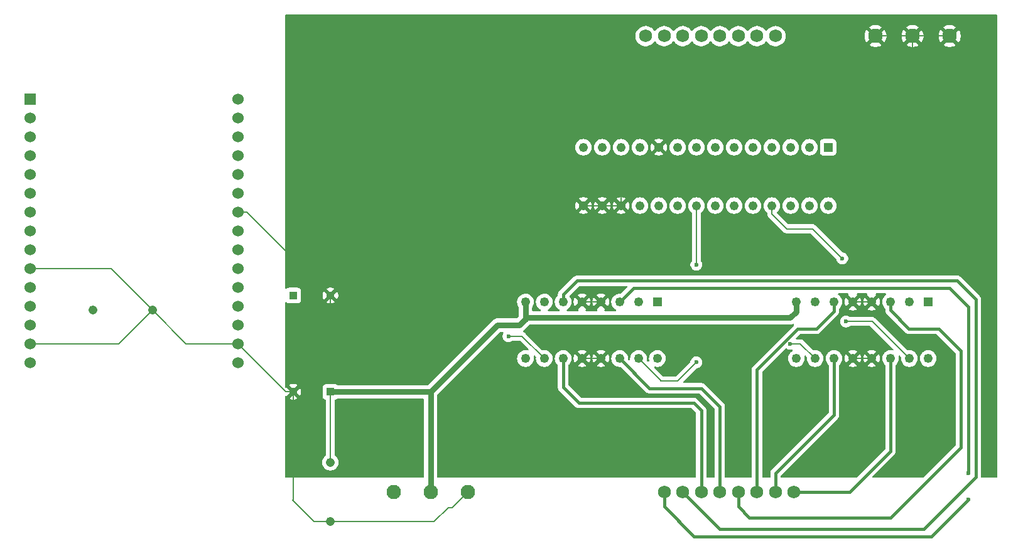
<source format=gbr>
%TF.GenerationSoftware,KiCad,Pcbnew,9.0.0*%
%TF.CreationDate,2025-03-07T14:01:18-07:00*%
%TF.ProjectId,Cntrlr-Turnout,436e7472-6c72-42d5-9475-726e6f75742e,rev?*%
%TF.SameCoordinates,Original*%
%TF.FileFunction,Copper,L1,Top*%
%TF.FilePolarity,Positive*%
%FSLAX46Y46*%
G04 Gerber Fmt 4.6, Leading zero omitted, Abs format (unit mm)*
G04 Created by KiCad (PCBNEW 9.0.0) date 2025-03-07 14:01:18*
%MOMM*%
%LPD*%
G01*
G04 APERTURE LIST*
%TA.AperFunction,ComponentPad*%
%ADD10C,1.100000*%
%TD*%
%TA.AperFunction,ComponentPad*%
%ADD11R,1.100000X1.100000*%
%TD*%
%TA.AperFunction,ComponentPad*%
%ADD12R,1.248000X1.248000*%
%TD*%
%TA.AperFunction,ComponentPad*%
%ADD13C,1.248000*%
%TD*%
%TA.AperFunction,ComponentPad*%
%ADD14R,1.230000X1.230000*%
%TD*%
%TA.AperFunction,ComponentPad*%
%ADD15C,1.230000*%
%TD*%
%TA.AperFunction,ComponentPad*%
%ADD16C,1.950000*%
%TD*%
%TA.AperFunction,ComponentPad*%
%ADD17C,1.727200*%
%TD*%
%TA.AperFunction,ComponentPad*%
%ADD18C,1.208000*%
%TD*%
%TA.AperFunction,ComponentPad*%
%ADD19R,1.524000X1.524000*%
%TD*%
%TA.AperFunction,ComponentPad*%
%ADD20C,1.524000*%
%TD*%
%TA.AperFunction,ViaPad*%
%ADD21C,0.600000*%
%TD*%
%TA.AperFunction,Conductor*%
%ADD22C,0.200000*%
%TD*%
%TA.AperFunction,Conductor*%
%ADD23C,0.800000*%
%TD*%
%TA.AperFunction,Conductor*%
%ADD24C,0.400000*%
%TD*%
G04 APERTURE END LIST*
D10*
%TO.P,C4,N*%
%TO.N,GND*%
X123100000Y-94900000D03*
D11*
%TO.P,C4,P*%
%TO.N,+5V*%
X118100000Y-94900000D03*
%TD*%
D12*
%TO.P,U3,1,1\u002C2EN*%
%TO.N,+5V*%
X203680000Y-95780000D03*
D13*
%TO.P,U3,2,1A*%
%TO.N,Net-(U3-1A)*%
X201140000Y-95780000D03*
%TO.P,U3,3,1Y*%
%TO.N,Net-(U3-1Y)*%
X198600000Y-95780000D03*
%TO.P,U3,4,GND*%
%TO.N,GND*%
X196060000Y-95780000D03*
%TO.P,U3,5,GND*%
X193520000Y-95780000D03*
%TO.P,U3,6,2Y*%
%TO.N,Net-(U3-2Y)*%
X190980000Y-95780000D03*
%TO.P,U3,7,2A*%
%TO.N,Net-(U3-2A)*%
X188440000Y-95780000D03*
%TO.P,U3,8,VCC2*%
%TO.N,+12V*%
X185900000Y-95780000D03*
%TO.P,U3,9,3\u002C4EN*%
%TO.N,+5V*%
X185900000Y-103400000D03*
%TO.P,U3,10,3A*%
%TO.N,Net-(U3-3A)*%
X188440000Y-103400000D03*
%TO.P,U3,11,3Y*%
%TO.N,Net-(U3-3Y)*%
X190980000Y-103400000D03*
%TO.P,U3,12,GND*%
%TO.N,GND*%
X193520000Y-103400000D03*
%TO.P,U3,13,GND*%
X196060000Y-103400000D03*
%TO.P,U3,14,4Y*%
%TO.N,Net-(U3-4Y)*%
X198600000Y-103400000D03*
%TO.P,U3,15,4A*%
%TO.N,Net-(U3-4A)*%
X201140000Y-103400000D03*
%TO.P,U3,16,VCC1*%
%TO.N,+5V*%
X203680000Y-103400000D03*
%TD*%
D14*
%TO.P,U4,1,GPB0*%
%TO.N,Net-(U4-GPB0)*%
X190220000Y-74900000D03*
D15*
%TO.P,U4,2,GPB1*%
%TO.N,Net-(U4-GPB1)*%
X187680000Y-74900000D03*
%TO.P,U4,3,GPB2*%
%TO.N,Net-(U4-GPB2)*%
X185140000Y-74900000D03*
%TO.P,U4,4,GPB3*%
%TO.N,Net-(U4-GPB3)*%
X182600000Y-74900000D03*
%TO.P,U4,5,GPB4*%
%TO.N,Net-(U4-GPB4)*%
X180060000Y-74900000D03*
%TO.P,U4,6,GPB5*%
%TO.N,Net-(U4-GPB5)*%
X177520000Y-74900000D03*
%TO.P,U4,7,GPB6*%
%TO.N,Net-(U4-GPB6)*%
X174980000Y-74900000D03*
%TO.P,U4,8,GPB7*%
%TO.N,Net-(U4-GPB7)*%
X172440000Y-74900000D03*
%TO.P,U4,9,VDD*%
%TO.N,Net-(U4-VDD)*%
X169900000Y-74900000D03*
%TO.P,U4,10,VSS*%
%TO.N,GND*%
X167360000Y-74900000D03*
%TO.P,U4,11,NC*%
%TO.N,unconnected-(U4-NC-Pad11)*%
X164820000Y-74900000D03*
%TO.P,U4,12,SCK*%
%TO.N,Net-(U1-D1(GPIO5))*%
X162280000Y-74900000D03*
%TO.P,U4,13,SDA*%
%TO.N,Net-(U1-D2(GPIO4))*%
X159740000Y-74900000D03*
%TO.P,U4,14,NC*%
%TO.N,unconnected-(U4-NC-Pad14)*%
X157200000Y-74900000D03*
%TO.P,U4,15,A0*%
%TO.N,GND*%
X157200000Y-82770000D03*
%TO.P,U4,16,A1*%
X159740000Y-82770000D03*
%TO.P,U4,17,A2*%
X162280000Y-82770000D03*
%TO.P,U4,18,~{RESET}*%
%TO.N,Net-(U4-VDD)*%
X164820000Y-82770000D03*
%TO.P,U4,19,INTB*%
%TO.N,Net-(U1-D7(GPIO13))*%
X167360000Y-82770000D03*
%TO.P,U4,20,INTA*%
%TO.N,unconnected-(U4-INTA-Pad20)*%
X169900000Y-82770000D03*
%TO.P,U4,21,GPA0*%
%TO.N,Net-(U2-4A)*%
X172440000Y-82770000D03*
%TO.P,U4,22,GPA1*%
%TO.N,Net-(U2-3A)*%
X174980000Y-82770000D03*
%TO.P,U4,23,GPA2*%
%TO.N,Net-(U2-2A)*%
X177520000Y-82770000D03*
%TO.P,U4,24,GPA3*%
%TO.N,Net-(U2-1A)*%
X180060000Y-82770000D03*
%TO.P,U4,25,GPA4*%
%TO.N,Net-(U3-4A)*%
X182600000Y-82770000D03*
%TO.P,U4,26,GPA5*%
%TO.N,Net-(U3-3A)*%
X185140000Y-82770000D03*
%TO.P,U4,27,GPA6*%
%TO.N,Net-(U3-2A)*%
X187680000Y-82770000D03*
%TO.P,U4,28,GPA7*%
%TO.N,Net-(U3-1A)*%
X190220000Y-82770000D03*
%TD*%
D12*
%TO.P,U2,1,1\u002C2EN*%
%TO.N,+5V*%
X167180000Y-95780000D03*
D13*
%TO.P,U2,2,1A*%
%TO.N,Net-(U2-1A)*%
X164640000Y-95780000D03*
%TO.P,U2,3,1Y*%
%TO.N,Net-(U2-1Y)*%
X162100000Y-95780000D03*
%TO.P,U2,4,GND*%
%TO.N,GND*%
X159560000Y-95780000D03*
%TO.P,U2,5,GND*%
X157020000Y-95780000D03*
%TO.P,U2,6,2Y*%
%TO.N,Net-(U2-2Y)*%
X154480000Y-95780000D03*
%TO.P,U2,7,2A*%
%TO.N,Net-(U2-2A)*%
X151940000Y-95780000D03*
%TO.P,U2,8,VCC2*%
%TO.N,+12V*%
X149400000Y-95780000D03*
%TO.P,U2,9,3\u002C4EN*%
%TO.N,+5V*%
X149400000Y-103400000D03*
%TO.P,U2,10,3A*%
%TO.N,Net-(U2-3A)*%
X151940000Y-103400000D03*
%TO.P,U2,11,3Y*%
%TO.N,Net-(U2-3Y)*%
X154480000Y-103400000D03*
%TO.P,U2,12,GND*%
%TO.N,GND*%
X157020000Y-103400000D03*
%TO.P,U2,13,GND*%
X159560000Y-103400000D03*
%TO.P,U2,14,4Y*%
%TO.N,Net-(U2-4Y)*%
X162100000Y-103400000D03*
%TO.P,U2,15,4A*%
%TO.N,Net-(U2-4A)*%
X164640000Y-103400000D03*
%TO.P,U2,16,VCC1*%
%TO.N,+5V*%
X167180000Y-103400000D03*
%TD*%
D16*
%TO.P,TB4,1*%
%TO.N,+5V*%
X131600000Y-121400000D03*
%TO.P,TB4,2*%
%TO.N,+12V*%
X136600000Y-121400000D03*
%TO.P,TB4,3*%
%TO.N,GND*%
X141600000Y-121400000D03*
%TD*%
D17*
%TO.P,TB2,1,1*%
%TO.N,Net-(U2-1Y)*%
X168100000Y-121400000D03*
%TO.P,TB2,2,2*%
%TO.N,Net-(U2-2Y)*%
X170600000Y-121400000D03*
%TO.P,TB2,3,3*%
%TO.N,Net-(U2-3Y)*%
X173100000Y-121400000D03*
%TO.P,TB2,4,4*%
%TO.N,Net-(U2-4Y)*%
X175600000Y-121400000D03*
%TO.P,TB2,5,5*%
%TO.N,Net-(U3-1Y)*%
X178100000Y-121400000D03*
%TO.P,TB2,6,6*%
%TO.N,Net-(U3-2Y)*%
X180600000Y-121400000D03*
%TO.P,TB2,7,7*%
%TO.N,Net-(U3-3Y)*%
X183100000Y-121400000D03*
%TO.P,TB2,8,8*%
%TO.N,Net-(U3-4Y)*%
X185600000Y-121400000D03*
%TD*%
D10*
%TO.P,C3,N*%
%TO.N,GND*%
X118100000Y-107900000D03*
D11*
%TO.P,C3,P*%
%TO.N,+12V*%
X123100000Y-107900000D03*
%TD*%
D16*
%TO.P,TB3,1*%
%TO.N,GND*%
X196600000Y-59900000D03*
%TO.P,TB3,2*%
X201600000Y-59900000D03*
%TO.P,TB3,3*%
X206600000Y-59900000D03*
%TD*%
D17*
%TO.P,TB1,1,1*%
%TO.N,Net-(U4-GPB0)*%
X183100000Y-59900000D03*
%TO.P,TB1,2,2*%
%TO.N,Net-(U4-GPB1)*%
X180600000Y-59900000D03*
%TO.P,TB1,3,3*%
%TO.N,Net-(U4-GPB2)*%
X178100000Y-59900000D03*
%TO.P,TB1,4,4*%
%TO.N,Net-(U4-GPB3)*%
X175600000Y-59900000D03*
%TO.P,TB1,5,5*%
%TO.N,Net-(U4-GPB4)*%
X173100000Y-59900000D03*
%TO.P,TB1,6,6*%
%TO.N,Net-(U4-GPB5)*%
X170600000Y-59900000D03*
%TO.P,TB1,7,7*%
%TO.N,Net-(U4-GPB6)*%
X168100000Y-59900000D03*
%TO.P,TB1,8,8*%
%TO.N,Net-(U4-GPB7)*%
X165600000Y-59900000D03*
%TD*%
D18*
%TO.P,C2,1*%
%TO.N,+5V*%
X91100000Y-96900000D03*
%TO.P,C2,2*%
%TO.N,GND*%
X99100000Y-96900000D03*
%TD*%
%TO.P,C1,1*%
%TO.N,+12V*%
X123100000Y-117400000D03*
%TO.P,C1,2*%
%TO.N,GND*%
X123100000Y-125400000D03*
%TD*%
D19*
%TO.P,U1,1,AD(ADCO)*%
%TO.N,unconnected-(U1-AD(ADCO)-Pad1)*%
X82600000Y-68440000D03*
D20*
%TO.P,U1,2,RSV*%
%TO.N,unconnected-(U1-RSV-Pad2)*%
X82600000Y-70980000D03*
%TO.P,U1,3,RSV*%
%TO.N,unconnected-(U1-RSV-Pad3)*%
X82600000Y-73520000D03*
%TO.P,U1,4,SD3(GPIO10)*%
%TO.N,unconnected-(U1-SD3(GPIO10)-Pad4)*%
X82600000Y-76060000D03*
%TO.P,U1,5,SD2(GPIO9)*%
%TO.N,unconnected-(U1-SD2(GPIO9)-Pad5)*%
X82600000Y-78600000D03*
%TO.P,U1,6,SD1(MOS1)*%
%TO.N,unconnected-(U1-SD1(MOS1)-Pad6)*%
X82600000Y-81140000D03*
%TO.P,U1,7,CMD(CS)*%
%TO.N,unconnected-(U1-CMD(CS)-Pad7)*%
X82600000Y-83680000D03*
%TO.P,U1,8,SD0(MSI0)*%
%TO.N,unconnected-(U1-SD0(MSI0)-Pad8)*%
X82600000Y-86220000D03*
%TO.P,U1,9,CLK(SCLK)*%
%TO.N,unconnected-(U1-CLK(SCLK)-Pad9)*%
X82600000Y-88760000D03*
%TO.P,U1,10,GND*%
%TO.N,GND*%
X82600000Y-91300000D03*
%TO.P,U1,11,3.3v*%
%TO.N,unconnected-(U1-3.3v-Pad11)*%
X82600000Y-93840000D03*
%TO.P,U1,12,EN*%
%TO.N,unconnected-(U1-EN-Pad12)*%
X82600000Y-96380000D03*
%TO.P,U1,13,RST*%
%TO.N,unconnected-(U1-RST-Pad13)*%
X82600000Y-98920000D03*
%TO.P,U1,14,GND*%
%TO.N,GND*%
X82600000Y-101460000D03*
%TO.P,U1,15,VIN5v*%
%TO.N,+5V*%
X82600000Y-104000000D03*
%TO.P,U1,16,3.3v*%
%TO.N,unconnected-(U1-3.3v-Pad16)*%
X110600000Y-103960000D03*
%TO.P,U1,17,GND*%
%TO.N,GND*%
X110600000Y-101420000D03*
%TO.P,U1,18,TX(GPIO1)*%
%TO.N,unconnected-(U1-TX(GPIO1)-Pad18)*%
X110600000Y-98880000D03*
%TO.P,U1,19,RX(DPIO3)*%
%TO.N,unconnected-(U1-RX(DPIO3)-Pad19)*%
X110600000Y-96340000D03*
%TO.P,U1,20,D8(GPIO15)*%
%TO.N,unconnected-(U1-D8(GPIO15)-Pad20)*%
X110600000Y-93800000D03*
%TO.P,U1,21,D7(GPIO13)*%
%TO.N,Net-(U1-D7(GPIO13))*%
X110600000Y-91260000D03*
%TO.P,U1,22,D6(GPIO12)*%
%TO.N,unconnected-(U1-D6(GPIO12)-Pad22)*%
X110600000Y-88720000D03*
%TO.P,U1,23,D5(GPIO14)*%
%TO.N,unconnected-(U1-D5(GPIO14)-Pad23)*%
X110600000Y-86180000D03*
%TO.P,U1,24,GND*%
%TO.N,GND*%
X110600000Y-83640000D03*
%TO.P,U1,25,3.3v*%
%TO.N,Net-(U4-VDD)*%
X110600000Y-81100000D03*
%TO.P,U1,26,D4(GPIO2)*%
%TO.N,unconnected-(U1-D4(GPIO2)-Pad26)*%
X110600000Y-78560000D03*
%TO.P,U1,27,D3(GPIO0)*%
%TO.N,unconnected-(U1-D3(GPIO0)-Pad27)*%
X110600000Y-76020000D03*
%TO.P,U1,28,D2(GPIO4)*%
%TO.N,Net-(U1-D2(GPIO4))*%
X110600000Y-73480000D03*
%TO.P,U1,29,D1(GPIO5)*%
%TO.N,Net-(U1-D1(GPIO5))*%
X110600000Y-70940000D03*
%TO.P,U1,30,D0(GPIO16)*%
%TO.N,unconnected-(U1-D0(GPIO16)-Pad30)*%
X110600000Y-68400000D03*
%TD*%
D21*
%TO.N,Net-(U2-4A)*%
X172440000Y-90740000D03*
X172440000Y-103900000D03*
%TO.N,Net-(U2-1Y)*%
X209100000Y-118900000D03*
X209100000Y-122400000D03*
%TO.N,Net-(U2-3A)*%
X147100000Y-100400000D03*
%TO.N,Net-(U3-4A)*%
X192100000Y-89900000D03*
X192600000Y-98400000D03*
%TO.N,Net-(U3-3A)*%
X185100000Y-101400000D03*
%TD*%
D22*
%TO.N,GND*%
X118100000Y-107900000D02*
X117080000Y-107900000D01*
X123100000Y-125400000D02*
X137100000Y-125400000D01*
X123100000Y-94900000D02*
X123100000Y-102900000D01*
X167360000Y-74900000D02*
X174760000Y-67500000D01*
X110600000Y-101420000D02*
X103620000Y-101420000D01*
X93500000Y-91300000D02*
X82600000Y-91300000D01*
X137100000Y-125400000D02*
X139000000Y-123500000D01*
X157020000Y-95780000D02*
X159560000Y-95780000D01*
X139500000Y-123500000D02*
X141600000Y-121400000D01*
X157020000Y-103400000D02*
X159560000Y-103400000D01*
X99100000Y-96900000D02*
X93500000Y-91300000D01*
X94540000Y-101460000D02*
X82600000Y-101460000D01*
X193520000Y-95780000D02*
X196060000Y-95780000D01*
X103620000Y-101420000D02*
X99100000Y-96900000D01*
X199500000Y-67500000D02*
X201600000Y-65400000D01*
X174760000Y-67500000D02*
X199500000Y-67500000D01*
X118000000Y-122500000D02*
X120900000Y-125400000D01*
X193520000Y-103400000D02*
X196060000Y-103400000D01*
X201600000Y-65400000D02*
X201600000Y-59900000D01*
X120900000Y-125400000D02*
X123100000Y-125400000D01*
X201600000Y-59900000D02*
X206600000Y-59900000D01*
X111840000Y-83640000D02*
X123100000Y-94900000D01*
X118100000Y-122400000D02*
X118000000Y-122500000D01*
X139000000Y-123500000D02*
X139500000Y-123500000D01*
X162280000Y-82770000D02*
X162280000Y-79980000D01*
X123100000Y-102900000D02*
X118100000Y-107900000D01*
X99100000Y-96900000D02*
X94540000Y-101460000D01*
X162280000Y-79980000D02*
X167360000Y-74900000D01*
X201600000Y-59900000D02*
X196600000Y-59900000D01*
X117080000Y-107900000D02*
X110600000Y-101420000D01*
X110600000Y-83640000D02*
X111840000Y-83640000D01*
X118100000Y-107900000D02*
X118100000Y-122400000D01*
X162280000Y-82770000D02*
X157200000Y-82770000D01*
%TO.N,+12V*%
X123100000Y-117400000D02*
X123100000Y-107900000D01*
D23*
X145600000Y-98900000D02*
X148600000Y-98900000D01*
X148600000Y-98900000D02*
X149600000Y-97900000D01*
X185100000Y-97900000D02*
X185900000Y-97100000D01*
X136600000Y-107900000D02*
X145600000Y-98900000D01*
X149600000Y-97900000D02*
X185100000Y-97900000D01*
X185900000Y-97100000D02*
X185900000Y-95780000D01*
X149400000Y-98100000D02*
X149400000Y-95780000D01*
D22*
X148600000Y-98900000D02*
X149400000Y-98100000D01*
D23*
X136600000Y-121400000D02*
X136600000Y-107900000D01*
X123100000Y-107900000D02*
X136600000Y-107900000D01*
D22*
%TO.N,Net-(U2-4A)*%
X172440000Y-82770000D02*
X172440000Y-90740000D01*
X169940000Y-106400000D02*
X167600000Y-106400000D01*
X167600000Y-106360000D02*
X164640000Y-103400000D01*
X167600000Y-106400000D02*
X167600000Y-106360000D01*
X172440000Y-103900000D02*
X169940000Y-106400000D01*
D24*
%TO.N,Net-(U2-3Y)*%
X173100000Y-110400000D02*
X172100000Y-109400000D01*
X154480000Y-107280000D02*
X154480000Y-103400000D01*
X173100000Y-121400000D02*
X173100000Y-110400000D01*
X156600000Y-109400000D02*
X154480000Y-107280000D01*
X172100000Y-109400000D02*
X156600000Y-109400000D01*
%TO.N,Net-(U2-1Y)*%
X209100000Y-96400000D02*
X209100000Y-118900000D01*
X172100000Y-127400000D02*
X168100000Y-123400000D01*
X209100000Y-122400000D02*
X204100000Y-127400000D01*
X204100000Y-127400000D02*
X172100000Y-127400000D01*
X168100000Y-123400000D02*
X168100000Y-121400000D01*
X206600000Y-93900000D02*
X209100000Y-96400000D01*
X163980000Y-93900000D02*
X206600000Y-93900000D01*
X162100000Y-95780000D02*
X163980000Y-93900000D01*
%TO.N,Net-(U2-4Y)*%
X173100000Y-107400000D02*
X166100000Y-107400000D01*
X175600000Y-109900000D02*
X173100000Y-107400000D01*
X166100000Y-107400000D02*
X162100000Y-103400000D01*
X175600000Y-121400000D02*
X175600000Y-109900000D01*
D22*
%TO.N,Net-(U2-3A)*%
X151940000Y-103400000D02*
X148940000Y-100400000D01*
X148940000Y-100400000D02*
X147100000Y-100400000D01*
D24*
%TO.N,Net-(U2-2Y)*%
X156360000Y-92900000D02*
X154480000Y-94780000D01*
X210100000Y-95400000D02*
X207600000Y-92900000D01*
X175600000Y-126400000D02*
X203100000Y-126400000D01*
X207600000Y-92900000D02*
X156360000Y-92900000D01*
X203100000Y-126400000D02*
X210100000Y-119400000D01*
X210100000Y-119400000D02*
X210100000Y-95400000D01*
X154480000Y-94780000D02*
X154480000Y-95780000D01*
X170600000Y-121400000D02*
X175600000Y-126400000D01*
%TO.N,Net-(U3-1Y)*%
X208100000Y-102400000D02*
X205100000Y-99400000D01*
X178100000Y-123400000D02*
X179600000Y-124900000D01*
X198600000Y-124900000D02*
X208100000Y-115400000D01*
X208100000Y-115400000D02*
X208100000Y-102400000D01*
X178100000Y-121400000D02*
X178100000Y-123400000D01*
X201100000Y-99400000D02*
X198600000Y-96900000D01*
X198600000Y-96900000D02*
X198600000Y-95780000D01*
X205100000Y-99400000D02*
X201100000Y-99400000D01*
X179600000Y-124900000D02*
X198600000Y-124900000D01*
%TO.N,Net-(U3-2Y)*%
X180600000Y-104900000D02*
X186100000Y-99400000D01*
D22*
X189600000Y-98400000D02*
X190850000Y-97150000D01*
D24*
X180600000Y-110400000D02*
X180600000Y-104900000D01*
X190980000Y-97020000D02*
X190980000Y-95780000D01*
X188600000Y-99400000D02*
X190980000Y-97020000D01*
X180600000Y-121400000D02*
X180600000Y-110400000D01*
X186100000Y-99400000D02*
X188600000Y-99400000D01*
D22*
%TO.N,Net-(U3-4A)*%
X192100000Y-89900000D02*
X188100000Y-85900000D01*
X201140000Y-103400000D02*
X196140000Y-98400000D01*
X182600000Y-83900000D02*
X182600000Y-82770000D01*
X188100000Y-85900000D02*
X184600000Y-85900000D01*
X196140000Y-98400000D02*
X192600000Y-98400000D01*
X184600000Y-85900000D02*
X182600000Y-83900000D01*
D24*
%TO.N,Net-(U3-4Y)*%
X185600000Y-121400000D02*
X193100000Y-121400000D01*
X198600000Y-115900000D02*
X198600000Y-103400000D01*
X193100000Y-121400000D02*
X198600000Y-115900000D01*
D22*
%TO.N,Net-(U3-3A)*%
X188440000Y-103400000D02*
X186440000Y-101400000D01*
X186440000Y-101400000D02*
X185100000Y-101400000D01*
D24*
%TO.N,Net-(U3-3Y)*%
X190980000Y-111020000D02*
X190980000Y-103400000D01*
X183100000Y-118900000D02*
X190980000Y-111020000D01*
X183100000Y-121400000D02*
X183100000Y-118900000D01*
%TD*%
%TA.AperFunction,Conductor*%
%TO.N,GND*%
G36*
X212943039Y-57019685D02*
G01*
X212988794Y-57072489D01*
X213000000Y-57124000D01*
X213000000Y-119376000D01*
X212980315Y-119443039D01*
X212927511Y-119488794D01*
X212876000Y-119500000D01*
X210924500Y-119500000D01*
X210857461Y-119480315D01*
X210811706Y-119427511D01*
X210800500Y-119376000D01*
X210800500Y-95331004D01*
X210773581Y-95195677D01*
X210773580Y-95195676D01*
X210773580Y-95195672D01*
X210771602Y-95190896D01*
X210720776Y-95068191D01*
X210712106Y-95055215D01*
X210663177Y-94981987D01*
X210644114Y-94953457D01*
X210644113Y-94953455D01*
X208046545Y-92355887D01*
X207931807Y-92279222D01*
X207804332Y-92226421D01*
X207804322Y-92226418D01*
X207668996Y-92199500D01*
X207668994Y-92199500D01*
X207668993Y-92199500D01*
X156291007Y-92199500D01*
X156291003Y-92199500D01*
X156193760Y-92218843D01*
X156193758Y-92218843D01*
X156182591Y-92221065D01*
X156155671Y-92226420D01*
X156102866Y-92248292D01*
X156028189Y-92279225D01*
X156028188Y-92279226D01*
X156007199Y-92293249D01*
X156007192Y-92293253D01*
X155913457Y-92355886D01*
X155913453Y-92355889D01*
X153935888Y-94333453D01*
X153935887Y-94333454D01*
X153861951Y-94444110D01*
X153861949Y-94444112D01*
X153859222Y-94448191D01*
X153806421Y-94575667D01*
X153806418Y-94575677D01*
X153779500Y-94711004D01*
X153779500Y-94838855D01*
X153759815Y-94905894D01*
X153743182Y-94926536D01*
X153622279Y-95047439D01*
X153518242Y-95190633D01*
X153486182Y-95253554D01*
X153437885Y-95348342D01*
X153421956Y-95397366D01*
X153383189Y-95516678D01*
X153380932Y-95530927D01*
X153355500Y-95691500D01*
X153355500Y-95868500D01*
X153383189Y-96043321D01*
X153437885Y-96211658D01*
X153518242Y-96369366D01*
X153622280Y-96512562D01*
X153747438Y-96637720D01*
X153890634Y-96741758D01*
X153936280Y-96765016D01*
X153987075Y-96812989D01*
X154003870Y-96880810D01*
X153981333Y-96946945D01*
X153926618Y-96990397D01*
X153879984Y-96999500D01*
X152540016Y-96999500D01*
X152472977Y-96979815D01*
X152427222Y-96927011D01*
X152417278Y-96857853D01*
X152446303Y-96794297D01*
X152483719Y-96765016D01*
X152529366Y-96741758D01*
X152672562Y-96637720D01*
X152797720Y-96512562D01*
X152901758Y-96369366D01*
X152982115Y-96211658D01*
X153036811Y-96043321D01*
X153064500Y-95868500D01*
X153064500Y-95691500D01*
X153036811Y-95516679D01*
X152982115Y-95348342D01*
X152901758Y-95190634D01*
X152797720Y-95047438D01*
X152672562Y-94922280D01*
X152529366Y-94818242D01*
X152371658Y-94737885D01*
X152203321Y-94683189D01*
X152028500Y-94655500D01*
X151851500Y-94655500D01*
X151781209Y-94666633D01*
X151676678Y-94683189D01*
X151612020Y-94704198D01*
X151508342Y-94737885D01*
X151474252Y-94755255D01*
X151350633Y-94818242D01*
X151268935Y-94877599D01*
X151207438Y-94922280D01*
X151207436Y-94922282D01*
X151207435Y-94922282D01*
X151082282Y-95047435D01*
X151082282Y-95047436D01*
X151082280Y-95047438D01*
X151076630Y-95055215D01*
X150978242Y-95190633D01*
X150946182Y-95253554D01*
X150897885Y-95348342D01*
X150881956Y-95397366D01*
X150843189Y-95516678D01*
X150840932Y-95530927D01*
X150815500Y-95691500D01*
X150815500Y-95868500D01*
X150843189Y-96043321D01*
X150897885Y-96211658D01*
X150978242Y-96369366D01*
X151082280Y-96512562D01*
X151207438Y-96637720D01*
X151350634Y-96741758D01*
X151396280Y-96765016D01*
X151447075Y-96812989D01*
X151463870Y-96880810D01*
X151441333Y-96946945D01*
X151386618Y-96990397D01*
X151339984Y-96999500D01*
X150424500Y-96999500D01*
X150357461Y-96979815D01*
X150311706Y-96927011D01*
X150300500Y-96875500D01*
X150300500Y-96493970D01*
X150320185Y-96426931D01*
X150324182Y-96421084D01*
X150361758Y-96369366D01*
X150442115Y-96211658D01*
X150496811Y-96043321D01*
X150524500Y-95868500D01*
X150524500Y-95691500D01*
X150496811Y-95516679D01*
X150442115Y-95348342D01*
X150361758Y-95190634D01*
X150257720Y-95047438D01*
X150132562Y-94922280D01*
X149989366Y-94818242D01*
X149831658Y-94737885D01*
X149663321Y-94683189D01*
X149488500Y-94655500D01*
X149311500Y-94655500D01*
X149241209Y-94666633D01*
X149136678Y-94683189D01*
X149072020Y-94704198D01*
X148968342Y-94737885D01*
X148934252Y-94755255D01*
X148810633Y-94818242D01*
X148728935Y-94877599D01*
X148667438Y-94922280D01*
X148667436Y-94922282D01*
X148667435Y-94922282D01*
X148542282Y-95047435D01*
X148542282Y-95047436D01*
X148542280Y-95047438D01*
X148536630Y-95055215D01*
X148438242Y-95190633D01*
X148406182Y-95253554D01*
X148357885Y-95348342D01*
X148341956Y-95397366D01*
X148303189Y-95516678D01*
X148300932Y-95530927D01*
X148275500Y-95691500D01*
X148275500Y-95868500D01*
X148303189Y-96043321D01*
X148357885Y-96211658D01*
X148438107Y-96369102D01*
X148438242Y-96369366D01*
X148475818Y-96421084D01*
X148499298Y-96486890D01*
X148499500Y-96493970D01*
X148499500Y-97675638D01*
X148479815Y-97742677D01*
X148463181Y-97763319D01*
X148263319Y-97963181D01*
X148201996Y-97996666D01*
X148175638Y-97999500D01*
X145511303Y-97999500D01*
X145337341Y-98034103D01*
X145337329Y-98034106D01*
X145255392Y-98068045D01*
X145255393Y-98068046D01*
X145173455Y-98101985D01*
X145085040Y-98161063D01*
X145076888Y-98166510D01*
X145025961Y-98200537D01*
X145025960Y-98200538D01*
X136263319Y-106963181D01*
X136201996Y-106996666D01*
X136175638Y-106999500D01*
X124058231Y-106999500D01*
X123991192Y-106979815D01*
X123983920Y-106974767D01*
X123892331Y-106906204D01*
X123892328Y-106906202D01*
X123757482Y-106855908D01*
X123757483Y-106855908D01*
X123697883Y-106849501D01*
X123697881Y-106849500D01*
X123697873Y-106849500D01*
X123697864Y-106849500D01*
X122502129Y-106849500D01*
X122502123Y-106849501D01*
X122442516Y-106855908D01*
X122307671Y-106906202D01*
X122307664Y-106906206D01*
X122192455Y-106992452D01*
X122192452Y-106992455D01*
X122106206Y-107107664D01*
X122106202Y-107107671D01*
X122055908Y-107242517D01*
X122049501Y-107302116D01*
X122049500Y-107302135D01*
X122049500Y-108497870D01*
X122049501Y-108497876D01*
X122055908Y-108557483D01*
X122106202Y-108692328D01*
X122106206Y-108692335D01*
X122192452Y-108807544D01*
X122192455Y-108807547D01*
X122307664Y-108893793D01*
X122307673Y-108893798D01*
X122418832Y-108935257D01*
X122474766Y-108977127D01*
X122499184Y-109042592D01*
X122499500Y-109051439D01*
X122499500Y-116407870D01*
X122479815Y-116474909D01*
X122448387Y-116508187D01*
X122380467Y-116557534D01*
X122257537Y-116680464D01*
X122257537Y-116680465D01*
X122257535Y-116680467D01*
X122213649Y-116740869D01*
X122155347Y-116821115D01*
X122076418Y-116976021D01*
X122022697Y-117141357D01*
X122022697Y-117141360D01*
X121995500Y-117313074D01*
X121995500Y-117486925D01*
X122022697Y-117658639D01*
X122022697Y-117658642D01*
X122076418Y-117823978D01*
X122076420Y-117823981D01*
X122155347Y-117978884D01*
X122257535Y-118119533D01*
X122380467Y-118242465D01*
X122521116Y-118344653D01*
X122676019Y-118423580D01*
X122676021Y-118423581D01*
X122841358Y-118477302D01*
X122841359Y-118477302D01*
X122841362Y-118477303D01*
X123013074Y-118504500D01*
X123013075Y-118504500D01*
X123186925Y-118504500D01*
X123186926Y-118504500D01*
X123358638Y-118477303D01*
X123358641Y-118477302D01*
X123358642Y-118477302D01*
X123523978Y-118423581D01*
X123523978Y-118423580D01*
X123523981Y-118423580D01*
X123678884Y-118344653D01*
X123819533Y-118242465D01*
X123942465Y-118119533D01*
X124044653Y-117978884D01*
X124123580Y-117823981D01*
X124177303Y-117658638D01*
X124204500Y-117486926D01*
X124204500Y-117313074D01*
X124177303Y-117141362D01*
X124177302Y-117141358D01*
X124177302Y-117141357D01*
X124123581Y-116976021D01*
X124044652Y-116821115D01*
X123942465Y-116680467D01*
X123819533Y-116557535D01*
X123819532Y-116557534D01*
X123751613Y-116508187D01*
X123708948Y-116452856D01*
X123700500Y-116407870D01*
X123700500Y-109051439D01*
X123720185Y-108984400D01*
X123772989Y-108938645D01*
X123781168Y-108935257D01*
X123892326Y-108893798D01*
X123892326Y-108893797D01*
X123892331Y-108893796D01*
X123950819Y-108850011D01*
X123983920Y-108825233D01*
X124049385Y-108800816D01*
X124058231Y-108800500D01*
X135575500Y-108800500D01*
X135642539Y-108820185D01*
X135688294Y-108872989D01*
X135699500Y-108924500D01*
X135699500Y-119376000D01*
X135679815Y-119443039D01*
X135627011Y-119488794D01*
X135575500Y-119500000D01*
X117124000Y-119500000D01*
X117056961Y-119480315D01*
X117011206Y-119427511D01*
X117000000Y-119376000D01*
X117000000Y-108552456D01*
X117019685Y-108485417D01*
X117072489Y-108439662D01*
X117141647Y-108429718D01*
X117168075Y-108441787D01*
X117201378Y-108445067D01*
X117725000Y-107921445D01*
X117725000Y-107949370D01*
X117750556Y-108044745D01*
X117799925Y-108130255D01*
X117869745Y-108200075D01*
X117955255Y-108249444D01*
X118050630Y-108275000D01*
X118078554Y-108275000D01*
X117554931Y-108798620D01*
X117554932Y-108798621D01*
X117602633Y-108830495D01*
X117602639Y-108830498D01*
X117793725Y-108909649D01*
X117793733Y-108909651D01*
X117996579Y-108949999D01*
X117996583Y-108950000D01*
X118203417Y-108950000D01*
X118203420Y-108949999D01*
X118406266Y-108909651D01*
X118406274Y-108909649D01*
X118597366Y-108830495D01*
X118645066Y-108798621D01*
X118645067Y-108798620D01*
X118121447Y-108275000D01*
X118149370Y-108275000D01*
X118244745Y-108249444D01*
X118330255Y-108200075D01*
X118400075Y-108130255D01*
X118449444Y-108044745D01*
X118475000Y-107949370D01*
X118475000Y-107921446D01*
X118998620Y-108445067D01*
X118998621Y-108445066D01*
X119030495Y-108397366D01*
X119109649Y-108206274D01*
X119109651Y-108206266D01*
X119149999Y-108003420D01*
X119150000Y-108003417D01*
X119150000Y-107796583D01*
X119149999Y-107796579D01*
X119109651Y-107593733D01*
X119109649Y-107593725D01*
X119030498Y-107402639D01*
X119030495Y-107402633D01*
X118998621Y-107354932D01*
X118998620Y-107354931D01*
X118475000Y-107878552D01*
X118475000Y-107850630D01*
X118449444Y-107755255D01*
X118400075Y-107669745D01*
X118330255Y-107599925D01*
X118244745Y-107550556D01*
X118149370Y-107525000D01*
X118121447Y-107525000D01*
X118645067Y-107001378D01*
X118645067Y-107001377D01*
X118597359Y-106969500D01*
X118406274Y-106890350D01*
X118406266Y-106890348D01*
X118203420Y-106850000D01*
X117996579Y-106850000D01*
X117793733Y-106890348D01*
X117793725Y-106890350D01*
X117602641Y-106969500D01*
X117602631Y-106969505D01*
X117554932Y-107001377D01*
X117554932Y-107001378D01*
X118078554Y-107525000D01*
X118050630Y-107525000D01*
X117955255Y-107550556D01*
X117869745Y-107599925D01*
X117799925Y-107669745D01*
X117750556Y-107755255D01*
X117725000Y-107850630D01*
X117725000Y-107878554D01*
X117201378Y-107354932D01*
X117179228Y-107357114D01*
X117175511Y-107360335D01*
X117174370Y-107360499D01*
X117173486Y-107361238D01*
X117139876Y-107365458D01*
X117106353Y-107370279D01*
X117105304Y-107369800D01*
X117104161Y-107369944D01*
X117073609Y-107355325D01*
X117042797Y-107341254D01*
X117042173Y-107340283D01*
X117041135Y-107339787D01*
X117023339Y-107310977D01*
X117005023Y-107282476D01*
X117004807Y-107280974D01*
X117004417Y-107280343D01*
X117000000Y-107247541D01*
X117000000Y-95911196D01*
X117019685Y-95844157D01*
X117072489Y-95798402D01*
X117141647Y-95788458D01*
X117198308Y-95811928D01*
X117307665Y-95893793D01*
X117307668Y-95893795D01*
X117307671Y-95893797D01*
X117442517Y-95944091D01*
X117442516Y-95944091D01*
X117449444Y-95944835D01*
X117502127Y-95950500D01*
X118697872Y-95950499D01*
X118757483Y-95944091D01*
X118892331Y-95893796D01*
X119007546Y-95807546D01*
X119093796Y-95692331D01*
X119144091Y-95557483D01*
X119150500Y-95497873D01*
X119150499Y-94796579D01*
X122050000Y-94796579D01*
X122050000Y-95003420D01*
X122090348Y-95206266D01*
X122090350Y-95206274D01*
X122169500Y-95397359D01*
X122201377Y-95445067D01*
X122201378Y-95445067D01*
X122725000Y-94921445D01*
X122725000Y-94949370D01*
X122750556Y-95044745D01*
X122799925Y-95130255D01*
X122869745Y-95200075D01*
X122955255Y-95249444D01*
X123050630Y-95275000D01*
X123078554Y-95275000D01*
X122554931Y-95798620D01*
X122554932Y-95798621D01*
X122602633Y-95830495D01*
X122602639Y-95830498D01*
X122793725Y-95909649D01*
X122793733Y-95909651D01*
X122996579Y-95949999D01*
X122996583Y-95950000D01*
X123203417Y-95950000D01*
X123203420Y-95949999D01*
X123406266Y-95909651D01*
X123406274Y-95909649D01*
X123597366Y-95830495D01*
X123645066Y-95798621D01*
X123645067Y-95798620D01*
X123121447Y-95275000D01*
X123149370Y-95275000D01*
X123244745Y-95249444D01*
X123330255Y-95200075D01*
X123400075Y-95130255D01*
X123449444Y-95044745D01*
X123475000Y-94949370D01*
X123475000Y-94921447D01*
X123998620Y-95445067D01*
X123998621Y-95445066D01*
X124030495Y-95397366D01*
X124109649Y-95206274D01*
X124109651Y-95206266D01*
X124149999Y-95003420D01*
X124150000Y-95003417D01*
X124150000Y-94796583D01*
X124149999Y-94796579D01*
X124109651Y-94593733D01*
X124109649Y-94593725D01*
X124030498Y-94402639D01*
X124030495Y-94402633D01*
X123998621Y-94354932D01*
X123998620Y-94354931D01*
X123475000Y-94878552D01*
X123475000Y-94850630D01*
X123449444Y-94755255D01*
X123400075Y-94669745D01*
X123330255Y-94599925D01*
X123244745Y-94550556D01*
X123149370Y-94525000D01*
X123121447Y-94525000D01*
X123645067Y-94001378D01*
X123645067Y-94001377D01*
X123597359Y-93969500D01*
X123406274Y-93890350D01*
X123406266Y-93890348D01*
X123203420Y-93850000D01*
X122996579Y-93850000D01*
X122793733Y-93890348D01*
X122793725Y-93890350D01*
X122602641Y-93969500D01*
X122602631Y-93969505D01*
X122554932Y-94001377D01*
X122554932Y-94001378D01*
X123078554Y-94525000D01*
X123050630Y-94525000D01*
X122955255Y-94550556D01*
X122869745Y-94599925D01*
X122799925Y-94669745D01*
X122750556Y-94755255D01*
X122725000Y-94850630D01*
X122725000Y-94878554D01*
X122201378Y-94354932D01*
X122201377Y-94354932D01*
X122169505Y-94402631D01*
X122169500Y-94402641D01*
X122090350Y-94593725D01*
X122090348Y-94593733D01*
X122050000Y-94796579D01*
X119150499Y-94796579D01*
X119150499Y-94302128D01*
X119144091Y-94242517D01*
X119093796Y-94107669D01*
X119093796Y-94107668D01*
X119093795Y-94107667D01*
X119007547Y-93992455D01*
X119007544Y-93992452D01*
X118892335Y-93906206D01*
X118892328Y-93906202D01*
X118757482Y-93855908D01*
X118757483Y-93855908D01*
X118697883Y-93849501D01*
X118697881Y-93849500D01*
X118697873Y-93849500D01*
X118697864Y-93849500D01*
X117502129Y-93849500D01*
X117502123Y-93849501D01*
X117442516Y-93855908D01*
X117307671Y-93906202D01*
X117307664Y-93906206D01*
X117198311Y-93988069D01*
X117132847Y-94012487D01*
X117064574Y-93997636D01*
X117015168Y-93948231D01*
X117000000Y-93888803D01*
X117000000Y-82682242D01*
X156085000Y-82682242D01*
X156085000Y-82857757D01*
X156112454Y-83031097D01*
X156166690Y-83198016D01*
X156246364Y-83354385D01*
X156246369Y-83354393D01*
X156252967Y-83363475D01*
X156252970Y-83363475D01*
X156790521Y-82825924D01*
X156817941Y-82928254D01*
X156871918Y-83021746D01*
X156948254Y-83098082D01*
X157041746Y-83152059D01*
X157144075Y-83179478D01*
X156606523Y-83717029D01*
X156606523Y-83717030D01*
X156615609Y-83723631D01*
X156771983Y-83803309D01*
X156938902Y-83857545D01*
X157112243Y-83885000D01*
X157287757Y-83885000D01*
X157461097Y-83857545D01*
X157628016Y-83803309D01*
X157784384Y-83723635D01*
X157793476Y-83717029D01*
X157255925Y-83179478D01*
X157358254Y-83152059D01*
X157451746Y-83098082D01*
X157528082Y-83021746D01*
X157582059Y-82928254D01*
X157609478Y-82825924D01*
X158147029Y-83363476D01*
X158147029Y-83363475D01*
X158153635Y-83354384D01*
X158233309Y-83198016D01*
X158287545Y-83031097D01*
X158315000Y-82857757D01*
X158315000Y-82682242D01*
X158625000Y-82682242D01*
X158625000Y-82857757D01*
X158652454Y-83031097D01*
X158706690Y-83198016D01*
X158786364Y-83354385D01*
X158786369Y-83354393D01*
X158792967Y-83363475D01*
X158792970Y-83363475D01*
X159330521Y-82825924D01*
X159357941Y-82928254D01*
X159411918Y-83021746D01*
X159488254Y-83098082D01*
X159581746Y-83152059D01*
X159684075Y-83179478D01*
X159146523Y-83717029D01*
X159146523Y-83717030D01*
X159155609Y-83723631D01*
X159311983Y-83803309D01*
X159478902Y-83857545D01*
X159652243Y-83885000D01*
X159827757Y-83885000D01*
X160001097Y-83857545D01*
X160168016Y-83803309D01*
X160324384Y-83723635D01*
X160333476Y-83717029D01*
X159795925Y-83179478D01*
X159898254Y-83152059D01*
X159991746Y-83098082D01*
X160068082Y-83021746D01*
X160122059Y-82928254D01*
X160149478Y-82825924D01*
X160687029Y-83363476D01*
X160687029Y-83363475D01*
X160693635Y-83354384D01*
X160773309Y-83198016D01*
X160827545Y-83031097D01*
X160855000Y-82857757D01*
X160855000Y-82682242D01*
X161165000Y-82682242D01*
X161165000Y-82857757D01*
X161192454Y-83031097D01*
X161246690Y-83198016D01*
X161326364Y-83354385D01*
X161326369Y-83354393D01*
X161332967Y-83363475D01*
X161332970Y-83363475D01*
X161870521Y-82825924D01*
X161897941Y-82928254D01*
X161951918Y-83021746D01*
X162028254Y-83098082D01*
X162121746Y-83152059D01*
X162224075Y-83179478D01*
X161686523Y-83717029D01*
X161686523Y-83717030D01*
X161695609Y-83723631D01*
X161851983Y-83803309D01*
X162018902Y-83857545D01*
X162192243Y-83885000D01*
X162367757Y-83885000D01*
X162541097Y-83857545D01*
X162708016Y-83803309D01*
X162864384Y-83723635D01*
X162873475Y-83717029D01*
X162873476Y-83717029D01*
X162335925Y-83179478D01*
X162438254Y-83152059D01*
X162531746Y-83098082D01*
X162608082Y-83021746D01*
X162662059Y-82928254D01*
X162689478Y-82825925D01*
X163227029Y-83363476D01*
X163227029Y-83363475D01*
X163233635Y-83354384D01*
X163313309Y-83198016D01*
X163367545Y-83031097D01*
X163395000Y-82857757D01*
X163395000Y-82682242D01*
X163394995Y-82682208D01*
X163704500Y-82682208D01*
X163704500Y-82857792D01*
X163722812Y-82973406D01*
X163731968Y-83031214D01*
X163731968Y-83031217D01*
X163786224Y-83198200D01*
X163786225Y-83198203D01*
X163865804Y-83354384D01*
X163865939Y-83354649D01*
X163969145Y-83496699D01*
X164093301Y-83620855D01*
X164235351Y-83724061D01*
X164268182Y-83740789D01*
X164391796Y-83803774D01*
X164391799Y-83803775D01*
X164547553Y-83854382D01*
X164558787Y-83858032D01*
X164732208Y-83885500D01*
X164732209Y-83885500D01*
X164907791Y-83885500D01*
X164907792Y-83885500D01*
X165081213Y-83858032D01*
X165081216Y-83858031D01*
X165081217Y-83858031D01*
X165248200Y-83803775D01*
X165248203Y-83803774D01*
X165303254Y-83775724D01*
X165404649Y-83724061D01*
X165546699Y-83620855D01*
X165670855Y-83496699D01*
X165774061Y-83354649D01*
X165853774Y-83198203D01*
X165853835Y-83198016D01*
X165908031Y-83031217D01*
X165908031Y-83031216D01*
X165908032Y-83031213D01*
X165935500Y-82857792D01*
X165935500Y-82682208D01*
X166244500Y-82682208D01*
X166244500Y-82857792D01*
X166262812Y-82973406D01*
X166271968Y-83031214D01*
X166271968Y-83031217D01*
X166326224Y-83198200D01*
X166326225Y-83198203D01*
X166405804Y-83354384D01*
X166405939Y-83354649D01*
X166509145Y-83496699D01*
X166633301Y-83620855D01*
X166775351Y-83724061D01*
X166808182Y-83740789D01*
X166931796Y-83803774D01*
X166931799Y-83803775D01*
X167087553Y-83854382D01*
X167098787Y-83858032D01*
X167272208Y-83885500D01*
X167272209Y-83885500D01*
X167447791Y-83885500D01*
X167447792Y-83885500D01*
X167621213Y-83858032D01*
X167621216Y-83858031D01*
X167621217Y-83858031D01*
X167788200Y-83803775D01*
X167788203Y-83803774D01*
X167843254Y-83775724D01*
X167944649Y-83724061D01*
X168086699Y-83620855D01*
X168210855Y-83496699D01*
X168314061Y-83354649D01*
X168393774Y-83198203D01*
X168393835Y-83198016D01*
X168448031Y-83031217D01*
X168448031Y-83031216D01*
X168448032Y-83031213D01*
X168475500Y-82857792D01*
X168475500Y-82682208D01*
X168784500Y-82682208D01*
X168784500Y-82857792D01*
X168802812Y-82973406D01*
X168811968Y-83031214D01*
X168811968Y-83031217D01*
X168866224Y-83198200D01*
X168866225Y-83198203D01*
X168945804Y-83354384D01*
X168945939Y-83354649D01*
X169049145Y-83496699D01*
X169173301Y-83620855D01*
X169315351Y-83724061D01*
X169348182Y-83740789D01*
X169471796Y-83803774D01*
X169471799Y-83803775D01*
X169627553Y-83854382D01*
X169638787Y-83858032D01*
X169812208Y-83885500D01*
X169812209Y-83885500D01*
X169987791Y-83885500D01*
X169987792Y-83885500D01*
X170161213Y-83858032D01*
X170161216Y-83858031D01*
X170161217Y-83858031D01*
X170328200Y-83803775D01*
X170328203Y-83803774D01*
X170383254Y-83775724D01*
X170484649Y-83724061D01*
X170626699Y-83620855D01*
X170750855Y-83496699D01*
X170854061Y-83354649D01*
X170933774Y-83198203D01*
X170933835Y-83198016D01*
X170988031Y-83031217D01*
X170988031Y-83031216D01*
X170988032Y-83031213D01*
X171015500Y-82857792D01*
X171015500Y-82682208D01*
X171324500Y-82682208D01*
X171324500Y-82857792D01*
X171342812Y-82973406D01*
X171351968Y-83031214D01*
X171351968Y-83031217D01*
X171406224Y-83198200D01*
X171406225Y-83198203D01*
X171485804Y-83354384D01*
X171485939Y-83354649D01*
X171589145Y-83496699D01*
X171713301Y-83620855D01*
X171788388Y-83675408D01*
X171831051Y-83730735D01*
X171839500Y-83775724D01*
X171839500Y-90160234D01*
X171819815Y-90227273D01*
X171818602Y-90229125D01*
X171730609Y-90360814D01*
X171730602Y-90360827D01*
X171670264Y-90506498D01*
X171670261Y-90506510D01*
X171639500Y-90661153D01*
X171639500Y-90818846D01*
X171670261Y-90973489D01*
X171670264Y-90973501D01*
X171730602Y-91119172D01*
X171730609Y-91119185D01*
X171818210Y-91250288D01*
X171818213Y-91250292D01*
X171929707Y-91361786D01*
X171929711Y-91361789D01*
X172060814Y-91449390D01*
X172060827Y-91449397D01*
X172206498Y-91509735D01*
X172206503Y-91509737D01*
X172361153Y-91540499D01*
X172361156Y-91540500D01*
X172361158Y-91540500D01*
X172518844Y-91540500D01*
X172518845Y-91540499D01*
X172673497Y-91509737D01*
X172819179Y-91449394D01*
X172950289Y-91361789D01*
X173061789Y-91250289D01*
X173149394Y-91119179D01*
X173209737Y-90973497D01*
X173240500Y-90818842D01*
X173240500Y-90661158D01*
X173240500Y-90661155D01*
X173240499Y-90661153D01*
X173230203Y-90609390D01*
X173209737Y-90506503D01*
X173209735Y-90506498D01*
X173149397Y-90360827D01*
X173149390Y-90360814D01*
X173061398Y-90229125D01*
X173040520Y-90162447D01*
X173040500Y-90160234D01*
X173040500Y-83775724D01*
X173060185Y-83708685D01*
X173091609Y-83675410D01*
X173166699Y-83620855D01*
X173290855Y-83496699D01*
X173394061Y-83354649D01*
X173473774Y-83198203D01*
X173473835Y-83198016D01*
X173528031Y-83031217D01*
X173528031Y-83031216D01*
X173528032Y-83031213D01*
X173555500Y-82857792D01*
X173555500Y-82682208D01*
X173864500Y-82682208D01*
X173864500Y-82857792D01*
X173882812Y-82973406D01*
X173891968Y-83031214D01*
X173891968Y-83031217D01*
X173946224Y-83198200D01*
X173946225Y-83198203D01*
X174025804Y-83354384D01*
X174025939Y-83354649D01*
X174129145Y-83496699D01*
X174253301Y-83620855D01*
X174395351Y-83724061D01*
X174428182Y-83740789D01*
X174551796Y-83803774D01*
X174551799Y-83803775D01*
X174707553Y-83854382D01*
X174718787Y-83858032D01*
X174892208Y-83885500D01*
X174892209Y-83885500D01*
X175067791Y-83885500D01*
X175067792Y-83885500D01*
X175241213Y-83858032D01*
X175241216Y-83858031D01*
X175241217Y-83858031D01*
X175408200Y-83803775D01*
X175408203Y-83803774D01*
X175463254Y-83775724D01*
X175564649Y-83724061D01*
X175706699Y-83620855D01*
X175830855Y-83496699D01*
X175934061Y-83354649D01*
X176013774Y-83198203D01*
X176013835Y-83198016D01*
X176068031Y-83031217D01*
X176068031Y-83031216D01*
X176068032Y-83031213D01*
X176095500Y-82857792D01*
X176095500Y-82682208D01*
X176404500Y-82682208D01*
X176404500Y-82857792D01*
X176422812Y-82973406D01*
X176431968Y-83031214D01*
X176431968Y-83031217D01*
X176486224Y-83198200D01*
X176486225Y-83198203D01*
X176565804Y-83354384D01*
X176565939Y-83354649D01*
X176669145Y-83496699D01*
X176793301Y-83620855D01*
X176935351Y-83724061D01*
X176968182Y-83740789D01*
X177091796Y-83803774D01*
X177091799Y-83803775D01*
X177247553Y-83854382D01*
X177258787Y-83858032D01*
X177432208Y-83885500D01*
X177432209Y-83885500D01*
X177607791Y-83885500D01*
X177607792Y-83885500D01*
X177781213Y-83858032D01*
X177781216Y-83858031D01*
X177781217Y-83858031D01*
X177948200Y-83803775D01*
X177948203Y-83803774D01*
X178003254Y-83775724D01*
X178104649Y-83724061D01*
X178246699Y-83620855D01*
X178370855Y-83496699D01*
X178474061Y-83354649D01*
X178553774Y-83198203D01*
X178553835Y-83198016D01*
X178608031Y-83031217D01*
X178608031Y-83031216D01*
X178608032Y-83031213D01*
X178635500Y-82857792D01*
X178635500Y-82682208D01*
X178944500Y-82682208D01*
X178944500Y-82857792D01*
X178962812Y-82973406D01*
X178971968Y-83031214D01*
X178971968Y-83031217D01*
X179026224Y-83198200D01*
X179026225Y-83198203D01*
X179105804Y-83354384D01*
X179105939Y-83354649D01*
X179209145Y-83496699D01*
X179333301Y-83620855D01*
X179475351Y-83724061D01*
X179508182Y-83740789D01*
X179631796Y-83803774D01*
X179631799Y-83803775D01*
X179787553Y-83854382D01*
X179798787Y-83858032D01*
X179972208Y-83885500D01*
X179972209Y-83885500D01*
X180147791Y-83885500D01*
X180147792Y-83885500D01*
X180321213Y-83858032D01*
X180321216Y-83858031D01*
X180321217Y-83858031D01*
X180488200Y-83803775D01*
X180488203Y-83803774D01*
X180543254Y-83775724D01*
X180644649Y-83724061D01*
X180786699Y-83620855D01*
X180910855Y-83496699D01*
X181014061Y-83354649D01*
X181093774Y-83198203D01*
X181093835Y-83198016D01*
X181148031Y-83031217D01*
X181148031Y-83031216D01*
X181148032Y-83031213D01*
X181175500Y-82857792D01*
X181175500Y-82682208D01*
X181484500Y-82682208D01*
X181484500Y-82857792D01*
X181502812Y-82973406D01*
X181511968Y-83031214D01*
X181511968Y-83031217D01*
X181566224Y-83198200D01*
X181566225Y-83198203D01*
X181645804Y-83354384D01*
X181645939Y-83354649D01*
X181749145Y-83496699D01*
X181873301Y-83620855D01*
X181948388Y-83675408D01*
X181951726Y-83679738D01*
X181956703Y-83682011D01*
X181972831Y-83707107D01*
X181991051Y-83730735D01*
X181992304Y-83737408D01*
X181994477Y-83740789D01*
X181999500Y-83775724D01*
X181999500Y-83813330D01*
X181999499Y-83813348D01*
X181999499Y-83979054D01*
X181999498Y-83979054D01*
X182040423Y-84131785D01*
X182069358Y-84181900D01*
X182069359Y-84181904D01*
X182069360Y-84181904D01*
X182119479Y-84268714D01*
X182119481Y-84268717D01*
X182238349Y-84387585D01*
X182238355Y-84387590D01*
X184115139Y-86264374D01*
X184115149Y-86264385D01*
X184119479Y-86268715D01*
X184119480Y-86268716D01*
X184231284Y-86380520D01*
X184318095Y-86430639D01*
X184318097Y-86430641D01*
X184356151Y-86452611D01*
X184368215Y-86459577D01*
X184520943Y-86500500D01*
X184679057Y-86500500D01*
X187799903Y-86500500D01*
X187866942Y-86520185D01*
X187887584Y-86536819D01*
X191265425Y-89914660D01*
X191298910Y-89975983D01*
X191299361Y-89978149D01*
X191330261Y-90133491D01*
X191330264Y-90133501D01*
X191390602Y-90279172D01*
X191390609Y-90279185D01*
X191478210Y-90410288D01*
X191478213Y-90410292D01*
X191589707Y-90521786D01*
X191589711Y-90521789D01*
X191720814Y-90609390D01*
X191720827Y-90609397D01*
X191845779Y-90661153D01*
X191866503Y-90669737D01*
X192021153Y-90700499D01*
X192021156Y-90700500D01*
X192021158Y-90700500D01*
X192178844Y-90700500D01*
X192178845Y-90700499D01*
X192333497Y-90669737D01*
X192479179Y-90609394D01*
X192610289Y-90521789D01*
X192721789Y-90410289D01*
X192809394Y-90279179D01*
X192869737Y-90133497D01*
X192900500Y-89978842D01*
X192900500Y-89821158D01*
X192900500Y-89821155D01*
X192900499Y-89821153D01*
X192869738Y-89666510D01*
X192869737Y-89666503D01*
X192869735Y-89666498D01*
X192809397Y-89520827D01*
X192809390Y-89520814D01*
X192721789Y-89389711D01*
X192721786Y-89389707D01*
X192610292Y-89278213D01*
X192610288Y-89278210D01*
X192479185Y-89190609D01*
X192479172Y-89190602D01*
X192333501Y-89130264D01*
X192333491Y-89130261D01*
X192178149Y-89099361D01*
X192116238Y-89066976D01*
X192114660Y-89065425D01*
X188587590Y-85538355D01*
X188587588Y-85538352D01*
X188468717Y-85419481D01*
X188468716Y-85419480D01*
X188381904Y-85369360D01*
X188381904Y-85369359D01*
X188381900Y-85369358D01*
X188331785Y-85340423D01*
X188179057Y-85299499D01*
X188020943Y-85299499D01*
X188013347Y-85299499D01*
X188013331Y-85299500D01*
X184900097Y-85299500D01*
X184833058Y-85279815D01*
X184812416Y-85263181D01*
X183336075Y-83786840D01*
X183302590Y-83725517D01*
X183307574Y-83655825D01*
X183336071Y-83611482D01*
X183450855Y-83496699D01*
X183554061Y-83354649D01*
X183633774Y-83198203D01*
X183633835Y-83198016D01*
X183688031Y-83031217D01*
X183688031Y-83031216D01*
X183688032Y-83031213D01*
X183715500Y-82857792D01*
X183715500Y-82682208D01*
X184024500Y-82682208D01*
X184024500Y-82857792D01*
X184042812Y-82973406D01*
X184051968Y-83031214D01*
X184051968Y-83031217D01*
X184106224Y-83198200D01*
X184106225Y-83198203D01*
X184185804Y-83354384D01*
X184185939Y-83354649D01*
X184289145Y-83496699D01*
X184413301Y-83620855D01*
X184555351Y-83724061D01*
X184588182Y-83740789D01*
X184711796Y-83803774D01*
X184711799Y-83803775D01*
X184867553Y-83854382D01*
X184878787Y-83858032D01*
X185052208Y-83885500D01*
X185052209Y-83885500D01*
X185227791Y-83885500D01*
X185227792Y-83885500D01*
X185401213Y-83858032D01*
X185401216Y-83858031D01*
X185401217Y-83858031D01*
X185568200Y-83803775D01*
X185568203Y-83803774D01*
X185623254Y-83775724D01*
X185724649Y-83724061D01*
X185866699Y-83620855D01*
X185990855Y-83496699D01*
X186094061Y-83354649D01*
X186173774Y-83198203D01*
X186173835Y-83198016D01*
X186228031Y-83031217D01*
X186228031Y-83031216D01*
X186228032Y-83031213D01*
X186255500Y-82857792D01*
X186255500Y-82682208D01*
X186564500Y-82682208D01*
X186564500Y-82857792D01*
X186582812Y-82973406D01*
X186591968Y-83031214D01*
X186591968Y-83031217D01*
X186646224Y-83198200D01*
X186646225Y-83198203D01*
X186725804Y-83354384D01*
X186725939Y-83354649D01*
X186829145Y-83496699D01*
X186953301Y-83620855D01*
X187095351Y-83724061D01*
X187128182Y-83740789D01*
X187251796Y-83803774D01*
X187251799Y-83803775D01*
X187407553Y-83854382D01*
X187418787Y-83858032D01*
X187592208Y-83885500D01*
X187592209Y-83885500D01*
X187767791Y-83885500D01*
X187767792Y-83885500D01*
X187941213Y-83858032D01*
X187941216Y-83858031D01*
X187941217Y-83858031D01*
X188108200Y-83803775D01*
X188108203Y-83803774D01*
X188163254Y-83775724D01*
X188264649Y-83724061D01*
X188406699Y-83620855D01*
X188530855Y-83496699D01*
X188634061Y-83354649D01*
X188713774Y-83198203D01*
X188713835Y-83198016D01*
X188768031Y-83031217D01*
X188768031Y-83031216D01*
X188768032Y-83031213D01*
X188795500Y-82857792D01*
X188795500Y-82682208D01*
X189104500Y-82682208D01*
X189104500Y-82857792D01*
X189122812Y-82973406D01*
X189131968Y-83031214D01*
X189131968Y-83031217D01*
X189186224Y-83198200D01*
X189186225Y-83198203D01*
X189265804Y-83354384D01*
X189265939Y-83354649D01*
X189369145Y-83496699D01*
X189493301Y-83620855D01*
X189635351Y-83724061D01*
X189668182Y-83740789D01*
X189791796Y-83803774D01*
X189791799Y-83803775D01*
X189947553Y-83854382D01*
X189958787Y-83858032D01*
X190132208Y-83885500D01*
X190132209Y-83885500D01*
X190307791Y-83885500D01*
X190307792Y-83885500D01*
X190481213Y-83858032D01*
X190481216Y-83858031D01*
X190481217Y-83858031D01*
X190648200Y-83803775D01*
X190648203Y-83803774D01*
X190703254Y-83775724D01*
X190804649Y-83724061D01*
X190946699Y-83620855D01*
X191070855Y-83496699D01*
X191174061Y-83354649D01*
X191253774Y-83198203D01*
X191253835Y-83198016D01*
X191308031Y-83031217D01*
X191308031Y-83031216D01*
X191308032Y-83031213D01*
X191335500Y-82857792D01*
X191335500Y-82682208D01*
X191308032Y-82508787D01*
X191308031Y-82508783D01*
X191308031Y-82508782D01*
X191253775Y-82341799D01*
X191253774Y-82341796D01*
X191213157Y-82262083D01*
X191174061Y-82185351D01*
X191070855Y-82043301D01*
X190946699Y-81919145D01*
X190804649Y-81815939D01*
X190648203Y-81736225D01*
X190648200Y-81736224D01*
X190481215Y-81681968D01*
X190365599Y-81663656D01*
X190307792Y-81654500D01*
X190132208Y-81654500D01*
X190074401Y-81663656D01*
X189958785Y-81681968D01*
X189958782Y-81681968D01*
X189791799Y-81736224D01*
X189791796Y-81736225D01*
X189635350Y-81815939D01*
X189493299Y-81919146D01*
X189369146Y-82043299D01*
X189265939Y-82185350D01*
X189186225Y-82341796D01*
X189186224Y-82341799D01*
X189131968Y-82508782D01*
X189131968Y-82508785D01*
X189115660Y-82611746D01*
X189104500Y-82682208D01*
X188795500Y-82682208D01*
X188768032Y-82508787D01*
X188768031Y-82508783D01*
X188768031Y-82508782D01*
X188713775Y-82341799D01*
X188713774Y-82341796D01*
X188673157Y-82262083D01*
X188634061Y-82185351D01*
X188530855Y-82043301D01*
X188406699Y-81919145D01*
X188264649Y-81815939D01*
X188108203Y-81736225D01*
X188108200Y-81736224D01*
X187941215Y-81681968D01*
X187825599Y-81663656D01*
X187767792Y-81654500D01*
X187592208Y-81654500D01*
X187534401Y-81663656D01*
X187418785Y-81681968D01*
X187418782Y-81681968D01*
X187251799Y-81736224D01*
X187251796Y-81736225D01*
X187095350Y-81815939D01*
X186953299Y-81919146D01*
X186829146Y-82043299D01*
X186725939Y-82185350D01*
X186646225Y-82341796D01*
X186646224Y-82341799D01*
X186591968Y-82508782D01*
X186591968Y-82508785D01*
X186575660Y-82611746D01*
X186564500Y-82682208D01*
X186255500Y-82682208D01*
X186228032Y-82508787D01*
X186228031Y-82508783D01*
X186228031Y-82508782D01*
X186173775Y-82341799D01*
X186173774Y-82341796D01*
X186133157Y-82262083D01*
X186094061Y-82185351D01*
X185990855Y-82043301D01*
X185866699Y-81919145D01*
X185724649Y-81815939D01*
X185568203Y-81736225D01*
X185568200Y-81736224D01*
X185401215Y-81681968D01*
X185285599Y-81663656D01*
X185227792Y-81654500D01*
X185052208Y-81654500D01*
X184994401Y-81663656D01*
X184878785Y-81681968D01*
X184878782Y-81681968D01*
X184711799Y-81736224D01*
X184711796Y-81736225D01*
X184555350Y-81815939D01*
X184413299Y-81919146D01*
X184289146Y-82043299D01*
X184185939Y-82185350D01*
X184106225Y-82341796D01*
X184106224Y-82341799D01*
X184051968Y-82508782D01*
X184051968Y-82508785D01*
X184035660Y-82611746D01*
X184024500Y-82682208D01*
X183715500Y-82682208D01*
X183688032Y-82508787D01*
X183688031Y-82508783D01*
X183688031Y-82508782D01*
X183633775Y-82341799D01*
X183633774Y-82341796D01*
X183593157Y-82262083D01*
X183554061Y-82185351D01*
X183450855Y-82043301D01*
X183326699Y-81919145D01*
X183184649Y-81815939D01*
X183028203Y-81736225D01*
X183028200Y-81736224D01*
X182861215Y-81681968D01*
X182745599Y-81663656D01*
X182687792Y-81654500D01*
X182512208Y-81654500D01*
X182454401Y-81663656D01*
X182338785Y-81681968D01*
X182338782Y-81681968D01*
X182171799Y-81736224D01*
X182171796Y-81736225D01*
X182015350Y-81815939D01*
X181873299Y-81919146D01*
X181749146Y-82043299D01*
X181645939Y-82185350D01*
X181566225Y-82341796D01*
X181566224Y-82341799D01*
X181511968Y-82508782D01*
X181511968Y-82508785D01*
X181495660Y-82611746D01*
X181484500Y-82682208D01*
X181175500Y-82682208D01*
X181148032Y-82508787D01*
X181148031Y-82508783D01*
X181148031Y-82508782D01*
X181093775Y-82341799D01*
X181093774Y-82341796D01*
X181053157Y-82262083D01*
X181014061Y-82185351D01*
X180910855Y-82043301D01*
X180786699Y-81919145D01*
X180644649Y-81815939D01*
X180488203Y-81736225D01*
X180488200Y-81736224D01*
X180321215Y-81681968D01*
X180205599Y-81663656D01*
X180147792Y-81654500D01*
X179972208Y-81654500D01*
X179914401Y-81663656D01*
X179798785Y-81681968D01*
X179798782Y-81681968D01*
X179631799Y-81736224D01*
X179631796Y-81736225D01*
X179475350Y-81815939D01*
X179333299Y-81919146D01*
X179209146Y-82043299D01*
X179105939Y-82185350D01*
X179026225Y-82341796D01*
X179026224Y-82341799D01*
X178971968Y-82508782D01*
X178971968Y-82508785D01*
X178955660Y-82611746D01*
X178944500Y-82682208D01*
X178635500Y-82682208D01*
X178608032Y-82508787D01*
X178608031Y-82508783D01*
X178608031Y-82508782D01*
X178553775Y-82341799D01*
X178553774Y-82341796D01*
X178513157Y-82262083D01*
X178474061Y-82185351D01*
X178370855Y-82043301D01*
X178246699Y-81919145D01*
X178104649Y-81815939D01*
X177948203Y-81736225D01*
X177948200Y-81736224D01*
X177781215Y-81681968D01*
X177665599Y-81663656D01*
X177607792Y-81654500D01*
X177432208Y-81654500D01*
X177374401Y-81663656D01*
X177258785Y-81681968D01*
X177258782Y-81681968D01*
X177091799Y-81736224D01*
X177091796Y-81736225D01*
X176935350Y-81815939D01*
X176793299Y-81919146D01*
X176669146Y-82043299D01*
X176565939Y-82185350D01*
X176486225Y-82341796D01*
X176486224Y-82341799D01*
X176431968Y-82508782D01*
X176431968Y-82508785D01*
X176415660Y-82611746D01*
X176404500Y-82682208D01*
X176095500Y-82682208D01*
X176068032Y-82508787D01*
X176068031Y-82508783D01*
X176068031Y-82508782D01*
X176013775Y-82341799D01*
X176013774Y-82341796D01*
X175973157Y-82262083D01*
X175934061Y-82185351D01*
X175830855Y-82043301D01*
X175706699Y-81919145D01*
X175564649Y-81815939D01*
X175408203Y-81736225D01*
X175408200Y-81736224D01*
X175241215Y-81681968D01*
X175125599Y-81663656D01*
X175067792Y-81654500D01*
X174892208Y-81654500D01*
X174834401Y-81663656D01*
X174718785Y-81681968D01*
X174718782Y-81681968D01*
X174551799Y-81736224D01*
X174551796Y-81736225D01*
X174395350Y-81815939D01*
X174253299Y-81919146D01*
X174129146Y-82043299D01*
X174025939Y-82185350D01*
X173946225Y-82341796D01*
X173946224Y-82341799D01*
X173891968Y-82508782D01*
X173891968Y-82508785D01*
X173875660Y-82611746D01*
X173864500Y-82682208D01*
X173555500Y-82682208D01*
X173528032Y-82508787D01*
X173528031Y-82508783D01*
X173528031Y-82508782D01*
X173473775Y-82341799D01*
X173473774Y-82341796D01*
X173433157Y-82262083D01*
X173394061Y-82185351D01*
X173290855Y-82043301D01*
X173166699Y-81919145D01*
X173024649Y-81815939D01*
X172868203Y-81736225D01*
X172868200Y-81736224D01*
X172701215Y-81681968D01*
X172585599Y-81663656D01*
X172527792Y-81654500D01*
X172352208Y-81654500D01*
X172294401Y-81663656D01*
X172178785Y-81681968D01*
X172178782Y-81681968D01*
X172011799Y-81736224D01*
X172011796Y-81736225D01*
X171855350Y-81815939D01*
X171713299Y-81919146D01*
X171589146Y-82043299D01*
X171485939Y-82185350D01*
X171406225Y-82341796D01*
X171406224Y-82341799D01*
X171351968Y-82508782D01*
X171351968Y-82508785D01*
X171335660Y-82611746D01*
X171324500Y-82682208D01*
X171015500Y-82682208D01*
X170988032Y-82508787D01*
X170988031Y-82508783D01*
X170988031Y-82508782D01*
X170933775Y-82341799D01*
X170933774Y-82341796D01*
X170893157Y-82262083D01*
X170854061Y-82185351D01*
X170750855Y-82043301D01*
X170626699Y-81919145D01*
X170484649Y-81815939D01*
X170328203Y-81736225D01*
X170328200Y-81736224D01*
X170161215Y-81681968D01*
X170045599Y-81663656D01*
X169987792Y-81654500D01*
X169812208Y-81654500D01*
X169754401Y-81663656D01*
X169638785Y-81681968D01*
X169638782Y-81681968D01*
X169471799Y-81736224D01*
X169471796Y-81736225D01*
X169315350Y-81815939D01*
X169173299Y-81919146D01*
X169049146Y-82043299D01*
X168945939Y-82185350D01*
X168866225Y-82341796D01*
X168866224Y-82341799D01*
X168811968Y-82508782D01*
X168811968Y-82508785D01*
X168795660Y-82611746D01*
X168784500Y-82682208D01*
X168475500Y-82682208D01*
X168448032Y-82508787D01*
X168448031Y-82508783D01*
X168448031Y-82508782D01*
X168393775Y-82341799D01*
X168393774Y-82341796D01*
X168353157Y-82262083D01*
X168314061Y-82185351D01*
X168210855Y-82043301D01*
X168086699Y-81919145D01*
X167944649Y-81815939D01*
X167788203Y-81736225D01*
X167788200Y-81736224D01*
X167621215Y-81681968D01*
X167505599Y-81663656D01*
X167447792Y-81654500D01*
X167272208Y-81654500D01*
X167214401Y-81663656D01*
X167098785Y-81681968D01*
X167098782Y-81681968D01*
X166931799Y-81736224D01*
X166931796Y-81736225D01*
X166775350Y-81815939D01*
X166633299Y-81919146D01*
X166509146Y-82043299D01*
X166405939Y-82185350D01*
X166326225Y-82341796D01*
X166326224Y-82341799D01*
X166271968Y-82508782D01*
X166271968Y-82508785D01*
X166255660Y-82611746D01*
X166244500Y-82682208D01*
X165935500Y-82682208D01*
X165908032Y-82508787D01*
X165908031Y-82508783D01*
X165908031Y-82508782D01*
X165853775Y-82341799D01*
X165853774Y-82341796D01*
X165813157Y-82262083D01*
X165774061Y-82185351D01*
X165670855Y-82043301D01*
X165546699Y-81919145D01*
X165404649Y-81815939D01*
X165248203Y-81736225D01*
X165248200Y-81736224D01*
X165081215Y-81681968D01*
X164965599Y-81663656D01*
X164907792Y-81654500D01*
X164732208Y-81654500D01*
X164674401Y-81663656D01*
X164558785Y-81681968D01*
X164558782Y-81681968D01*
X164391799Y-81736224D01*
X164391796Y-81736225D01*
X164235350Y-81815939D01*
X164093299Y-81919146D01*
X163969146Y-82043299D01*
X163865939Y-82185350D01*
X163786225Y-82341796D01*
X163786224Y-82341799D01*
X163731968Y-82508782D01*
X163731968Y-82508785D01*
X163715660Y-82611746D01*
X163704500Y-82682208D01*
X163394995Y-82682208D01*
X163367545Y-82508902D01*
X163313309Y-82341983D01*
X163233631Y-82185609D01*
X163227030Y-82176523D01*
X162689478Y-82714074D01*
X162662059Y-82611746D01*
X162608082Y-82518254D01*
X162531746Y-82441918D01*
X162438254Y-82387941D01*
X162335925Y-82360521D01*
X162873475Y-81822970D01*
X162873475Y-81822967D01*
X162864393Y-81816369D01*
X162864385Y-81816364D01*
X162708016Y-81736690D01*
X162541097Y-81682454D01*
X162367757Y-81655000D01*
X162192243Y-81655000D01*
X162018902Y-81682454D01*
X161851983Y-81736690D01*
X161695610Y-81816368D01*
X161686523Y-81822969D01*
X162224075Y-82360521D01*
X162121746Y-82387941D01*
X162028254Y-82441918D01*
X161951918Y-82518254D01*
X161897941Y-82611746D01*
X161870521Y-82714075D01*
X161332969Y-82176523D01*
X161326368Y-82185610D01*
X161246690Y-82341983D01*
X161192454Y-82508902D01*
X161165000Y-82682242D01*
X160855000Y-82682242D01*
X160827545Y-82508902D01*
X160773309Y-82341983D01*
X160693631Y-82185609D01*
X160687030Y-82176523D01*
X160687029Y-82176523D01*
X160149478Y-82714074D01*
X160122059Y-82611746D01*
X160068082Y-82518254D01*
X159991746Y-82441918D01*
X159898254Y-82387941D01*
X159795925Y-82360521D01*
X160333475Y-81822970D01*
X160333475Y-81822967D01*
X160324393Y-81816369D01*
X160324385Y-81816364D01*
X160168016Y-81736690D01*
X160001097Y-81682454D01*
X159827757Y-81655000D01*
X159652243Y-81655000D01*
X159478902Y-81682454D01*
X159311983Y-81736690D01*
X159155610Y-81816368D01*
X159146523Y-81822969D01*
X159684075Y-82360521D01*
X159581746Y-82387941D01*
X159488254Y-82441918D01*
X159411918Y-82518254D01*
X159357941Y-82611746D01*
X159330521Y-82714075D01*
X158792969Y-82176523D01*
X158786368Y-82185610D01*
X158706690Y-82341983D01*
X158652454Y-82508902D01*
X158625000Y-82682242D01*
X158315000Y-82682242D01*
X158287545Y-82508902D01*
X158233309Y-82341983D01*
X158153631Y-82185609D01*
X158147030Y-82176523D01*
X157609478Y-82714074D01*
X157582059Y-82611746D01*
X157528082Y-82518254D01*
X157451746Y-82441918D01*
X157358254Y-82387941D01*
X157255925Y-82360521D01*
X157793475Y-81822970D01*
X157793475Y-81822967D01*
X157784393Y-81816369D01*
X157784385Y-81816364D01*
X157628016Y-81736690D01*
X157461097Y-81682454D01*
X157287757Y-81655000D01*
X157112243Y-81655000D01*
X156938902Y-81682454D01*
X156771983Y-81736690D01*
X156615610Y-81816368D01*
X156606523Y-81822969D01*
X157144075Y-82360521D01*
X157041746Y-82387941D01*
X156948254Y-82441918D01*
X156871918Y-82518254D01*
X156817941Y-82611746D01*
X156790521Y-82714075D01*
X156252969Y-82176523D01*
X156246368Y-82185610D01*
X156166690Y-82341983D01*
X156112454Y-82508902D01*
X156085000Y-82682242D01*
X117000000Y-82682242D01*
X117000000Y-74812208D01*
X156084500Y-74812208D01*
X156084500Y-74987792D01*
X156102812Y-75103406D01*
X156111968Y-75161214D01*
X156111968Y-75161217D01*
X156166224Y-75328200D01*
X156166225Y-75328203D01*
X156245804Y-75484384D01*
X156245939Y-75484649D01*
X156349145Y-75626699D01*
X156473301Y-75750855D01*
X156615351Y-75854061D01*
X156651630Y-75872546D01*
X156771796Y-75933774D01*
X156771799Y-75933775D01*
X156848798Y-75958793D01*
X156938787Y-75988032D01*
X157112208Y-76015500D01*
X157112209Y-76015500D01*
X157287791Y-76015500D01*
X157287792Y-76015500D01*
X157461213Y-75988032D01*
X157461216Y-75988031D01*
X157461217Y-75988031D01*
X157628200Y-75933775D01*
X157628203Y-75933774D01*
X157629116Y-75933309D01*
X157784649Y-75854061D01*
X157926699Y-75750855D01*
X158050855Y-75626699D01*
X158154061Y-75484649D01*
X158233774Y-75328203D01*
X158233835Y-75328016D01*
X158288031Y-75161217D01*
X158288031Y-75161216D01*
X158288032Y-75161213D01*
X158315500Y-74987792D01*
X158315500Y-74812208D01*
X158624500Y-74812208D01*
X158624500Y-74987792D01*
X158642812Y-75103406D01*
X158651968Y-75161214D01*
X158651968Y-75161217D01*
X158706224Y-75328200D01*
X158706225Y-75328203D01*
X158785804Y-75484384D01*
X158785939Y-75484649D01*
X158889145Y-75626699D01*
X159013301Y-75750855D01*
X159155351Y-75854061D01*
X159191630Y-75872546D01*
X159311796Y-75933774D01*
X159311799Y-75933775D01*
X159388798Y-75958793D01*
X159478787Y-75988032D01*
X159652208Y-76015500D01*
X159652209Y-76015500D01*
X159827791Y-76015500D01*
X159827792Y-76015500D01*
X160001213Y-75988032D01*
X160001216Y-75988031D01*
X160001217Y-75988031D01*
X160168200Y-75933775D01*
X160168203Y-75933774D01*
X160169116Y-75933309D01*
X160324649Y-75854061D01*
X160466699Y-75750855D01*
X160590855Y-75626699D01*
X160694061Y-75484649D01*
X160773774Y-75328203D01*
X160773835Y-75328016D01*
X160828031Y-75161217D01*
X160828031Y-75161216D01*
X160828032Y-75161213D01*
X160855500Y-74987792D01*
X160855500Y-74812208D01*
X161164500Y-74812208D01*
X161164500Y-74987792D01*
X161182812Y-75103406D01*
X161191968Y-75161214D01*
X161191968Y-75161217D01*
X161246224Y-75328200D01*
X161246225Y-75328203D01*
X161325804Y-75484384D01*
X161325939Y-75484649D01*
X161429145Y-75626699D01*
X161553301Y-75750855D01*
X161695351Y-75854061D01*
X161731630Y-75872546D01*
X161851796Y-75933774D01*
X161851799Y-75933775D01*
X161928798Y-75958793D01*
X162018787Y-75988032D01*
X162192208Y-76015500D01*
X162192209Y-76015500D01*
X162367791Y-76015500D01*
X162367792Y-76015500D01*
X162541213Y-75988032D01*
X162541216Y-75988031D01*
X162541217Y-75988031D01*
X162708200Y-75933775D01*
X162708203Y-75933774D01*
X162709116Y-75933309D01*
X162864649Y-75854061D01*
X163006699Y-75750855D01*
X163130855Y-75626699D01*
X163234061Y-75484649D01*
X163313774Y-75328203D01*
X163313835Y-75328016D01*
X163368031Y-75161217D01*
X163368031Y-75161216D01*
X163368032Y-75161213D01*
X163395500Y-74987792D01*
X163395500Y-74812208D01*
X163704500Y-74812208D01*
X163704500Y-74987792D01*
X163722812Y-75103406D01*
X163731968Y-75161214D01*
X163731968Y-75161217D01*
X163786224Y-75328200D01*
X163786225Y-75328203D01*
X163865804Y-75484384D01*
X163865939Y-75484649D01*
X163969145Y-75626699D01*
X164093301Y-75750855D01*
X164235351Y-75854061D01*
X164271630Y-75872546D01*
X164391796Y-75933774D01*
X164391799Y-75933775D01*
X164468798Y-75958793D01*
X164558787Y-75988032D01*
X164732208Y-76015500D01*
X164732209Y-76015500D01*
X164907791Y-76015500D01*
X164907792Y-76015500D01*
X165081213Y-75988032D01*
X165081216Y-75988031D01*
X165081217Y-75988031D01*
X165248200Y-75933775D01*
X165248203Y-75933774D01*
X165249116Y-75933309D01*
X165404649Y-75854061D01*
X165546699Y-75750855D01*
X165670855Y-75626699D01*
X165774061Y-75484649D01*
X165853774Y-75328203D01*
X165853835Y-75328016D01*
X165908031Y-75161217D01*
X165908031Y-75161216D01*
X165908032Y-75161213D01*
X165935500Y-74987792D01*
X165935500Y-74812242D01*
X166245000Y-74812242D01*
X166245000Y-74987757D01*
X166272454Y-75161097D01*
X166326690Y-75328016D01*
X166406364Y-75484385D01*
X166406369Y-75484393D01*
X166412967Y-75493475D01*
X166412970Y-75493475D01*
X166950521Y-74955924D01*
X166977941Y-75058254D01*
X167031918Y-75151746D01*
X167108254Y-75228082D01*
X167201746Y-75282059D01*
X167304075Y-75309478D01*
X166766523Y-75847029D01*
X166766523Y-75847030D01*
X166775609Y-75853631D01*
X166931983Y-75933309D01*
X167098902Y-75987545D01*
X167272243Y-76015000D01*
X167447757Y-76015000D01*
X167621097Y-75987545D01*
X167788016Y-75933309D01*
X167944384Y-75853635D01*
X167953475Y-75847029D01*
X167953476Y-75847029D01*
X167415925Y-75309478D01*
X167518254Y-75282059D01*
X167611746Y-75228082D01*
X167688082Y-75151746D01*
X167742059Y-75058254D01*
X167769478Y-74955925D01*
X168307029Y-75493476D01*
X168307029Y-75493475D01*
X168313635Y-75484384D01*
X168393309Y-75328016D01*
X168447545Y-75161097D01*
X168475000Y-74987757D01*
X168475000Y-74812242D01*
X168474995Y-74812208D01*
X168784500Y-74812208D01*
X168784500Y-74987792D01*
X168802812Y-75103406D01*
X168811968Y-75161214D01*
X168811968Y-75161217D01*
X168866224Y-75328200D01*
X168866225Y-75328203D01*
X168945804Y-75484384D01*
X168945939Y-75484649D01*
X169049145Y-75626699D01*
X169173301Y-75750855D01*
X169315351Y-75854061D01*
X169351630Y-75872546D01*
X169471796Y-75933774D01*
X169471799Y-75933775D01*
X169548798Y-75958793D01*
X169638787Y-75988032D01*
X169812208Y-76015500D01*
X169812209Y-76015500D01*
X169987791Y-76015500D01*
X169987792Y-76015500D01*
X170161213Y-75988032D01*
X170161216Y-75988031D01*
X170161217Y-75988031D01*
X170328200Y-75933775D01*
X170328203Y-75933774D01*
X170329116Y-75933309D01*
X170484649Y-75854061D01*
X170626699Y-75750855D01*
X170750855Y-75626699D01*
X170854061Y-75484649D01*
X170933774Y-75328203D01*
X170933835Y-75328016D01*
X170988031Y-75161217D01*
X170988031Y-75161216D01*
X170988032Y-75161213D01*
X171015500Y-74987792D01*
X171015500Y-74812208D01*
X171324500Y-74812208D01*
X171324500Y-74987792D01*
X171342812Y-75103406D01*
X171351968Y-75161214D01*
X171351968Y-75161217D01*
X171406224Y-75328200D01*
X171406225Y-75328203D01*
X171485804Y-75484384D01*
X171485939Y-75484649D01*
X171589145Y-75626699D01*
X171713301Y-75750855D01*
X171855351Y-75854061D01*
X171891630Y-75872546D01*
X172011796Y-75933774D01*
X172011799Y-75933775D01*
X172088798Y-75958793D01*
X172178787Y-75988032D01*
X172352208Y-76015500D01*
X172352209Y-76015500D01*
X172527791Y-76015500D01*
X172527792Y-76015500D01*
X172701213Y-75988032D01*
X172701216Y-75988031D01*
X172701217Y-75988031D01*
X172868200Y-75933775D01*
X172868203Y-75933774D01*
X172869116Y-75933309D01*
X173024649Y-75854061D01*
X173166699Y-75750855D01*
X173290855Y-75626699D01*
X173394061Y-75484649D01*
X173473774Y-75328203D01*
X173473835Y-75328016D01*
X173528031Y-75161217D01*
X173528031Y-75161216D01*
X173528032Y-75161213D01*
X173555500Y-74987792D01*
X173555500Y-74812208D01*
X173864500Y-74812208D01*
X173864500Y-74987792D01*
X173882812Y-75103406D01*
X173891968Y-75161214D01*
X173891968Y-75161217D01*
X173946224Y-75328200D01*
X173946225Y-75328203D01*
X174025804Y-75484384D01*
X174025939Y-75484649D01*
X174129145Y-75626699D01*
X174253301Y-75750855D01*
X174395351Y-75854061D01*
X174431630Y-75872546D01*
X174551796Y-75933774D01*
X174551799Y-75933775D01*
X174628798Y-75958793D01*
X174718787Y-75988032D01*
X174892208Y-76015500D01*
X174892209Y-76015500D01*
X175067791Y-76015500D01*
X175067792Y-76015500D01*
X175241213Y-75988032D01*
X175241216Y-75988031D01*
X175241217Y-75988031D01*
X175408200Y-75933775D01*
X175408203Y-75933774D01*
X175409116Y-75933309D01*
X175564649Y-75854061D01*
X175706699Y-75750855D01*
X175830855Y-75626699D01*
X175934061Y-75484649D01*
X176013774Y-75328203D01*
X176013835Y-75328016D01*
X176068031Y-75161217D01*
X176068031Y-75161216D01*
X176068032Y-75161213D01*
X176095500Y-74987792D01*
X176095500Y-74812208D01*
X176404500Y-74812208D01*
X176404500Y-74987792D01*
X176422812Y-75103406D01*
X176431968Y-75161214D01*
X176431968Y-75161217D01*
X176486224Y-75328200D01*
X176486225Y-75328203D01*
X176565804Y-75484384D01*
X176565939Y-75484649D01*
X176669145Y-75626699D01*
X176793301Y-75750855D01*
X176935351Y-75854061D01*
X176971630Y-75872546D01*
X177091796Y-75933774D01*
X177091799Y-75933775D01*
X177168798Y-75958793D01*
X177258787Y-75988032D01*
X177432208Y-76015500D01*
X177432209Y-76015500D01*
X177607791Y-76015500D01*
X177607792Y-76015500D01*
X177781213Y-75988032D01*
X177781216Y-75988031D01*
X177781217Y-75988031D01*
X177948200Y-75933775D01*
X177948203Y-75933774D01*
X177949116Y-75933309D01*
X178104649Y-75854061D01*
X178246699Y-75750855D01*
X178370855Y-75626699D01*
X178474061Y-75484649D01*
X178553774Y-75328203D01*
X178553835Y-75328016D01*
X178608031Y-75161217D01*
X178608031Y-75161216D01*
X178608032Y-75161213D01*
X178635500Y-74987792D01*
X178635500Y-74812208D01*
X178944500Y-74812208D01*
X178944500Y-74987792D01*
X178962812Y-75103406D01*
X178971968Y-75161214D01*
X178971968Y-75161217D01*
X179026224Y-75328200D01*
X179026225Y-75328203D01*
X179105804Y-75484384D01*
X179105939Y-75484649D01*
X179209145Y-75626699D01*
X179333301Y-75750855D01*
X179475351Y-75854061D01*
X179511630Y-75872546D01*
X179631796Y-75933774D01*
X179631799Y-75933775D01*
X179708798Y-75958793D01*
X179798787Y-75988032D01*
X179972208Y-76015500D01*
X179972209Y-76015500D01*
X180147791Y-76015500D01*
X180147792Y-76015500D01*
X180321213Y-75988032D01*
X180321216Y-75988031D01*
X180321217Y-75988031D01*
X180488200Y-75933775D01*
X180488203Y-75933774D01*
X180489116Y-75933309D01*
X180644649Y-75854061D01*
X180786699Y-75750855D01*
X180910855Y-75626699D01*
X181014061Y-75484649D01*
X181093774Y-75328203D01*
X181093835Y-75328016D01*
X181148031Y-75161217D01*
X181148031Y-75161216D01*
X181148032Y-75161213D01*
X181175500Y-74987792D01*
X181175500Y-74812208D01*
X181484500Y-74812208D01*
X181484500Y-74987792D01*
X181502812Y-75103406D01*
X181511968Y-75161214D01*
X181511968Y-75161217D01*
X181566224Y-75328200D01*
X181566225Y-75328203D01*
X181645804Y-75484384D01*
X181645939Y-75484649D01*
X181749145Y-75626699D01*
X181873301Y-75750855D01*
X182015351Y-75854061D01*
X182051630Y-75872546D01*
X182171796Y-75933774D01*
X182171799Y-75933775D01*
X182248798Y-75958793D01*
X182338787Y-75988032D01*
X182512208Y-76015500D01*
X182512209Y-76015500D01*
X182687791Y-76015500D01*
X182687792Y-76015500D01*
X182861213Y-75988032D01*
X182861216Y-75988031D01*
X182861217Y-75988031D01*
X183028200Y-75933775D01*
X183028203Y-75933774D01*
X183029116Y-75933309D01*
X183184649Y-75854061D01*
X183326699Y-75750855D01*
X183450855Y-75626699D01*
X183554061Y-75484649D01*
X183633774Y-75328203D01*
X183633835Y-75328016D01*
X183688031Y-75161217D01*
X183688031Y-75161216D01*
X183688032Y-75161213D01*
X183715500Y-74987792D01*
X183715500Y-74812208D01*
X184024500Y-74812208D01*
X184024500Y-74987792D01*
X184042812Y-75103406D01*
X184051968Y-75161214D01*
X184051968Y-75161217D01*
X184106224Y-75328200D01*
X184106225Y-75328203D01*
X184185804Y-75484384D01*
X184185939Y-75484649D01*
X184289145Y-75626699D01*
X184413301Y-75750855D01*
X184555351Y-75854061D01*
X184591630Y-75872546D01*
X184711796Y-75933774D01*
X184711799Y-75933775D01*
X184788798Y-75958793D01*
X184878787Y-75988032D01*
X185052208Y-76015500D01*
X185052209Y-76015500D01*
X185227791Y-76015500D01*
X185227792Y-76015500D01*
X185401213Y-75988032D01*
X185401216Y-75988031D01*
X185401217Y-75988031D01*
X185568200Y-75933775D01*
X185568203Y-75933774D01*
X185569116Y-75933309D01*
X185724649Y-75854061D01*
X185866699Y-75750855D01*
X185990855Y-75626699D01*
X186094061Y-75484649D01*
X186173774Y-75328203D01*
X186173835Y-75328016D01*
X186228031Y-75161217D01*
X186228031Y-75161216D01*
X186228032Y-75161213D01*
X186255500Y-74987792D01*
X186255500Y-74812208D01*
X186564500Y-74812208D01*
X186564500Y-74987792D01*
X186582812Y-75103406D01*
X186591968Y-75161214D01*
X186591968Y-75161217D01*
X186646224Y-75328200D01*
X186646225Y-75328203D01*
X186725804Y-75484384D01*
X186725939Y-75484649D01*
X186829145Y-75626699D01*
X186953301Y-75750855D01*
X187095351Y-75854061D01*
X187131630Y-75872546D01*
X187251796Y-75933774D01*
X187251799Y-75933775D01*
X187328798Y-75958793D01*
X187418787Y-75988032D01*
X187592208Y-76015500D01*
X187592209Y-76015500D01*
X187767791Y-76015500D01*
X187767792Y-76015500D01*
X187941213Y-75988032D01*
X187941216Y-75988031D01*
X187941217Y-75988031D01*
X188108200Y-75933775D01*
X188108203Y-75933774D01*
X188109116Y-75933309D01*
X188264649Y-75854061D01*
X188406699Y-75750855D01*
X188530855Y-75626699D01*
X188634061Y-75484649D01*
X188713774Y-75328203D01*
X188713835Y-75328016D01*
X188768031Y-75161217D01*
X188768031Y-75161216D01*
X188768032Y-75161213D01*
X188795500Y-74987792D01*
X188795500Y-74812208D01*
X188768032Y-74638787D01*
X188768031Y-74638783D01*
X188768031Y-74638782D01*
X188713775Y-74471799D01*
X188713774Y-74471796D01*
X188634061Y-74315351D01*
X188627769Y-74306691D01*
X188627768Y-74306690D01*
X188577233Y-74237135D01*
X189104500Y-74237135D01*
X189104500Y-75562870D01*
X189104501Y-75562876D01*
X189110908Y-75622483D01*
X189161202Y-75757328D01*
X189161206Y-75757335D01*
X189247452Y-75872544D01*
X189247455Y-75872547D01*
X189362664Y-75958793D01*
X189362671Y-75958797D01*
X189497517Y-76009091D01*
X189497516Y-76009091D01*
X189504444Y-76009835D01*
X189557127Y-76015500D01*
X190882872Y-76015499D01*
X190942483Y-76009091D01*
X191077331Y-75958796D01*
X191192546Y-75872546D01*
X191278796Y-75757331D01*
X191329091Y-75622483D01*
X191335500Y-75562873D01*
X191335499Y-74237128D01*
X191329091Y-74177517D01*
X191281211Y-74049145D01*
X191278797Y-74042671D01*
X191278793Y-74042664D01*
X191192547Y-73927455D01*
X191192544Y-73927452D01*
X191077335Y-73841206D01*
X191077328Y-73841202D01*
X190942482Y-73790908D01*
X190942483Y-73790908D01*
X190882883Y-73784501D01*
X190882881Y-73784500D01*
X190882873Y-73784500D01*
X190882864Y-73784500D01*
X189557129Y-73784500D01*
X189557123Y-73784501D01*
X189497516Y-73790908D01*
X189362671Y-73841202D01*
X189362664Y-73841206D01*
X189247455Y-73927452D01*
X189247452Y-73927455D01*
X189161206Y-74042664D01*
X189161202Y-74042671D01*
X189110908Y-74177517D01*
X189104501Y-74237116D01*
X189104501Y-74237123D01*
X189104500Y-74237135D01*
X188577233Y-74237135D01*
X188577228Y-74237128D01*
X188530855Y-74173301D01*
X188406699Y-74049145D01*
X188264649Y-73945939D01*
X188228372Y-73927455D01*
X188108203Y-73866225D01*
X188108200Y-73866224D01*
X187941215Y-73811968D01*
X187825599Y-73793656D01*
X187767792Y-73784500D01*
X187592208Y-73784500D01*
X187534401Y-73793656D01*
X187418785Y-73811968D01*
X187418782Y-73811968D01*
X187251799Y-73866224D01*
X187251796Y-73866225D01*
X187095350Y-73945939D01*
X186953299Y-74049146D01*
X186829146Y-74173299D01*
X186725939Y-74315350D01*
X186646225Y-74471796D01*
X186646224Y-74471799D01*
X186591968Y-74638782D01*
X186591968Y-74638785D01*
X186575660Y-74741746D01*
X186564500Y-74812208D01*
X186255500Y-74812208D01*
X186228032Y-74638787D01*
X186228031Y-74638783D01*
X186228031Y-74638782D01*
X186173775Y-74471799D01*
X186173774Y-74471796D01*
X186133157Y-74392083D01*
X186094061Y-74315351D01*
X185990855Y-74173301D01*
X185866699Y-74049145D01*
X185724649Y-73945939D01*
X185688372Y-73927455D01*
X185568203Y-73866225D01*
X185568200Y-73866224D01*
X185401215Y-73811968D01*
X185285599Y-73793656D01*
X185227792Y-73784500D01*
X185052208Y-73784500D01*
X184994401Y-73793656D01*
X184878785Y-73811968D01*
X184878782Y-73811968D01*
X184711799Y-73866224D01*
X184711796Y-73866225D01*
X184555350Y-73945939D01*
X184413299Y-74049146D01*
X184289146Y-74173299D01*
X184185939Y-74315350D01*
X184106225Y-74471796D01*
X184106224Y-74471799D01*
X184051968Y-74638782D01*
X184051968Y-74638785D01*
X184035660Y-74741746D01*
X184024500Y-74812208D01*
X183715500Y-74812208D01*
X183688032Y-74638787D01*
X183688031Y-74638783D01*
X183688031Y-74638782D01*
X183633775Y-74471799D01*
X183633774Y-74471796D01*
X183593157Y-74392083D01*
X183554061Y-74315351D01*
X183450855Y-74173301D01*
X183326699Y-74049145D01*
X183184649Y-73945939D01*
X183148372Y-73927455D01*
X183028203Y-73866225D01*
X183028200Y-73866224D01*
X182861215Y-73811968D01*
X182745599Y-73793656D01*
X182687792Y-73784500D01*
X182512208Y-73784500D01*
X182454401Y-73793656D01*
X182338785Y-73811968D01*
X182338782Y-73811968D01*
X182171799Y-73866224D01*
X182171796Y-73866225D01*
X182015350Y-73945939D01*
X181873299Y-74049146D01*
X181749146Y-74173299D01*
X181645939Y-74315350D01*
X181566225Y-74471796D01*
X181566224Y-74471799D01*
X181511968Y-74638782D01*
X181511968Y-74638785D01*
X181495660Y-74741746D01*
X181484500Y-74812208D01*
X181175500Y-74812208D01*
X181148032Y-74638787D01*
X181148031Y-74638783D01*
X181148031Y-74638782D01*
X181093775Y-74471799D01*
X181093774Y-74471796D01*
X181053157Y-74392083D01*
X181014061Y-74315351D01*
X180910855Y-74173301D01*
X180786699Y-74049145D01*
X180644649Y-73945939D01*
X180608372Y-73927455D01*
X180488203Y-73866225D01*
X180488200Y-73866224D01*
X180321215Y-73811968D01*
X180205599Y-73793656D01*
X180147792Y-73784500D01*
X179972208Y-73784500D01*
X179914401Y-73793656D01*
X179798785Y-73811968D01*
X179798782Y-73811968D01*
X179631799Y-73866224D01*
X179631796Y-73866225D01*
X179475350Y-73945939D01*
X179333299Y-74049146D01*
X179209146Y-74173299D01*
X179105939Y-74315350D01*
X179026225Y-74471796D01*
X179026224Y-74471799D01*
X178971968Y-74638782D01*
X178971968Y-74638785D01*
X178955660Y-74741746D01*
X178944500Y-74812208D01*
X178635500Y-74812208D01*
X178608032Y-74638787D01*
X178608031Y-74638783D01*
X178608031Y-74638782D01*
X178553775Y-74471799D01*
X178553774Y-74471796D01*
X178513157Y-74392083D01*
X178474061Y-74315351D01*
X178370855Y-74173301D01*
X178246699Y-74049145D01*
X178104649Y-73945939D01*
X178068372Y-73927455D01*
X177948203Y-73866225D01*
X177948200Y-73866224D01*
X177781215Y-73811968D01*
X177665599Y-73793656D01*
X177607792Y-73784500D01*
X177432208Y-73784500D01*
X177374401Y-73793656D01*
X177258785Y-73811968D01*
X177258782Y-73811968D01*
X177091799Y-73866224D01*
X177091796Y-73866225D01*
X176935350Y-73945939D01*
X176793299Y-74049146D01*
X176669146Y-74173299D01*
X176565939Y-74315350D01*
X176486225Y-74471796D01*
X176486224Y-74471799D01*
X176431968Y-74638782D01*
X176431968Y-74638785D01*
X176415660Y-74741746D01*
X176404500Y-74812208D01*
X176095500Y-74812208D01*
X176068032Y-74638787D01*
X176068031Y-74638783D01*
X176068031Y-74638782D01*
X176013775Y-74471799D01*
X176013774Y-74471796D01*
X175973157Y-74392083D01*
X175934061Y-74315351D01*
X175830855Y-74173301D01*
X175706699Y-74049145D01*
X175564649Y-73945939D01*
X175528372Y-73927455D01*
X175408203Y-73866225D01*
X175408200Y-73866224D01*
X175241215Y-73811968D01*
X175125599Y-73793656D01*
X175067792Y-73784500D01*
X174892208Y-73784500D01*
X174834401Y-73793656D01*
X174718785Y-73811968D01*
X174718782Y-73811968D01*
X174551799Y-73866224D01*
X174551796Y-73866225D01*
X174395350Y-73945939D01*
X174253299Y-74049146D01*
X174129146Y-74173299D01*
X174025939Y-74315350D01*
X173946225Y-74471796D01*
X173946224Y-74471799D01*
X173891968Y-74638782D01*
X173891968Y-74638785D01*
X173875660Y-74741746D01*
X173864500Y-74812208D01*
X173555500Y-74812208D01*
X173528032Y-74638787D01*
X173528031Y-74638783D01*
X173528031Y-74638782D01*
X173473775Y-74471799D01*
X173473774Y-74471796D01*
X173433157Y-74392083D01*
X173394061Y-74315351D01*
X173290855Y-74173301D01*
X173166699Y-74049145D01*
X173024649Y-73945939D01*
X172988372Y-73927455D01*
X172868203Y-73866225D01*
X172868200Y-73866224D01*
X172701215Y-73811968D01*
X172585599Y-73793656D01*
X172527792Y-73784500D01*
X172352208Y-73784500D01*
X172294401Y-73793656D01*
X172178785Y-73811968D01*
X172178782Y-73811968D01*
X172011799Y-73866224D01*
X172011796Y-73866225D01*
X171855350Y-73945939D01*
X171713299Y-74049146D01*
X171589146Y-74173299D01*
X171485939Y-74315350D01*
X171406225Y-74471796D01*
X171406224Y-74471799D01*
X171351968Y-74638782D01*
X171351968Y-74638785D01*
X171335660Y-74741746D01*
X171324500Y-74812208D01*
X171015500Y-74812208D01*
X170988032Y-74638787D01*
X170988031Y-74638783D01*
X170988031Y-74638782D01*
X170933775Y-74471799D01*
X170933774Y-74471796D01*
X170893157Y-74392083D01*
X170854061Y-74315351D01*
X170750855Y-74173301D01*
X170626699Y-74049145D01*
X170484649Y-73945939D01*
X170448372Y-73927455D01*
X170328203Y-73866225D01*
X170328200Y-73866224D01*
X170161215Y-73811968D01*
X170045599Y-73793656D01*
X169987792Y-73784500D01*
X169812208Y-73784500D01*
X169754401Y-73793656D01*
X169638785Y-73811968D01*
X169638782Y-73811968D01*
X169471799Y-73866224D01*
X169471796Y-73866225D01*
X169315350Y-73945939D01*
X169173299Y-74049146D01*
X169049146Y-74173299D01*
X168945939Y-74315350D01*
X168866225Y-74471796D01*
X168866224Y-74471799D01*
X168811968Y-74638782D01*
X168811968Y-74638785D01*
X168795660Y-74741746D01*
X168784500Y-74812208D01*
X168474995Y-74812208D01*
X168447545Y-74638902D01*
X168393309Y-74471983D01*
X168313631Y-74315609D01*
X168307030Y-74306523D01*
X168307029Y-74306523D01*
X167769478Y-74844074D01*
X167742059Y-74741746D01*
X167688082Y-74648254D01*
X167611746Y-74571918D01*
X167518254Y-74517941D01*
X167415925Y-74490521D01*
X167953475Y-73952970D01*
X167953475Y-73952967D01*
X167944393Y-73946369D01*
X167944385Y-73946364D01*
X167788016Y-73866690D01*
X167621097Y-73812454D01*
X167447757Y-73785000D01*
X167272243Y-73785000D01*
X167098902Y-73812454D01*
X166931983Y-73866690D01*
X166775610Y-73946368D01*
X166766523Y-73952969D01*
X167304075Y-74490521D01*
X167201746Y-74517941D01*
X167108254Y-74571918D01*
X167031918Y-74648254D01*
X166977941Y-74741746D01*
X166950521Y-74844075D01*
X166412969Y-74306523D01*
X166406368Y-74315610D01*
X166326690Y-74471983D01*
X166272454Y-74638902D01*
X166245000Y-74812242D01*
X165935500Y-74812242D01*
X165935500Y-74812208D01*
X165908032Y-74638787D01*
X165908031Y-74638783D01*
X165908031Y-74638782D01*
X165853775Y-74471799D01*
X165853774Y-74471796D01*
X165813157Y-74392083D01*
X165774061Y-74315351D01*
X165670855Y-74173301D01*
X165546699Y-74049145D01*
X165404649Y-73945939D01*
X165368372Y-73927455D01*
X165248203Y-73866225D01*
X165248200Y-73866224D01*
X165081215Y-73811968D01*
X164965599Y-73793656D01*
X164907792Y-73784500D01*
X164732208Y-73784500D01*
X164674401Y-73793656D01*
X164558785Y-73811968D01*
X164558782Y-73811968D01*
X164391799Y-73866224D01*
X164391796Y-73866225D01*
X164235350Y-73945939D01*
X164093299Y-74049146D01*
X163969146Y-74173299D01*
X163865939Y-74315350D01*
X163786225Y-74471796D01*
X163786224Y-74471799D01*
X163731968Y-74638782D01*
X163731968Y-74638785D01*
X163715660Y-74741746D01*
X163704500Y-74812208D01*
X163395500Y-74812208D01*
X163368032Y-74638787D01*
X163368031Y-74638783D01*
X163368031Y-74638782D01*
X163313775Y-74471799D01*
X163313774Y-74471796D01*
X163273157Y-74392083D01*
X163234061Y-74315351D01*
X163130855Y-74173301D01*
X163006699Y-74049145D01*
X162864649Y-73945939D01*
X162828372Y-73927455D01*
X162708203Y-73866225D01*
X162708200Y-73866224D01*
X162541215Y-73811968D01*
X162425599Y-73793656D01*
X162367792Y-73784500D01*
X162192208Y-73784500D01*
X162134401Y-73793656D01*
X162018785Y-73811968D01*
X162018782Y-73811968D01*
X161851799Y-73866224D01*
X161851796Y-73866225D01*
X161695350Y-73945939D01*
X161553299Y-74049146D01*
X161429146Y-74173299D01*
X161325939Y-74315350D01*
X161246225Y-74471796D01*
X161246224Y-74471799D01*
X161191968Y-74638782D01*
X161191968Y-74638785D01*
X161175660Y-74741746D01*
X161164500Y-74812208D01*
X160855500Y-74812208D01*
X160828032Y-74638787D01*
X160828031Y-74638783D01*
X160828031Y-74638782D01*
X160773775Y-74471799D01*
X160773774Y-74471796D01*
X160733157Y-74392083D01*
X160694061Y-74315351D01*
X160590855Y-74173301D01*
X160466699Y-74049145D01*
X160324649Y-73945939D01*
X160288372Y-73927455D01*
X160168203Y-73866225D01*
X160168200Y-73866224D01*
X160001215Y-73811968D01*
X159885599Y-73793656D01*
X159827792Y-73784500D01*
X159652208Y-73784500D01*
X159594401Y-73793656D01*
X159478785Y-73811968D01*
X159478782Y-73811968D01*
X159311799Y-73866224D01*
X159311796Y-73866225D01*
X159155350Y-73945939D01*
X159013299Y-74049146D01*
X158889146Y-74173299D01*
X158785939Y-74315350D01*
X158706225Y-74471796D01*
X158706224Y-74471799D01*
X158651968Y-74638782D01*
X158651968Y-74638785D01*
X158635660Y-74741746D01*
X158624500Y-74812208D01*
X158315500Y-74812208D01*
X158288032Y-74638787D01*
X158288031Y-74638783D01*
X158288031Y-74638782D01*
X158233775Y-74471799D01*
X158233774Y-74471796D01*
X158193157Y-74392083D01*
X158154061Y-74315351D01*
X158050855Y-74173301D01*
X157926699Y-74049145D01*
X157784649Y-73945939D01*
X157748372Y-73927455D01*
X157628203Y-73866225D01*
X157628200Y-73866224D01*
X157461215Y-73811968D01*
X157345599Y-73793656D01*
X157287792Y-73784500D01*
X157112208Y-73784500D01*
X157054401Y-73793656D01*
X156938785Y-73811968D01*
X156938782Y-73811968D01*
X156771799Y-73866224D01*
X156771796Y-73866225D01*
X156615350Y-73945939D01*
X156473299Y-74049146D01*
X156349146Y-74173299D01*
X156245939Y-74315350D01*
X156166225Y-74471796D01*
X156166224Y-74471799D01*
X156111968Y-74638782D01*
X156111968Y-74638785D01*
X156095660Y-74741746D01*
X156084500Y-74812208D01*
X117000000Y-74812208D01*
X117000000Y-59792643D01*
X164235900Y-59792643D01*
X164235900Y-60007356D01*
X164269489Y-60219428D01*
X164335837Y-60423630D01*
X164335838Y-60423633D01*
X164400226Y-60550000D01*
X164433317Y-60614944D01*
X164559523Y-60788651D01*
X164711349Y-60940477D01*
X164885056Y-61066683D01*
X164959784Y-61104759D01*
X165076366Y-61164161D01*
X165076369Y-61164162D01*
X165178470Y-61197336D01*
X165280573Y-61230511D01*
X165492643Y-61264100D01*
X165492644Y-61264100D01*
X165707356Y-61264100D01*
X165707357Y-61264100D01*
X165919427Y-61230511D01*
X166123633Y-61164161D01*
X166314944Y-61066683D01*
X166488651Y-60940477D01*
X166640477Y-60788651D01*
X166749683Y-60638342D01*
X166805012Y-60595678D01*
X166874625Y-60589699D01*
X166936420Y-60622305D01*
X166950314Y-60638338D01*
X167059523Y-60788651D01*
X167211349Y-60940477D01*
X167385056Y-61066683D01*
X167459784Y-61104759D01*
X167576366Y-61164161D01*
X167576369Y-61164162D01*
X167678470Y-61197336D01*
X167780573Y-61230511D01*
X167992643Y-61264100D01*
X167992644Y-61264100D01*
X168207356Y-61264100D01*
X168207357Y-61264100D01*
X168419427Y-61230511D01*
X168623633Y-61164161D01*
X168814944Y-61066683D01*
X168988651Y-60940477D01*
X169140477Y-60788651D01*
X169249683Y-60638342D01*
X169305012Y-60595678D01*
X169374625Y-60589699D01*
X169436420Y-60622305D01*
X169450314Y-60638338D01*
X169559523Y-60788651D01*
X169711349Y-60940477D01*
X169885056Y-61066683D01*
X169959784Y-61104759D01*
X170076366Y-61164161D01*
X170076369Y-61164162D01*
X170178470Y-61197336D01*
X170280573Y-61230511D01*
X170492643Y-61264100D01*
X170492644Y-61264100D01*
X170707356Y-61264100D01*
X170707357Y-61264100D01*
X170919427Y-61230511D01*
X171123633Y-61164161D01*
X171314944Y-61066683D01*
X171488651Y-60940477D01*
X171640477Y-60788651D01*
X171749683Y-60638342D01*
X171805012Y-60595678D01*
X171874625Y-60589699D01*
X171936420Y-60622305D01*
X171950314Y-60638338D01*
X172059523Y-60788651D01*
X172211349Y-60940477D01*
X172385056Y-61066683D01*
X172459784Y-61104759D01*
X172576366Y-61164161D01*
X172576369Y-61164162D01*
X172678470Y-61197336D01*
X172780573Y-61230511D01*
X172992643Y-61264100D01*
X172992644Y-61264100D01*
X173207356Y-61264100D01*
X173207357Y-61264100D01*
X173419427Y-61230511D01*
X173623633Y-61164161D01*
X173814944Y-61066683D01*
X173988651Y-60940477D01*
X174140477Y-60788651D01*
X174249683Y-60638342D01*
X174305012Y-60595678D01*
X174374625Y-60589699D01*
X174436420Y-60622305D01*
X174450314Y-60638338D01*
X174559523Y-60788651D01*
X174711349Y-60940477D01*
X174885056Y-61066683D01*
X174959784Y-61104759D01*
X175076366Y-61164161D01*
X175076369Y-61164162D01*
X175178470Y-61197336D01*
X175280573Y-61230511D01*
X175492643Y-61264100D01*
X175492644Y-61264100D01*
X175707356Y-61264100D01*
X175707357Y-61264100D01*
X175919427Y-61230511D01*
X176123633Y-61164161D01*
X176314944Y-61066683D01*
X176488651Y-60940477D01*
X176640477Y-60788651D01*
X176749683Y-60638342D01*
X176805012Y-60595678D01*
X176874625Y-60589699D01*
X176936420Y-60622305D01*
X176950314Y-60638338D01*
X177059523Y-60788651D01*
X177211349Y-60940477D01*
X177385056Y-61066683D01*
X177459784Y-61104759D01*
X177576366Y-61164161D01*
X177576369Y-61164162D01*
X177678470Y-61197336D01*
X177780573Y-61230511D01*
X177992643Y-61264100D01*
X177992644Y-61264100D01*
X178207356Y-61264100D01*
X178207357Y-61264100D01*
X178419427Y-61230511D01*
X178623633Y-61164161D01*
X178814944Y-61066683D01*
X178988651Y-60940477D01*
X179140477Y-60788651D01*
X179249683Y-60638342D01*
X179305012Y-60595678D01*
X179374625Y-60589699D01*
X179436420Y-60622305D01*
X179450314Y-60638338D01*
X179559523Y-60788651D01*
X179711349Y-60940477D01*
X179885056Y-61066683D01*
X179959784Y-61104759D01*
X180076366Y-61164161D01*
X180076369Y-61164162D01*
X180178470Y-61197336D01*
X180280573Y-61230511D01*
X180492643Y-61264100D01*
X180492644Y-61264100D01*
X180707356Y-61264100D01*
X180707357Y-61264100D01*
X180919427Y-61230511D01*
X181123633Y-61164161D01*
X181314944Y-61066683D01*
X181488651Y-60940477D01*
X181640477Y-60788651D01*
X181749683Y-60638342D01*
X181805012Y-60595678D01*
X181874625Y-60589699D01*
X181936420Y-60622305D01*
X181950314Y-60638338D01*
X182059523Y-60788651D01*
X182211349Y-60940477D01*
X182385056Y-61066683D01*
X182459784Y-61104759D01*
X182576366Y-61164161D01*
X182576369Y-61164162D01*
X182678470Y-61197336D01*
X182780573Y-61230511D01*
X182992643Y-61264100D01*
X182992644Y-61264100D01*
X183207356Y-61264100D01*
X183207357Y-61264100D01*
X183419427Y-61230511D01*
X183623633Y-61164161D01*
X183814944Y-61066683D01*
X183988651Y-60940477D01*
X184140477Y-60788651D01*
X184266683Y-60614944D01*
X184364161Y-60423633D01*
X184430511Y-60219427D01*
X184464100Y-60007357D01*
X184464100Y-59792643D01*
X184462717Y-59783909D01*
X195125000Y-59783909D01*
X195125000Y-60016090D01*
X195161318Y-60245393D01*
X195233065Y-60466205D01*
X195338465Y-60673064D01*
X195395238Y-60751207D01*
X195998958Y-60147487D01*
X196023978Y-60207890D01*
X196095112Y-60314351D01*
X196185649Y-60404888D01*
X196292110Y-60476022D01*
X196352510Y-60501041D01*
X195748791Y-61104759D01*
X195748791Y-61104760D01*
X195826935Y-61161534D01*
X196033794Y-61266934D01*
X196254606Y-61338681D01*
X196483910Y-61375000D01*
X196716090Y-61375000D01*
X196945393Y-61338681D01*
X197166205Y-61266934D01*
X197373071Y-61161530D01*
X197451207Y-61104762D01*
X197451208Y-61104760D01*
X196847488Y-60501041D01*
X196907890Y-60476022D01*
X197014351Y-60404888D01*
X197104888Y-60314351D01*
X197176022Y-60207890D01*
X197201041Y-60147489D01*
X197804760Y-60751208D01*
X197804762Y-60751207D01*
X197861530Y-60673071D01*
X197966934Y-60466205D01*
X198038681Y-60245393D01*
X198075000Y-60016090D01*
X198075000Y-59783909D01*
X200125000Y-59783909D01*
X200125000Y-60016090D01*
X200161318Y-60245393D01*
X200233065Y-60466205D01*
X200338465Y-60673064D01*
X200395238Y-60751207D01*
X200998958Y-60147487D01*
X201023978Y-60207890D01*
X201095112Y-60314351D01*
X201185649Y-60404888D01*
X201292110Y-60476022D01*
X201352510Y-60501041D01*
X200748791Y-61104759D01*
X200748791Y-61104760D01*
X200826935Y-61161534D01*
X201033794Y-61266934D01*
X201254606Y-61338681D01*
X201483910Y-61375000D01*
X201716090Y-61375000D01*
X201945393Y-61338681D01*
X202166205Y-61266934D01*
X202373071Y-61161530D01*
X202451207Y-61104762D01*
X202451208Y-61104760D01*
X201847488Y-60501041D01*
X201907890Y-60476022D01*
X202014351Y-60404888D01*
X202104888Y-60314351D01*
X202176022Y-60207890D01*
X202201041Y-60147489D01*
X202804760Y-60751208D01*
X202804762Y-60751207D01*
X202861530Y-60673071D01*
X202966934Y-60466205D01*
X203038681Y-60245393D01*
X203075000Y-60016090D01*
X203075000Y-59783909D01*
X205125000Y-59783909D01*
X205125000Y-60016090D01*
X205161318Y-60245393D01*
X205233065Y-60466205D01*
X205338465Y-60673064D01*
X205395238Y-60751207D01*
X205998958Y-60147487D01*
X206023978Y-60207890D01*
X206095112Y-60314351D01*
X206185649Y-60404888D01*
X206292110Y-60476022D01*
X206352510Y-60501041D01*
X205748791Y-61104759D01*
X205748791Y-61104760D01*
X205826935Y-61161534D01*
X206033794Y-61266934D01*
X206254606Y-61338681D01*
X206483910Y-61375000D01*
X206716090Y-61375000D01*
X206945393Y-61338681D01*
X207166205Y-61266934D01*
X207373071Y-61161530D01*
X207451207Y-61104762D01*
X207451208Y-61104760D01*
X206847488Y-60501041D01*
X206907890Y-60476022D01*
X207014351Y-60404888D01*
X207104888Y-60314351D01*
X207176022Y-60207890D01*
X207201041Y-60147489D01*
X207804760Y-60751208D01*
X207804762Y-60751207D01*
X207861530Y-60673071D01*
X207966934Y-60466205D01*
X208038681Y-60245393D01*
X208075000Y-60016090D01*
X208075000Y-59783909D01*
X208038681Y-59554606D01*
X207966934Y-59333794D01*
X207861534Y-59126935D01*
X207804760Y-59048791D01*
X207804759Y-59048791D01*
X207201041Y-59652510D01*
X207176022Y-59592110D01*
X207104888Y-59485649D01*
X207014351Y-59395112D01*
X206907890Y-59323978D01*
X206847487Y-59298957D01*
X207451207Y-58695238D01*
X207373064Y-58638465D01*
X207166205Y-58533065D01*
X206945393Y-58461318D01*
X206716090Y-58425000D01*
X206483910Y-58425000D01*
X206254606Y-58461318D01*
X206033794Y-58533065D01*
X205826925Y-58638470D01*
X205748791Y-58695237D01*
X205748791Y-58695238D01*
X206352511Y-59298958D01*
X206292110Y-59323978D01*
X206185649Y-59395112D01*
X206095112Y-59485649D01*
X206023978Y-59592110D01*
X205998958Y-59652511D01*
X205395238Y-59048791D01*
X205395237Y-59048791D01*
X205338470Y-59126925D01*
X205233065Y-59333794D01*
X205161318Y-59554606D01*
X205125000Y-59783909D01*
X203075000Y-59783909D01*
X203038681Y-59554606D01*
X202966934Y-59333794D01*
X202861534Y-59126935D01*
X202804760Y-59048791D01*
X202201041Y-59652510D01*
X202176022Y-59592110D01*
X202104888Y-59485649D01*
X202014351Y-59395112D01*
X201907890Y-59323978D01*
X201847487Y-59298957D01*
X202451207Y-58695238D01*
X202373064Y-58638465D01*
X202166205Y-58533065D01*
X201945393Y-58461318D01*
X201716090Y-58425000D01*
X201483910Y-58425000D01*
X201254606Y-58461318D01*
X201033794Y-58533065D01*
X200826925Y-58638470D01*
X200748791Y-58695237D01*
X200748791Y-58695238D01*
X201352511Y-59298958D01*
X201292110Y-59323978D01*
X201185649Y-59395112D01*
X201095112Y-59485649D01*
X201023978Y-59592110D01*
X200998958Y-59652511D01*
X200395238Y-59048791D01*
X200395237Y-59048791D01*
X200338470Y-59126925D01*
X200233065Y-59333794D01*
X200161318Y-59554606D01*
X200125000Y-59783909D01*
X198075000Y-59783909D01*
X198038681Y-59554606D01*
X197966934Y-59333794D01*
X197861534Y-59126935D01*
X197804760Y-59048791D01*
X197804759Y-59048791D01*
X197201041Y-59652510D01*
X197176022Y-59592110D01*
X197104888Y-59485649D01*
X197014351Y-59395112D01*
X196907890Y-59323978D01*
X196847487Y-59298957D01*
X197451207Y-58695238D01*
X197373064Y-58638465D01*
X197166205Y-58533065D01*
X196945393Y-58461318D01*
X196716090Y-58425000D01*
X196483910Y-58425000D01*
X196254606Y-58461318D01*
X196033794Y-58533065D01*
X195826925Y-58638470D01*
X195748791Y-58695237D01*
X195748791Y-58695238D01*
X196352511Y-59298958D01*
X196292110Y-59323978D01*
X196185649Y-59395112D01*
X196095112Y-59485649D01*
X196023978Y-59592110D01*
X195998958Y-59652511D01*
X195395238Y-59048791D01*
X195395237Y-59048791D01*
X195338470Y-59126925D01*
X195233065Y-59333794D01*
X195161318Y-59554606D01*
X195125000Y-59783909D01*
X184462717Y-59783909D01*
X184430511Y-59580573D01*
X184364161Y-59376367D01*
X184364161Y-59376366D01*
X184266682Y-59185055D01*
X184261334Y-59177694D01*
X184140477Y-59011349D01*
X183988651Y-58859523D01*
X183987270Y-58858519D01*
X183965677Y-58842830D01*
X183965654Y-58842815D01*
X183814944Y-58733317D01*
X183623633Y-58635838D01*
X183623630Y-58635837D01*
X183419428Y-58569489D01*
X183313392Y-58552694D01*
X183207357Y-58535900D01*
X182992643Y-58535900D01*
X182921953Y-58547096D01*
X182780571Y-58569489D01*
X182576369Y-58635837D01*
X182576366Y-58635838D01*
X182385055Y-58733317D01*
X182285949Y-58805322D01*
X182211349Y-58859523D01*
X182211347Y-58859525D01*
X182211346Y-58859525D01*
X182059525Y-59011346D01*
X182059525Y-59011347D01*
X182059523Y-59011349D01*
X182032320Y-59048791D01*
X181950318Y-59161656D01*
X181894988Y-59204321D01*
X181825374Y-59210300D01*
X181763579Y-59177694D01*
X181749682Y-59161656D01*
X181724448Y-59126925D01*
X181640477Y-59011349D01*
X181488651Y-58859523D01*
X181314944Y-58733317D01*
X181123633Y-58635838D01*
X181123630Y-58635837D01*
X180919428Y-58569489D01*
X180813392Y-58552694D01*
X180707357Y-58535900D01*
X180492643Y-58535900D01*
X180421953Y-58547096D01*
X180280571Y-58569489D01*
X180076369Y-58635837D01*
X180076366Y-58635838D01*
X179885055Y-58733317D01*
X179785949Y-58805322D01*
X179711349Y-58859523D01*
X179711347Y-58859525D01*
X179711346Y-58859525D01*
X179559525Y-59011346D01*
X179559525Y-59011347D01*
X179559523Y-59011349D01*
X179532320Y-59048791D01*
X179450318Y-59161656D01*
X179394988Y-59204321D01*
X179325374Y-59210300D01*
X179263579Y-59177694D01*
X179249682Y-59161656D01*
X179224448Y-59126925D01*
X179140477Y-59011349D01*
X178988651Y-58859523D01*
X178814944Y-58733317D01*
X178623633Y-58635838D01*
X178623630Y-58635837D01*
X178419428Y-58569489D01*
X178313392Y-58552694D01*
X178207357Y-58535900D01*
X177992643Y-58535900D01*
X177921953Y-58547096D01*
X177780571Y-58569489D01*
X177576369Y-58635837D01*
X177576366Y-58635838D01*
X177385055Y-58733317D01*
X177285949Y-58805322D01*
X177211349Y-58859523D01*
X177211347Y-58859525D01*
X177211346Y-58859525D01*
X177059525Y-59011346D01*
X177059525Y-59011347D01*
X177059523Y-59011349D01*
X177032320Y-59048791D01*
X176950318Y-59161656D01*
X176894988Y-59204321D01*
X176825374Y-59210300D01*
X176763579Y-59177694D01*
X176749682Y-59161656D01*
X176724448Y-59126925D01*
X176640477Y-59011349D01*
X176488651Y-58859523D01*
X176314944Y-58733317D01*
X176123633Y-58635838D01*
X176123630Y-58635837D01*
X175919428Y-58569489D01*
X175813392Y-58552694D01*
X175707357Y-58535900D01*
X175492643Y-58535900D01*
X175421953Y-58547096D01*
X175280571Y-58569489D01*
X175076369Y-58635837D01*
X175076366Y-58635838D01*
X174885055Y-58733317D01*
X174785949Y-58805322D01*
X174711349Y-58859523D01*
X174711347Y-58859525D01*
X174711346Y-58859525D01*
X174559525Y-59011346D01*
X174559525Y-59011347D01*
X174559523Y-59011349D01*
X174532320Y-59048791D01*
X174450318Y-59161656D01*
X174394988Y-59204321D01*
X174325374Y-59210300D01*
X174263579Y-59177694D01*
X174249682Y-59161656D01*
X174224448Y-59126925D01*
X174140477Y-59011349D01*
X173988651Y-58859523D01*
X173814944Y-58733317D01*
X173623633Y-58635838D01*
X173623630Y-58635837D01*
X173419428Y-58569489D01*
X173313392Y-58552694D01*
X173207357Y-58535900D01*
X172992643Y-58535900D01*
X172921953Y-58547096D01*
X172780571Y-58569489D01*
X172576369Y-58635837D01*
X172576366Y-58635838D01*
X172385055Y-58733317D01*
X172285949Y-58805322D01*
X172211349Y-58859523D01*
X172211347Y-58859525D01*
X172211346Y-58859525D01*
X172059525Y-59011346D01*
X172059525Y-59011347D01*
X172059523Y-59011349D01*
X172032320Y-59048791D01*
X171950318Y-59161656D01*
X171894988Y-59204321D01*
X171825374Y-59210300D01*
X171763579Y-59177694D01*
X171749682Y-59161656D01*
X171724448Y-59126925D01*
X171640477Y-59011349D01*
X171488651Y-58859523D01*
X171314944Y-58733317D01*
X171123633Y-58635838D01*
X171123630Y-58635837D01*
X170919428Y-58569489D01*
X170813392Y-58552694D01*
X170707357Y-58535900D01*
X170492643Y-58535900D01*
X170421953Y-58547096D01*
X170280571Y-58569489D01*
X170076369Y-58635837D01*
X170076366Y-58635838D01*
X169885055Y-58733317D01*
X169785949Y-58805322D01*
X169711349Y-58859523D01*
X169711347Y-58859525D01*
X169711346Y-58859525D01*
X169559525Y-59011346D01*
X169559525Y-59011347D01*
X169559523Y-59011349D01*
X169532320Y-59048791D01*
X169450318Y-59161656D01*
X169394988Y-59204321D01*
X169325374Y-59210300D01*
X169263579Y-59177694D01*
X169249682Y-59161656D01*
X169224448Y-59126925D01*
X169140477Y-59011349D01*
X168988651Y-58859523D01*
X168814944Y-58733317D01*
X168623633Y-58635838D01*
X168623630Y-58635837D01*
X168419428Y-58569489D01*
X168313392Y-58552694D01*
X168207357Y-58535900D01*
X167992643Y-58535900D01*
X167921953Y-58547096D01*
X167780571Y-58569489D01*
X167576369Y-58635837D01*
X167576366Y-58635838D01*
X167385055Y-58733317D01*
X167285949Y-58805322D01*
X167211349Y-58859523D01*
X167211347Y-58859525D01*
X167211346Y-58859525D01*
X167059525Y-59011346D01*
X167059525Y-59011347D01*
X167059523Y-59011349D01*
X167032320Y-59048791D01*
X166950318Y-59161656D01*
X166894988Y-59204321D01*
X166825374Y-59210300D01*
X166763579Y-59177694D01*
X166749682Y-59161656D01*
X166724448Y-59126925D01*
X166640477Y-59011349D01*
X166488651Y-58859523D01*
X166314944Y-58733317D01*
X166123633Y-58635838D01*
X166123630Y-58635837D01*
X165919428Y-58569489D01*
X165813392Y-58552694D01*
X165707357Y-58535900D01*
X165492643Y-58535900D01*
X165421953Y-58547096D01*
X165280571Y-58569489D01*
X165076369Y-58635837D01*
X165076366Y-58635838D01*
X164885055Y-58733317D01*
X164785949Y-58805322D01*
X164711349Y-58859523D01*
X164711347Y-58859525D01*
X164711346Y-58859525D01*
X164559525Y-59011346D01*
X164559525Y-59011347D01*
X164559523Y-59011349D01*
X164532320Y-59048791D01*
X164433317Y-59185055D01*
X164335838Y-59376366D01*
X164335837Y-59376369D01*
X164269489Y-59580571D01*
X164235900Y-59792643D01*
X117000000Y-59792643D01*
X117000000Y-57124000D01*
X117019685Y-57056961D01*
X117072489Y-57011206D01*
X117124000Y-57000000D01*
X212876000Y-57000000D01*
X212943039Y-57019685D01*
G37*
%TD.AperFunction*%
%TA.AperFunction,Conductor*%
G36*
X185568711Y-98759004D02*
G01*
X185604365Y-98819092D01*
X185601873Y-98888917D01*
X185571899Y-98937442D01*
X180059704Y-104449637D01*
X180059699Y-104449643D01*
X180055886Y-104453457D01*
X180008417Y-104524500D01*
X180008067Y-104525022D01*
X180008060Y-104525034D01*
X179979225Y-104568188D01*
X179979221Y-104568195D01*
X179926421Y-104695667D01*
X179926418Y-104695677D01*
X179899500Y-104831004D01*
X179899500Y-119376000D01*
X179879815Y-119443039D01*
X179827011Y-119488794D01*
X179775500Y-119500000D01*
X176424500Y-119500000D01*
X176357461Y-119480315D01*
X176311706Y-119427511D01*
X176300500Y-119376000D01*
X176300500Y-109831004D01*
X176273581Y-109695677D01*
X176273580Y-109695676D01*
X176273580Y-109695672D01*
X176273578Y-109695667D01*
X176220778Y-109568195D01*
X176220771Y-109568182D01*
X176154495Y-109468994D01*
X176154494Y-109468992D01*
X176144116Y-109453459D01*
X176144112Y-109453455D01*
X173546546Y-106855888D01*
X173546545Y-106855887D01*
X173431807Y-106779222D01*
X173304332Y-106726421D01*
X173304322Y-106726418D01*
X173168996Y-106699500D01*
X173168994Y-106699500D01*
X173168993Y-106699500D01*
X170789097Y-106699500D01*
X170722058Y-106679815D01*
X170676303Y-106627011D01*
X170666359Y-106557853D01*
X170695384Y-106494297D01*
X170701416Y-106487819D01*
X171426054Y-105763181D01*
X172454662Y-104734572D01*
X172515983Y-104701089D01*
X172518150Y-104700638D01*
X172576085Y-104689113D01*
X172673497Y-104669737D01*
X172819179Y-104609394D01*
X172950289Y-104521789D01*
X173061789Y-104410289D01*
X173149394Y-104279179D01*
X173150421Y-104276701D01*
X173209735Y-104133501D01*
X173209737Y-104133497D01*
X173240500Y-103978842D01*
X173240500Y-103821158D01*
X173240500Y-103821155D01*
X173240499Y-103821153D01*
X173235169Y-103794359D01*
X173209737Y-103666503D01*
X173204803Y-103654591D01*
X173149397Y-103520827D01*
X173149390Y-103520814D01*
X173061789Y-103389711D01*
X173061786Y-103389707D01*
X172950292Y-103278213D01*
X172950288Y-103278210D01*
X172819185Y-103190609D01*
X172819172Y-103190602D01*
X172673501Y-103130264D01*
X172673489Y-103130261D01*
X172518845Y-103099500D01*
X172518842Y-103099500D01*
X172361158Y-103099500D01*
X172361155Y-103099500D01*
X172206510Y-103130261D01*
X172206498Y-103130264D01*
X172060827Y-103190602D01*
X172060814Y-103190609D01*
X171929711Y-103278210D01*
X171929707Y-103278213D01*
X171818213Y-103389707D01*
X171818210Y-103389711D01*
X171730609Y-103520814D01*
X171730602Y-103520827D01*
X171670264Y-103666498D01*
X171670261Y-103666508D01*
X171639361Y-103821850D01*
X171606976Y-103883761D01*
X171605425Y-103885339D01*
X169727584Y-105763181D01*
X169666261Y-105796666D01*
X169639903Y-105799500D01*
X167940097Y-105799500D01*
X167873058Y-105779815D01*
X167852416Y-105763181D01*
X166792129Y-104702894D01*
X166758644Y-104641571D01*
X166763628Y-104571879D01*
X166805500Y-104515946D01*
X166870964Y-104491529D01*
X166911732Y-104496504D01*
X166911932Y-104495672D01*
X166916672Y-104496809D01*
X166916679Y-104496811D01*
X167091500Y-104524500D01*
X167091501Y-104524500D01*
X167268499Y-104524500D01*
X167268500Y-104524500D01*
X167443321Y-104496811D01*
X167611658Y-104442115D01*
X167769366Y-104361758D01*
X167912562Y-104257720D01*
X168037720Y-104132562D01*
X168141758Y-103989366D01*
X168222115Y-103831658D01*
X168276811Y-103663321D01*
X168304500Y-103488500D01*
X168304500Y-103311500D01*
X168276811Y-103136679D01*
X168222115Y-102968342D01*
X168141758Y-102810634D01*
X168037720Y-102667438D01*
X167912562Y-102542280D01*
X167769366Y-102438242D01*
X167611658Y-102357885D01*
X167443321Y-102303189D01*
X167268500Y-102275500D01*
X167091500Y-102275500D01*
X167049211Y-102282198D01*
X166916678Y-102303189D01*
X166892005Y-102311206D01*
X166748342Y-102357885D01*
X166669488Y-102398063D01*
X166590633Y-102438242D01*
X166508935Y-102497599D01*
X166447438Y-102542280D01*
X166447436Y-102542282D01*
X166447435Y-102542282D01*
X166322282Y-102667435D01*
X166322282Y-102667436D01*
X166322280Y-102667438D01*
X166305774Y-102690157D01*
X166218242Y-102810633D01*
X166178063Y-102889488D01*
X166137885Y-102968342D01*
X166134632Y-102978355D01*
X166083189Y-103136678D01*
X166064103Y-103257185D01*
X166055500Y-103311500D01*
X166055500Y-103488500D01*
X166059097Y-103511208D01*
X166083189Y-103663322D01*
X166084328Y-103668068D01*
X166082981Y-103668391D01*
X166085952Y-103673831D01*
X166083884Y-103702747D01*
X166084710Y-103731720D01*
X166081422Y-103737171D01*
X166080968Y-103743523D01*
X166063595Y-103766728D01*
X166048626Y-103791550D01*
X166042911Y-103794359D01*
X166039096Y-103799456D01*
X166011936Y-103809585D01*
X165985923Y-103822374D01*
X165979597Y-103821647D01*
X165973632Y-103823873D01*
X165945306Y-103817711D01*
X165916509Y-103814405D01*
X165910019Y-103810034D01*
X165905359Y-103809021D01*
X165877105Y-103787870D01*
X165783639Y-103694404D01*
X165750154Y-103633081D01*
X165748847Y-103587325D01*
X165750967Y-103573938D01*
X165764500Y-103488500D01*
X165764500Y-103311500D01*
X165736811Y-103136679D01*
X165682115Y-102968342D01*
X165601758Y-102810634D01*
X165497720Y-102667438D01*
X165372562Y-102542280D01*
X165229366Y-102438242D01*
X165071658Y-102357885D01*
X164903321Y-102303189D01*
X164728500Y-102275500D01*
X164551500Y-102275500D01*
X164509211Y-102282198D01*
X164376678Y-102303189D01*
X164352005Y-102311206D01*
X164208342Y-102357885D01*
X164129488Y-102398063D01*
X164050633Y-102438242D01*
X163968935Y-102497599D01*
X163907438Y-102542280D01*
X163907436Y-102542282D01*
X163907435Y-102542282D01*
X163782282Y-102667435D01*
X163782282Y-102667436D01*
X163782280Y-102667438D01*
X163765774Y-102690157D01*
X163678242Y-102810633D01*
X163638063Y-102889488D01*
X163597885Y-102968342D01*
X163594632Y-102978355D01*
X163543189Y-103136678D01*
X163524103Y-103257185D01*
X163515500Y-103311500D01*
X163515500Y-103488500D01*
X163519097Y-103511208D01*
X163515054Y-103542487D01*
X163512805Y-103573938D01*
X163510610Y-103576869D01*
X163510141Y-103580501D01*
X163489828Y-103604630D01*
X163470933Y-103629871D01*
X163467503Y-103631150D01*
X163465144Y-103633953D01*
X163435010Y-103643269D01*
X163405469Y-103654288D01*
X163401890Y-103653509D01*
X163398392Y-103654591D01*
X163368012Y-103646139D01*
X163337196Y-103639436D01*
X163333222Y-103636461D01*
X163331078Y-103635865D01*
X163308942Y-103618285D01*
X163260819Y-103570162D01*
X163227334Y-103508839D01*
X163224500Y-103482481D01*
X163224500Y-103311500D01*
X163219228Y-103278213D01*
X163196811Y-103136679D01*
X163142115Y-102968342D01*
X163061758Y-102810634D01*
X162957720Y-102667438D01*
X162832562Y-102542280D01*
X162689366Y-102438242D01*
X162531658Y-102357885D01*
X162363321Y-102303189D01*
X162188500Y-102275500D01*
X162011500Y-102275500D01*
X161969211Y-102282198D01*
X161836678Y-102303189D01*
X161812005Y-102311206D01*
X161668342Y-102357885D01*
X161589488Y-102398063D01*
X161510633Y-102438242D01*
X161428935Y-102497599D01*
X161367438Y-102542280D01*
X161367436Y-102542282D01*
X161367435Y-102542282D01*
X161242282Y-102667435D01*
X161242282Y-102667436D01*
X161242280Y-102667438D01*
X161225774Y-102690157D01*
X161138242Y-102810633D01*
X161098063Y-102889488D01*
X161057885Y-102968342D01*
X161054632Y-102978355D01*
X161003189Y-103136678D01*
X160984103Y-103257185D01*
X160975500Y-103311500D01*
X160975500Y-103488500D01*
X161003189Y-103663321D01*
X161057885Y-103831658D01*
X161138242Y-103989366D01*
X161242280Y-104132562D01*
X161367438Y-104257720D01*
X161510634Y-104361758D01*
X161668342Y-104442115D01*
X161836679Y-104496811D01*
X162011500Y-104524500D01*
X162011501Y-104524500D01*
X162182481Y-104524500D01*
X162249520Y-104544185D01*
X162270162Y-104560819D01*
X165653453Y-107944111D01*
X165653454Y-107944112D01*
X165768190Y-108020776D01*
X165826057Y-108044745D01*
X165895671Y-108073580D01*
X165895672Y-108073580D01*
X165895677Y-108073582D01*
X165922545Y-108078925D01*
X165922551Y-108078926D01*
X165922591Y-108078934D01*
X166012937Y-108096905D01*
X166031006Y-108100500D01*
X166031007Y-108100500D01*
X172758481Y-108100500D01*
X172825520Y-108120185D01*
X172846162Y-108136819D01*
X174863181Y-110153838D01*
X174896666Y-110215161D01*
X174899500Y-110241519D01*
X174899500Y-119376000D01*
X174879815Y-119443039D01*
X174827011Y-119488794D01*
X174775500Y-119500000D01*
X173924500Y-119500000D01*
X173857461Y-119480315D01*
X173811706Y-119427511D01*
X173800500Y-119376000D01*
X173800500Y-110331004D01*
X173773581Y-110195677D01*
X173773580Y-110195676D01*
X173773580Y-110195672D01*
X173756252Y-110153838D01*
X173720778Y-110068195D01*
X173720771Y-110068182D01*
X173654495Y-109968994D01*
X173654494Y-109968992D01*
X173644116Y-109953459D01*
X173644112Y-109953455D01*
X172546546Y-108855888D01*
X172546545Y-108855887D01*
X172431807Y-108779222D01*
X172304332Y-108726421D01*
X172304322Y-108726418D01*
X172168996Y-108699500D01*
X172168994Y-108699500D01*
X172168993Y-108699500D01*
X156941519Y-108699500D01*
X156874480Y-108679815D01*
X156853838Y-108663181D01*
X155216819Y-107026162D01*
X155183334Y-106964839D01*
X155180500Y-106938481D01*
X155180500Y-104341144D01*
X155189144Y-104311703D01*
X155195668Y-104281717D01*
X155199422Y-104276701D01*
X155200185Y-104274105D01*
X155216819Y-104253463D01*
X155251750Y-104218532D01*
X155337720Y-104132562D01*
X155441758Y-103989366D01*
X155522115Y-103831658D01*
X155576811Y-103663321D01*
X155604500Y-103488500D01*
X155604500Y-103311533D01*
X155896000Y-103311533D01*
X155896000Y-103488466D01*
X155923675Y-103663204D01*
X155978349Y-103831470D01*
X156058668Y-103989104D01*
X156066526Y-103999918D01*
X156066527Y-103999919D01*
X156650000Y-103416446D01*
X156650000Y-103448711D01*
X156675215Y-103542815D01*
X156723926Y-103627186D01*
X156792814Y-103696074D01*
X156877185Y-103744785D01*
X156971289Y-103770000D01*
X157003554Y-103770000D01*
X156420080Y-104353472D01*
X156430893Y-104361329D01*
X156430899Y-104361332D01*
X156588529Y-104441650D01*
X156756795Y-104496324D01*
X156931534Y-104524000D01*
X157108466Y-104524000D01*
X157283204Y-104496324D01*
X157451470Y-104441650D01*
X157609102Y-104361332D01*
X157609107Y-104361329D01*
X157619919Y-104353472D01*
X157036447Y-103770000D01*
X157068711Y-103770000D01*
X157162815Y-103744785D01*
X157247186Y-103696074D01*
X157316074Y-103627186D01*
X157364785Y-103542815D01*
X157390000Y-103448711D01*
X157390000Y-103416447D01*
X157973472Y-103999919D01*
X157973473Y-103999918D01*
X157981329Y-103989107D01*
X157981332Y-103989102D01*
X158061650Y-103831470D01*
X158116324Y-103663204D01*
X158144000Y-103488466D01*
X158144000Y-103311533D01*
X158436000Y-103311533D01*
X158436000Y-103488466D01*
X158463675Y-103663204D01*
X158518349Y-103831470D01*
X158598668Y-103989104D01*
X158606526Y-103999918D01*
X158606527Y-103999919D01*
X159190000Y-103416446D01*
X159190000Y-103448711D01*
X159215215Y-103542815D01*
X159263926Y-103627186D01*
X159332814Y-103696074D01*
X159417185Y-103744785D01*
X159511289Y-103770000D01*
X159543554Y-103770000D01*
X158960080Y-104353472D01*
X158970893Y-104361329D01*
X158970899Y-104361332D01*
X159128529Y-104441650D01*
X159296795Y-104496324D01*
X159471534Y-104524000D01*
X159648466Y-104524000D01*
X159823204Y-104496324D01*
X159991470Y-104441650D01*
X160149102Y-104361332D01*
X160149107Y-104361329D01*
X160159918Y-104353473D01*
X160159919Y-104353472D01*
X159576447Y-103770000D01*
X159608711Y-103770000D01*
X159702815Y-103744785D01*
X159787186Y-103696074D01*
X159856074Y-103627186D01*
X159904785Y-103542815D01*
X159930000Y-103448711D01*
X159930000Y-103416447D01*
X160513472Y-103999919D01*
X160513473Y-103999918D01*
X160521329Y-103989107D01*
X160521332Y-103989102D01*
X160601650Y-103831470D01*
X160656324Y-103663204D01*
X160684000Y-103488466D01*
X160684000Y-103311533D01*
X160656324Y-103136795D01*
X160601650Y-102968529D01*
X160521332Y-102810899D01*
X160521329Y-102810893D01*
X160513472Y-102800080D01*
X159930000Y-103383552D01*
X159930000Y-103351289D01*
X159904785Y-103257185D01*
X159856074Y-103172814D01*
X159787186Y-103103926D01*
X159702815Y-103055215D01*
X159608711Y-103030000D01*
X159576447Y-103030000D01*
X160159919Y-102446527D01*
X160159918Y-102446526D01*
X160149104Y-102438668D01*
X159991470Y-102358349D01*
X159823204Y-102303675D01*
X159648466Y-102276000D01*
X159471534Y-102276000D01*
X159296795Y-102303675D01*
X159128529Y-102358349D01*
X158970896Y-102438668D01*
X158970890Y-102438672D01*
X158960080Y-102446525D01*
X158960080Y-102446527D01*
X159543554Y-103030000D01*
X159511289Y-103030000D01*
X159417185Y-103055215D01*
X159332814Y-103103926D01*
X159263926Y-103172814D01*
X159215215Y-103257185D01*
X159190000Y-103351289D01*
X159190000Y-103383553D01*
X158606527Y-102800080D01*
X158606525Y-102800080D01*
X158598672Y-102810890D01*
X158598668Y-102810896D01*
X158518349Y-102968529D01*
X158463675Y-103136795D01*
X158436000Y-103311533D01*
X158144000Y-103311533D01*
X158116324Y-103136795D01*
X158061650Y-102968529D01*
X157981332Y-102810899D01*
X157981329Y-102810893D01*
X157973472Y-102800080D01*
X157390000Y-103383552D01*
X157390000Y-103351289D01*
X157364785Y-103257185D01*
X157316074Y-103172814D01*
X157247186Y-103103926D01*
X157162815Y-103055215D01*
X157068711Y-103030000D01*
X157036447Y-103030000D01*
X157619919Y-102446526D01*
X157609104Y-102438668D01*
X157451470Y-102358349D01*
X157283204Y-102303675D01*
X157108466Y-102276000D01*
X156931534Y-102276000D01*
X156756795Y-102303675D01*
X156588529Y-102358349D01*
X156430896Y-102438668D01*
X156430890Y-102438672D01*
X156420080Y-102446525D01*
X156420080Y-102446527D01*
X157003554Y-103030000D01*
X156971289Y-103030000D01*
X156877185Y-103055215D01*
X156792814Y-103103926D01*
X156723926Y-103172814D01*
X156675215Y-103257185D01*
X156650000Y-103351289D01*
X156650000Y-103383553D01*
X156066527Y-102800080D01*
X156066525Y-102800080D01*
X156058672Y-102810890D01*
X156058668Y-102810896D01*
X155978349Y-102968529D01*
X155923675Y-103136795D01*
X155896000Y-103311533D01*
X155604500Y-103311533D01*
X155604500Y-103311500D01*
X155576811Y-103136679D01*
X155522115Y-102968342D01*
X155441758Y-102810634D01*
X155337720Y-102667438D01*
X155212562Y-102542280D01*
X155069366Y-102438242D01*
X154911658Y-102357885D01*
X154743321Y-102303189D01*
X154568500Y-102275500D01*
X154391500Y-102275500D01*
X154349211Y-102282198D01*
X154216678Y-102303189D01*
X154192005Y-102311206D01*
X154048342Y-102357885D01*
X153969488Y-102398063D01*
X153890633Y-102438242D01*
X153808935Y-102497599D01*
X153747438Y-102542280D01*
X153747436Y-102542282D01*
X153747435Y-102542282D01*
X153622282Y-102667435D01*
X153622282Y-102667436D01*
X153622280Y-102667438D01*
X153605774Y-102690157D01*
X153518242Y-102810633D01*
X153478063Y-102889488D01*
X153437885Y-102968342D01*
X153434632Y-102978355D01*
X153383189Y-103136678D01*
X153364103Y-103257185D01*
X153355500Y-103311500D01*
X153355500Y-103488500D01*
X153383189Y-103663321D01*
X153437885Y-103831658D01*
X153518242Y-103989366D01*
X153622280Y-104132562D01*
X153622282Y-104132564D01*
X153743181Y-104253463D01*
X153776666Y-104314786D01*
X153779500Y-104341144D01*
X153779500Y-107211006D01*
X153779500Y-107348994D01*
X153779500Y-107348996D01*
X153779499Y-107348996D01*
X153806418Y-107484322D01*
X153806421Y-107484332D01*
X153859222Y-107611807D01*
X153935887Y-107726545D01*
X156153454Y-109944112D01*
X156268192Y-110020777D01*
X156382640Y-110068182D01*
X156395672Y-110073580D01*
X156395676Y-110073580D01*
X156395677Y-110073581D01*
X156531003Y-110100500D01*
X156531006Y-110100500D01*
X156531007Y-110100500D01*
X171758481Y-110100500D01*
X171825520Y-110120185D01*
X171846162Y-110136819D01*
X172363181Y-110653838D01*
X172396666Y-110715161D01*
X172399500Y-110741519D01*
X172399500Y-119376000D01*
X172379815Y-119443039D01*
X172327011Y-119488794D01*
X172275500Y-119500000D01*
X137624500Y-119500000D01*
X137557461Y-119480315D01*
X137511706Y-119427511D01*
X137500500Y-119376000D01*
X137500500Y-108324362D01*
X137520185Y-108257323D01*
X137536819Y-108236681D01*
X145936681Y-99836819D01*
X145998004Y-99803334D01*
X146024362Y-99800500D01*
X146305832Y-99800500D01*
X146372871Y-99820185D01*
X146418626Y-99872989D01*
X146428570Y-99942147D01*
X146408933Y-99993392D01*
X146390610Y-100020812D01*
X146390602Y-100020827D01*
X146330264Y-100166498D01*
X146330261Y-100166510D01*
X146299500Y-100321153D01*
X146299500Y-100478846D01*
X146330261Y-100633489D01*
X146330264Y-100633501D01*
X146390602Y-100779172D01*
X146390609Y-100779185D01*
X146478210Y-100910288D01*
X146478213Y-100910292D01*
X146589707Y-101021786D01*
X146589711Y-101021789D01*
X146720814Y-101109390D01*
X146720827Y-101109397D01*
X146866498Y-101169735D01*
X146866503Y-101169737D01*
X147021153Y-101200499D01*
X147021156Y-101200500D01*
X147021158Y-101200500D01*
X147178844Y-101200500D01*
X147178845Y-101200499D01*
X147333497Y-101169737D01*
X147479179Y-101109394D01*
X147479185Y-101109390D01*
X147610875Y-101021398D01*
X147677553Y-101000520D01*
X147679766Y-101000500D01*
X148639903Y-101000500D01*
X148706942Y-101020185D01*
X148727584Y-101036819D01*
X149787870Y-102097105D01*
X149821355Y-102158428D01*
X149816371Y-102228120D01*
X149774499Y-102284053D01*
X149709035Y-102308470D01*
X149668267Y-102303498D01*
X149668068Y-102304328D01*
X149663322Y-102303189D01*
X149530789Y-102282198D01*
X149488500Y-102275500D01*
X149311500Y-102275500D01*
X149269211Y-102282198D01*
X149136678Y-102303189D01*
X149112005Y-102311206D01*
X148968342Y-102357885D01*
X148889488Y-102398063D01*
X148810633Y-102438242D01*
X148728935Y-102497599D01*
X148667438Y-102542280D01*
X148667436Y-102542282D01*
X148667435Y-102542282D01*
X148542282Y-102667435D01*
X148542282Y-102667436D01*
X148542280Y-102667438D01*
X148525774Y-102690157D01*
X148438242Y-102810633D01*
X148398063Y-102889488D01*
X148357885Y-102968342D01*
X148354632Y-102978355D01*
X148303189Y-103136678D01*
X148284103Y-103257185D01*
X148275500Y-103311500D01*
X148275500Y-103488500D01*
X148303189Y-103663321D01*
X148357885Y-103831658D01*
X148438242Y-103989366D01*
X148542280Y-104132562D01*
X148667438Y-104257720D01*
X148810634Y-104361758D01*
X148968342Y-104442115D01*
X149136679Y-104496811D01*
X149311500Y-104524500D01*
X149311501Y-104524500D01*
X149488499Y-104524500D01*
X149488500Y-104524500D01*
X149663321Y-104496811D01*
X149831658Y-104442115D01*
X149989366Y-104361758D01*
X150132562Y-104257720D01*
X150257720Y-104132562D01*
X150361758Y-103989366D01*
X150442115Y-103831658D01*
X150496811Y-103663321D01*
X150524500Y-103488500D01*
X150524500Y-103311500D01*
X150496811Y-103136679D01*
X150496809Y-103136672D01*
X150495672Y-103131932D01*
X150497018Y-103131608D01*
X150494047Y-103126168D01*
X150496114Y-103097264D01*
X150495283Y-103068302D01*
X150498575Y-103062839D01*
X150499031Y-103056476D01*
X150516394Y-103033281D01*
X150531355Y-103008465D01*
X150537080Y-103005649D01*
X150540903Y-103000543D01*
X150568048Y-102990418D01*
X150594052Y-102977629D01*
X150600389Y-102978355D01*
X150606367Y-102976126D01*
X150634677Y-102982284D01*
X150663468Y-102985584D01*
X150669970Y-102989962D01*
X150674640Y-102990978D01*
X150702894Y-103012129D01*
X150796360Y-103105595D01*
X150829845Y-103166918D01*
X150831152Y-103212674D01*
X150815500Y-103311494D01*
X150815500Y-103311500D01*
X150815500Y-103488500D01*
X150843189Y-103663321D01*
X150897885Y-103831658D01*
X150978242Y-103989366D01*
X151082280Y-104132562D01*
X151207438Y-104257720D01*
X151350634Y-104361758D01*
X151508342Y-104442115D01*
X151676679Y-104496811D01*
X151851500Y-104524500D01*
X151851501Y-104524500D01*
X152028499Y-104524500D01*
X152028500Y-104524500D01*
X152203321Y-104496811D01*
X152371658Y-104442115D01*
X152529366Y-104361758D01*
X152672562Y-104257720D01*
X152797720Y-104132562D01*
X152901758Y-103989366D01*
X152982115Y-103831658D01*
X153036811Y-103663321D01*
X153064500Y-103488500D01*
X153064500Y-103311500D01*
X153036811Y-103136679D01*
X152982115Y-102968342D01*
X152901758Y-102810634D01*
X152797720Y-102667438D01*
X152672562Y-102542280D01*
X152529366Y-102438242D01*
X152371658Y-102357885D01*
X152203321Y-102303189D01*
X152028500Y-102275500D01*
X151851500Y-102275500D01*
X151851495Y-102275500D01*
X151752674Y-102291152D01*
X151683381Y-102282198D01*
X151645595Y-102256360D01*
X149427590Y-100038355D01*
X149427588Y-100038352D01*
X149308717Y-99919481D01*
X149308716Y-99919480D01*
X149221904Y-99869360D01*
X149171785Y-99840423D01*
X149165671Y-99838784D01*
X149153037Y-99831905D01*
X149132764Y-99811679D01*
X149110478Y-99793718D01*
X149108349Y-99787321D01*
X149103574Y-99782557D01*
X149097455Y-99754585D01*
X149088416Y-99727423D01*
X149090084Y-99720888D01*
X149088643Y-99714301D01*
X149098616Y-99687465D01*
X149105698Y-99659725D01*
X149111008Y-99654123D01*
X149112983Y-99648809D01*
X149123590Y-99640848D01*
X149143445Y-99619903D01*
X149174036Y-99599464D01*
X149936680Y-98836818D01*
X149998003Y-98803334D01*
X150024361Y-98800500D01*
X185188693Y-98800500D01*
X185188694Y-98800499D01*
X185362666Y-98765895D01*
X185436765Y-98735200D01*
X185506231Y-98727731D01*
X185568711Y-98759004D01*
G37*
%TD.AperFunction*%
%TA.AperFunction,Conductor*%
G36*
X192916585Y-94620185D02*
G01*
X192962340Y-94672989D01*
X192972284Y-94742147D01*
X192943259Y-94805703D01*
X192922428Y-94824821D01*
X192920080Y-94826526D01*
X192920080Y-94826527D01*
X193503554Y-95410000D01*
X193471289Y-95410000D01*
X193377185Y-95435215D01*
X193292814Y-95483926D01*
X193223926Y-95552814D01*
X193175215Y-95637185D01*
X193150000Y-95731289D01*
X193150000Y-95763553D01*
X192566527Y-95180080D01*
X192566525Y-95180080D01*
X192558672Y-95190890D01*
X192558668Y-95190896D01*
X192478349Y-95348529D01*
X192423675Y-95516795D01*
X192396000Y-95691533D01*
X192396000Y-95868466D01*
X192423675Y-96043204D01*
X192478349Y-96211470D01*
X192558668Y-96369104D01*
X192566526Y-96379918D01*
X192566527Y-96379919D01*
X193150000Y-95796446D01*
X193150000Y-95828711D01*
X193175215Y-95922815D01*
X193223926Y-96007186D01*
X193292814Y-96076074D01*
X193377185Y-96124785D01*
X193471289Y-96150000D01*
X193503554Y-96150000D01*
X192920080Y-96733472D01*
X192930893Y-96741329D01*
X192930899Y-96741332D01*
X193088529Y-96821650D01*
X193256795Y-96876324D01*
X193431534Y-96904000D01*
X193608466Y-96904000D01*
X193783204Y-96876324D01*
X193951470Y-96821650D01*
X194109102Y-96741332D01*
X194109107Y-96741329D01*
X194119919Y-96733472D01*
X193536447Y-96150000D01*
X193568711Y-96150000D01*
X193662815Y-96124785D01*
X193747186Y-96076074D01*
X193816074Y-96007186D01*
X193864785Y-95922815D01*
X193890000Y-95828711D01*
X193890000Y-95796447D01*
X194473472Y-96379919D01*
X194473473Y-96379918D01*
X194481329Y-96369107D01*
X194481332Y-96369102D01*
X194561650Y-96211470D01*
X194616324Y-96043204D01*
X194644000Y-95868466D01*
X194644000Y-95691533D01*
X194616324Y-95516795D01*
X194561650Y-95348529D01*
X194481332Y-95190899D01*
X194481329Y-95190893D01*
X194473472Y-95180080D01*
X193890000Y-95763552D01*
X193890000Y-95731289D01*
X193864785Y-95637185D01*
X193816074Y-95552814D01*
X193747186Y-95483926D01*
X193662815Y-95435215D01*
X193568711Y-95410000D01*
X193536447Y-95410000D01*
X194119919Y-94826527D01*
X194119918Y-94826526D01*
X194117568Y-94824818D01*
X194074903Y-94769487D01*
X194068924Y-94699874D01*
X194101530Y-94638079D01*
X194162369Y-94603722D01*
X194190454Y-94600500D01*
X195389546Y-94600500D01*
X195456585Y-94620185D01*
X195502340Y-94672989D01*
X195512284Y-94742147D01*
X195483259Y-94805703D01*
X195462428Y-94824821D01*
X195460080Y-94826526D01*
X195460080Y-94826527D01*
X196043554Y-95410000D01*
X196011289Y-95410000D01*
X195917185Y-95435215D01*
X195832814Y-95483926D01*
X195763926Y-95552814D01*
X195715215Y-95637185D01*
X195690000Y-95731289D01*
X195690000Y-95763553D01*
X195106527Y-95180080D01*
X195106525Y-95180080D01*
X195098672Y-95190890D01*
X195098668Y-95190896D01*
X195018349Y-95348529D01*
X194963675Y-95516795D01*
X194936000Y-95691533D01*
X194936000Y-95868466D01*
X194963675Y-96043204D01*
X195018349Y-96211470D01*
X195098668Y-96369104D01*
X195106526Y-96379918D01*
X195106527Y-96379919D01*
X195690000Y-95796446D01*
X195690000Y-95828711D01*
X195715215Y-95922815D01*
X195763926Y-96007186D01*
X195832814Y-96076074D01*
X195917185Y-96124785D01*
X196011289Y-96150000D01*
X196043554Y-96150000D01*
X195460080Y-96733472D01*
X195470893Y-96741329D01*
X195470899Y-96741332D01*
X195628529Y-96821650D01*
X195796795Y-96876324D01*
X195971534Y-96904000D01*
X196148466Y-96904000D01*
X196323204Y-96876324D01*
X196491470Y-96821650D01*
X196649102Y-96741332D01*
X196649107Y-96741329D01*
X196659918Y-96733473D01*
X196659919Y-96733472D01*
X196076447Y-96150000D01*
X196108711Y-96150000D01*
X196202815Y-96124785D01*
X196287186Y-96076074D01*
X196356074Y-96007186D01*
X196404785Y-95922815D01*
X196430000Y-95828711D01*
X196430000Y-95796447D01*
X197013472Y-96379919D01*
X197013473Y-96379918D01*
X197021329Y-96369107D01*
X197021332Y-96369102D01*
X197101650Y-96211470D01*
X197156324Y-96043204D01*
X197184000Y-95868466D01*
X197184000Y-95691533D01*
X197156324Y-95516795D01*
X197101650Y-95348529D01*
X197021332Y-95190899D01*
X197021329Y-95190893D01*
X197013472Y-95180080D01*
X196430000Y-95763552D01*
X196430000Y-95731289D01*
X196404785Y-95637185D01*
X196356074Y-95552814D01*
X196287186Y-95483926D01*
X196202815Y-95435215D01*
X196108711Y-95410000D01*
X196076447Y-95410000D01*
X196659919Y-94826527D01*
X196659918Y-94826526D01*
X196657568Y-94824818D01*
X196614903Y-94769487D01*
X196608924Y-94699874D01*
X196641530Y-94638079D01*
X196702369Y-94603722D01*
X196730454Y-94600500D01*
X197928697Y-94600500D01*
X197995736Y-94620185D01*
X198041491Y-94672989D01*
X198051435Y-94742147D01*
X198022410Y-94805703D01*
X198001583Y-94824817D01*
X197867438Y-94922280D01*
X197867436Y-94922282D01*
X197867435Y-94922282D01*
X197742282Y-95047435D01*
X197742282Y-95047436D01*
X197742280Y-95047438D01*
X197736630Y-95055215D01*
X197638242Y-95190633D01*
X197606182Y-95253554D01*
X197557885Y-95348342D01*
X197541956Y-95397366D01*
X197503189Y-95516678D01*
X197500932Y-95530927D01*
X197475500Y-95691500D01*
X197475500Y-95868500D01*
X197503189Y-96043321D01*
X197557885Y-96211658D01*
X197638242Y-96369366D01*
X197742280Y-96512562D01*
X197742282Y-96512564D01*
X197863181Y-96633463D01*
X197896666Y-96694786D01*
X197899500Y-96721144D01*
X197899500Y-96831006D01*
X197899500Y-96968994D01*
X197899500Y-96968996D01*
X197899499Y-96968996D01*
X197926418Y-97104322D01*
X197926421Y-97104332D01*
X197979222Y-97231807D01*
X198055887Y-97346545D01*
X200653454Y-99944112D01*
X200768192Y-100020777D01*
X200895667Y-100073578D01*
X200895672Y-100073580D01*
X200895676Y-100073580D01*
X200895677Y-100073581D01*
X201031003Y-100100500D01*
X201031006Y-100100500D01*
X201031007Y-100100500D01*
X204758481Y-100100500D01*
X204825520Y-100120185D01*
X204846162Y-100136819D01*
X207363181Y-102653838D01*
X207396666Y-102715161D01*
X207399500Y-102741519D01*
X207399500Y-115058481D01*
X207379815Y-115125520D01*
X207363181Y-115146162D01*
X203045662Y-119463681D01*
X202984339Y-119497166D01*
X202957981Y-119500000D01*
X196290019Y-119500000D01*
X196222980Y-119480315D01*
X196177225Y-119427511D01*
X196167281Y-119358353D01*
X196196306Y-119294797D01*
X196202338Y-119288319D01*
X199144112Y-116346545D01*
X199144114Y-116346543D01*
X199220775Y-116231811D01*
X199273580Y-116104328D01*
X199300500Y-115968994D01*
X199300500Y-115831006D01*
X199300500Y-104341144D01*
X199320185Y-104274105D01*
X199336819Y-104253463D01*
X199371750Y-104218532D01*
X199457720Y-104132562D01*
X199561758Y-103989366D01*
X199642115Y-103831658D01*
X199696811Y-103663321D01*
X199724500Y-103488500D01*
X199724500Y-103311500D01*
X199696811Y-103136679D01*
X199696809Y-103136672D01*
X199695672Y-103131932D01*
X199697018Y-103131608D01*
X199694047Y-103126168D01*
X199696114Y-103097264D01*
X199695283Y-103068302D01*
X199698575Y-103062839D01*
X199699031Y-103056476D01*
X199716394Y-103033281D01*
X199731355Y-103008465D01*
X199737080Y-103005649D01*
X199740903Y-103000543D01*
X199768048Y-102990418D01*
X199794052Y-102977629D01*
X199800389Y-102978355D01*
X199806367Y-102976126D01*
X199834677Y-102982284D01*
X199863468Y-102985584D01*
X199869970Y-102989962D01*
X199874640Y-102990978D01*
X199902894Y-103012129D01*
X199996360Y-103105595D01*
X200029845Y-103166918D01*
X200031152Y-103212674D01*
X200015500Y-103311494D01*
X200015500Y-103311500D01*
X200015500Y-103488500D01*
X200043189Y-103663321D01*
X200097885Y-103831658D01*
X200178242Y-103989366D01*
X200282280Y-104132562D01*
X200407438Y-104257720D01*
X200550634Y-104361758D01*
X200708342Y-104442115D01*
X200876679Y-104496811D01*
X201051500Y-104524500D01*
X201051501Y-104524500D01*
X201228499Y-104524500D01*
X201228500Y-104524500D01*
X201403321Y-104496811D01*
X201571658Y-104442115D01*
X201729366Y-104361758D01*
X201872562Y-104257720D01*
X201997720Y-104132562D01*
X202101758Y-103989366D01*
X202182115Y-103831658D01*
X202236811Y-103663321D01*
X202264500Y-103488500D01*
X202264500Y-103311500D01*
X202555500Y-103311500D01*
X202555500Y-103488500D01*
X202583189Y-103663321D01*
X202637885Y-103831658D01*
X202718242Y-103989366D01*
X202822280Y-104132562D01*
X202947438Y-104257720D01*
X203090634Y-104361758D01*
X203248342Y-104442115D01*
X203416679Y-104496811D01*
X203591500Y-104524500D01*
X203591501Y-104524500D01*
X203768499Y-104524500D01*
X203768500Y-104524500D01*
X203943321Y-104496811D01*
X204111658Y-104442115D01*
X204269366Y-104361758D01*
X204412562Y-104257720D01*
X204537720Y-104132562D01*
X204641758Y-103989366D01*
X204722115Y-103831658D01*
X204776811Y-103663321D01*
X204804500Y-103488500D01*
X204804500Y-103311500D01*
X204776811Y-103136679D01*
X204722115Y-102968342D01*
X204641758Y-102810634D01*
X204537720Y-102667438D01*
X204412562Y-102542280D01*
X204269366Y-102438242D01*
X204111658Y-102357885D01*
X203943321Y-102303189D01*
X203768500Y-102275500D01*
X203591500Y-102275500D01*
X203549211Y-102282198D01*
X203416678Y-102303189D01*
X203392005Y-102311206D01*
X203248342Y-102357885D01*
X203169488Y-102398063D01*
X203090633Y-102438242D01*
X203008935Y-102497599D01*
X202947438Y-102542280D01*
X202947436Y-102542282D01*
X202947435Y-102542282D01*
X202822282Y-102667435D01*
X202822282Y-102667436D01*
X202822280Y-102667438D01*
X202805774Y-102690157D01*
X202718242Y-102810633D01*
X202678063Y-102889488D01*
X202637885Y-102968342D01*
X202634632Y-102978355D01*
X202583189Y-103136678D01*
X202564103Y-103257185D01*
X202555500Y-103311500D01*
X202264500Y-103311500D01*
X202236811Y-103136679D01*
X202182115Y-102968342D01*
X202101758Y-102810634D01*
X201997720Y-102667438D01*
X201872562Y-102542280D01*
X201729366Y-102438242D01*
X201571658Y-102357885D01*
X201403321Y-102303189D01*
X201228500Y-102275500D01*
X201051500Y-102275500D01*
X201051495Y-102275500D01*
X200952674Y-102291152D01*
X200883381Y-102282198D01*
X200845595Y-102256360D01*
X196627590Y-98038355D01*
X196627588Y-98038352D01*
X196508717Y-97919481D01*
X196508709Y-97919475D01*
X196419923Y-97868215D01*
X196419922Y-97868215D01*
X196371785Y-97840423D01*
X196219057Y-97799499D01*
X196060943Y-97799499D01*
X196053347Y-97799499D01*
X196053331Y-97799500D01*
X193179766Y-97799500D01*
X193112727Y-97779815D01*
X193110875Y-97778602D01*
X192979185Y-97690609D01*
X192979172Y-97690602D01*
X192833501Y-97630264D01*
X192833489Y-97630261D01*
X192678845Y-97599500D01*
X192678842Y-97599500D01*
X192521158Y-97599500D01*
X192521155Y-97599500D01*
X192366510Y-97630261D01*
X192366498Y-97630264D01*
X192220827Y-97690602D01*
X192220814Y-97690609D01*
X192089711Y-97778210D01*
X192089707Y-97778213D01*
X191978213Y-97889707D01*
X191978210Y-97889711D01*
X191890609Y-98020814D01*
X191890602Y-98020827D01*
X191830264Y-98166498D01*
X191830261Y-98166510D01*
X191799500Y-98321153D01*
X191799500Y-98478846D01*
X191830261Y-98633489D01*
X191830264Y-98633501D01*
X191890602Y-98779172D01*
X191890609Y-98779185D01*
X191978210Y-98910288D01*
X191978213Y-98910292D01*
X192089707Y-99021786D01*
X192089711Y-99021789D01*
X192220814Y-99109390D01*
X192220827Y-99109397D01*
X192366498Y-99169735D01*
X192366503Y-99169737D01*
X192521153Y-99200499D01*
X192521156Y-99200500D01*
X192521158Y-99200500D01*
X192678844Y-99200500D01*
X192678845Y-99200499D01*
X192833497Y-99169737D01*
X192979179Y-99109394D01*
X192979185Y-99109390D01*
X193110875Y-99021398D01*
X193177553Y-99000520D01*
X193179766Y-99000500D01*
X195839903Y-99000500D01*
X195906942Y-99020185D01*
X195927584Y-99036819D01*
X198987870Y-102097105D01*
X199021355Y-102158428D01*
X199016371Y-102228120D01*
X198974499Y-102284053D01*
X198909035Y-102308470D01*
X198868267Y-102303498D01*
X198868068Y-102304328D01*
X198863322Y-102303189D01*
X198730789Y-102282198D01*
X198688500Y-102275500D01*
X198511500Y-102275500D01*
X198469211Y-102282198D01*
X198336678Y-102303189D01*
X198312005Y-102311206D01*
X198168342Y-102357885D01*
X198089488Y-102398063D01*
X198010633Y-102438242D01*
X197928935Y-102497599D01*
X197867438Y-102542280D01*
X197867436Y-102542282D01*
X197867435Y-102542282D01*
X197742282Y-102667435D01*
X197742282Y-102667436D01*
X197742280Y-102667438D01*
X197725774Y-102690157D01*
X197638242Y-102810633D01*
X197598063Y-102889488D01*
X197557885Y-102968342D01*
X197554632Y-102978355D01*
X197503189Y-103136678D01*
X197484103Y-103257185D01*
X197475500Y-103311500D01*
X197475500Y-103488500D01*
X197503189Y-103663321D01*
X197557885Y-103831658D01*
X197638242Y-103989366D01*
X197742280Y-104132562D01*
X197742282Y-104132564D01*
X197863181Y-104253463D01*
X197896666Y-104314786D01*
X197899500Y-104341144D01*
X197899500Y-115558481D01*
X197879815Y-115625520D01*
X197863181Y-115646162D01*
X194045662Y-119463681D01*
X193984339Y-119497166D01*
X193957981Y-119500000D01*
X183924500Y-119500000D01*
X183915814Y-119497449D01*
X183906853Y-119498738D01*
X183882812Y-119487759D01*
X183857461Y-119480315D01*
X183851533Y-119473474D01*
X183843297Y-119469713D01*
X183829007Y-119447478D01*
X183811706Y-119427511D01*
X183809418Y-119416996D01*
X183805523Y-119410935D01*
X183800500Y-119376000D01*
X183800500Y-119241519D01*
X183820185Y-119174480D01*
X183836819Y-119153838D01*
X191524112Y-111466545D01*
X191524114Y-111466543D01*
X191600775Y-111351811D01*
X191653580Y-111224328D01*
X191680500Y-111088994D01*
X191680500Y-110951006D01*
X191680500Y-104341144D01*
X191689144Y-104311703D01*
X191695668Y-104281717D01*
X191699422Y-104276701D01*
X191700185Y-104274105D01*
X191716819Y-104253463D01*
X191751750Y-104218532D01*
X191837720Y-104132562D01*
X191941758Y-103989366D01*
X192022115Y-103831658D01*
X192076811Y-103663321D01*
X192104500Y-103488500D01*
X192104500Y-103311533D01*
X192396000Y-103311533D01*
X192396000Y-103488466D01*
X192423675Y-103663204D01*
X192478349Y-103831470D01*
X192558668Y-103989104D01*
X192566526Y-103999918D01*
X192566527Y-103999919D01*
X193150000Y-103416446D01*
X193150000Y-103448711D01*
X193175215Y-103542815D01*
X193223926Y-103627186D01*
X193292814Y-103696074D01*
X193377185Y-103744785D01*
X193471289Y-103770000D01*
X193503554Y-103770000D01*
X192920080Y-104353472D01*
X192930893Y-104361329D01*
X192930899Y-104361332D01*
X193088529Y-104441650D01*
X193256795Y-104496324D01*
X193431534Y-104524000D01*
X193608466Y-104524000D01*
X193783204Y-104496324D01*
X193951470Y-104441650D01*
X194109102Y-104361332D01*
X194109107Y-104361329D01*
X194119919Y-104353472D01*
X193536447Y-103770000D01*
X193568711Y-103770000D01*
X193662815Y-103744785D01*
X193747186Y-103696074D01*
X193816074Y-103627186D01*
X193864785Y-103542815D01*
X193890000Y-103448711D01*
X193890000Y-103416447D01*
X194473472Y-103999919D01*
X194473473Y-103999918D01*
X194481329Y-103989107D01*
X194481332Y-103989102D01*
X194561650Y-103831470D01*
X194616324Y-103663204D01*
X194644000Y-103488466D01*
X194644000Y-103311533D01*
X194936000Y-103311533D01*
X194936000Y-103488466D01*
X194963675Y-103663204D01*
X195018349Y-103831470D01*
X195098668Y-103989104D01*
X195106526Y-103999918D01*
X195106527Y-103999919D01*
X195690000Y-103416446D01*
X195690000Y-103448711D01*
X195715215Y-103542815D01*
X195763926Y-103627186D01*
X195832814Y-103696074D01*
X195917185Y-103744785D01*
X196011289Y-103770000D01*
X196043554Y-103770000D01*
X195460080Y-104353472D01*
X195470893Y-104361329D01*
X195470899Y-104361332D01*
X195628529Y-104441650D01*
X195796795Y-104496324D01*
X195971534Y-104524000D01*
X196148466Y-104524000D01*
X196323204Y-104496324D01*
X196491470Y-104441650D01*
X196649102Y-104361332D01*
X196649107Y-104361329D01*
X196659918Y-104353473D01*
X196659919Y-104353472D01*
X196076447Y-103770000D01*
X196108711Y-103770000D01*
X196202815Y-103744785D01*
X196287186Y-103696074D01*
X196356074Y-103627186D01*
X196404785Y-103542815D01*
X196430000Y-103448711D01*
X196430000Y-103416447D01*
X197013472Y-103999919D01*
X197013473Y-103999918D01*
X197021329Y-103989107D01*
X197021332Y-103989102D01*
X197101650Y-103831470D01*
X197156324Y-103663204D01*
X197184000Y-103488466D01*
X197184000Y-103311533D01*
X197156324Y-103136795D01*
X197101650Y-102968529D01*
X197021332Y-102810899D01*
X197021329Y-102810893D01*
X197013472Y-102800080D01*
X196430000Y-103383552D01*
X196430000Y-103351289D01*
X196404785Y-103257185D01*
X196356074Y-103172814D01*
X196287186Y-103103926D01*
X196202815Y-103055215D01*
X196108711Y-103030000D01*
X196076447Y-103030000D01*
X196659919Y-102446527D01*
X196659918Y-102446526D01*
X196649104Y-102438668D01*
X196491470Y-102358349D01*
X196323204Y-102303675D01*
X196148466Y-102276000D01*
X195971534Y-102276000D01*
X195796795Y-102303675D01*
X195628529Y-102358349D01*
X195470896Y-102438668D01*
X195470890Y-102438672D01*
X195460080Y-102446525D01*
X195460080Y-102446527D01*
X196043554Y-103030000D01*
X196011289Y-103030000D01*
X195917185Y-103055215D01*
X195832814Y-103103926D01*
X195763926Y-103172814D01*
X195715215Y-103257185D01*
X195690000Y-103351289D01*
X195690000Y-103383553D01*
X195106527Y-102800080D01*
X195106525Y-102800080D01*
X195098672Y-102810890D01*
X195098668Y-102810896D01*
X195018349Y-102968529D01*
X194963675Y-103136795D01*
X194936000Y-103311533D01*
X194644000Y-103311533D01*
X194616324Y-103136795D01*
X194561650Y-102968529D01*
X194481332Y-102810899D01*
X194481329Y-102810893D01*
X194473472Y-102800080D01*
X193890000Y-103383552D01*
X193890000Y-103351289D01*
X193864785Y-103257185D01*
X193816074Y-103172814D01*
X193747186Y-103103926D01*
X193662815Y-103055215D01*
X193568711Y-103030000D01*
X193536447Y-103030000D01*
X194119919Y-102446526D01*
X194109104Y-102438668D01*
X193951470Y-102358349D01*
X193783204Y-102303675D01*
X193608466Y-102276000D01*
X193431534Y-102276000D01*
X193256795Y-102303675D01*
X193088529Y-102358349D01*
X192930896Y-102438668D01*
X192930890Y-102438672D01*
X192920080Y-102446525D01*
X192920080Y-102446527D01*
X193503554Y-103030000D01*
X193471289Y-103030000D01*
X193377185Y-103055215D01*
X193292814Y-103103926D01*
X193223926Y-103172814D01*
X193175215Y-103257185D01*
X193150000Y-103351289D01*
X193150000Y-103383553D01*
X192566527Y-102800080D01*
X192566525Y-102800080D01*
X192558672Y-102810890D01*
X192558668Y-102810896D01*
X192478349Y-102968529D01*
X192423675Y-103136795D01*
X192396000Y-103311533D01*
X192104500Y-103311533D01*
X192104500Y-103311500D01*
X192076811Y-103136679D01*
X192022115Y-102968342D01*
X191941758Y-102810634D01*
X191837720Y-102667438D01*
X191712562Y-102542280D01*
X191569366Y-102438242D01*
X191411658Y-102357885D01*
X191243321Y-102303189D01*
X191068500Y-102275500D01*
X190891500Y-102275500D01*
X190849211Y-102282198D01*
X190716678Y-102303189D01*
X190692005Y-102311206D01*
X190548342Y-102357885D01*
X190469488Y-102398063D01*
X190390633Y-102438242D01*
X190308935Y-102497599D01*
X190247438Y-102542280D01*
X190247436Y-102542282D01*
X190247435Y-102542282D01*
X190122282Y-102667435D01*
X190122282Y-102667436D01*
X190122280Y-102667438D01*
X190105774Y-102690157D01*
X190018242Y-102810633D01*
X189978063Y-102889488D01*
X189937885Y-102968342D01*
X189934632Y-102978355D01*
X189883189Y-103136678D01*
X189864103Y-103257185D01*
X189855500Y-103311500D01*
X189855500Y-103488500D01*
X189883189Y-103663321D01*
X189937885Y-103831658D01*
X190018242Y-103989366D01*
X190122280Y-104132562D01*
X190122282Y-104132564D01*
X190243181Y-104253463D01*
X190276666Y-104314786D01*
X190279500Y-104341144D01*
X190279500Y-110678480D01*
X190259815Y-110745519D01*
X190243181Y-110766161D01*
X182555888Y-118453453D01*
X182555887Y-118453454D01*
X182533330Y-118487213D01*
X182510875Y-118520821D01*
X182494995Y-118544586D01*
X182479223Y-118568191D01*
X182426421Y-118695667D01*
X182426418Y-118695677D01*
X182399500Y-118831004D01*
X182399500Y-119376000D01*
X182379815Y-119443039D01*
X182327011Y-119488794D01*
X182275500Y-119500000D01*
X181424500Y-119500000D01*
X181357461Y-119480315D01*
X181311706Y-119427511D01*
X181300500Y-119376000D01*
X181300500Y-105241518D01*
X181320185Y-105174479D01*
X181336814Y-105153842D01*
X184445313Y-102045342D01*
X184506634Y-102011859D01*
X184576326Y-102016843D01*
X184601883Y-102029923D01*
X184720814Y-102109390D01*
X184720827Y-102109397D01*
X184839200Y-102158428D01*
X184866503Y-102169737D01*
X185021153Y-102200499D01*
X185021156Y-102200500D01*
X185021158Y-102200500D01*
X185178844Y-102200500D01*
X185281159Y-102180148D01*
X185350751Y-102186375D01*
X185405928Y-102229238D01*
X185429173Y-102295128D01*
X185413105Y-102363125D01*
X185362826Y-102411640D01*
X185361646Y-102412250D01*
X185310633Y-102438242D01*
X185228935Y-102497599D01*
X185167438Y-102542280D01*
X185167436Y-102542282D01*
X185167435Y-102542282D01*
X185042282Y-102667435D01*
X185042282Y-102667436D01*
X185042280Y-102667438D01*
X185025774Y-102690157D01*
X184938242Y-102810633D01*
X184898063Y-102889488D01*
X184857885Y-102968342D01*
X184854632Y-102978355D01*
X184803189Y-103136678D01*
X184784103Y-103257185D01*
X184775500Y-103311500D01*
X184775500Y-103488500D01*
X184803189Y-103663321D01*
X184857885Y-103831658D01*
X184938242Y-103989366D01*
X185042280Y-104132562D01*
X185167438Y-104257720D01*
X185310634Y-104361758D01*
X185468342Y-104442115D01*
X185636679Y-104496811D01*
X185811500Y-104524500D01*
X185811501Y-104524500D01*
X185988499Y-104524500D01*
X185988500Y-104524500D01*
X186163321Y-104496811D01*
X186331658Y-104442115D01*
X186489366Y-104361758D01*
X186632562Y-104257720D01*
X186757720Y-104132562D01*
X186861758Y-103989366D01*
X186942115Y-103831658D01*
X186996811Y-103663321D01*
X187024500Y-103488500D01*
X187024500Y-103311500D01*
X186996811Y-103136679D01*
X186996809Y-103136672D01*
X186995672Y-103131932D01*
X186997018Y-103131608D01*
X186994047Y-103126168D01*
X186996114Y-103097264D01*
X186995283Y-103068302D01*
X186998575Y-103062839D01*
X186999031Y-103056476D01*
X187016394Y-103033281D01*
X187031355Y-103008465D01*
X187037080Y-103005649D01*
X187040903Y-103000543D01*
X187068048Y-102990418D01*
X187094052Y-102977629D01*
X187100389Y-102978355D01*
X187106367Y-102976126D01*
X187134677Y-102982284D01*
X187163468Y-102985584D01*
X187169970Y-102989962D01*
X187174640Y-102990978D01*
X187202894Y-103012129D01*
X187296360Y-103105595D01*
X187329845Y-103166918D01*
X187331152Y-103212674D01*
X187315500Y-103311494D01*
X187315500Y-103311500D01*
X187315500Y-103488500D01*
X187343189Y-103663321D01*
X187397885Y-103831658D01*
X187478242Y-103989366D01*
X187582280Y-104132562D01*
X187707438Y-104257720D01*
X187850634Y-104361758D01*
X188008342Y-104442115D01*
X188176679Y-104496811D01*
X188351500Y-104524500D01*
X188351501Y-104524500D01*
X188528499Y-104524500D01*
X188528500Y-104524500D01*
X188703321Y-104496811D01*
X188871658Y-104442115D01*
X189029366Y-104361758D01*
X189172562Y-104257720D01*
X189297720Y-104132562D01*
X189401758Y-103989366D01*
X189482115Y-103831658D01*
X189536811Y-103663321D01*
X189564500Y-103488500D01*
X189564500Y-103311500D01*
X189536811Y-103136679D01*
X189482115Y-102968342D01*
X189401758Y-102810634D01*
X189297720Y-102667438D01*
X189172562Y-102542280D01*
X189029366Y-102438242D01*
X188871658Y-102357885D01*
X188703321Y-102303189D01*
X188528500Y-102275500D01*
X188351500Y-102275500D01*
X188351495Y-102275500D01*
X188252674Y-102291152D01*
X188183381Y-102282198D01*
X188145595Y-102256360D01*
X186927590Y-101038355D01*
X186927588Y-101038352D01*
X186808717Y-100919481D01*
X186808716Y-100919480D01*
X186721904Y-100869360D01*
X186721904Y-100869359D01*
X186721900Y-100869358D01*
X186671785Y-100840423D01*
X186519057Y-100799499D01*
X186360943Y-100799499D01*
X186353347Y-100799499D01*
X186353331Y-100799500D01*
X185990519Y-100799500D01*
X185923480Y-100779815D01*
X185877725Y-100727011D01*
X185867781Y-100657853D01*
X185896806Y-100594297D01*
X185902838Y-100587819D01*
X186353838Y-100136819D01*
X186415161Y-100103334D01*
X186441519Y-100100500D01*
X188668996Y-100100500D01*
X188760040Y-100082389D01*
X188804328Y-100073580D01*
X188889376Y-100038352D01*
X188931807Y-100020777D01*
X188931808Y-100020776D01*
X188931811Y-100020775D01*
X189046543Y-99944114D01*
X191524114Y-97466543D01*
X191600775Y-97351811D01*
X191653580Y-97224329D01*
X191660669Y-97188691D01*
X191680500Y-97088993D01*
X191680500Y-96721144D01*
X191689144Y-96691703D01*
X191695668Y-96661717D01*
X191699422Y-96656701D01*
X191700185Y-96654105D01*
X191716819Y-96633463D01*
X191751750Y-96598532D01*
X191753804Y-96596478D01*
X191837720Y-96512562D01*
X191941758Y-96369366D01*
X192022115Y-96211658D01*
X192076811Y-96043321D01*
X192104500Y-95868500D01*
X192104500Y-95691500D01*
X192076811Y-95516679D01*
X192022115Y-95348342D01*
X191941758Y-95190634D01*
X191837720Y-95047438D01*
X191712562Y-94922280D01*
X191578416Y-94824817D01*
X191535752Y-94769488D01*
X191529773Y-94699874D01*
X191562379Y-94638079D01*
X191623218Y-94603722D01*
X191651303Y-94600500D01*
X192849546Y-94600500D01*
X192916585Y-94620185D01*
G37*
%TD.AperFunction*%
%TA.AperFunction,Conductor*%
G36*
X163056521Y-93620185D02*
G01*
X163102276Y-93672989D01*
X163112220Y-93742147D01*
X163083195Y-93805703D01*
X163077168Y-93812175D01*
X162445232Y-94444110D01*
X162270161Y-94619181D01*
X162208838Y-94652666D01*
X162182480Y-94655500D01*
X162011500Y-94655500D01*
X161941209Y-94666633D01*
X161836678Y-94683189D01*
X161772020Y-94704198D01*
X161668342Y-94737885D01*
X161634252Y-94755255D01*
X161510633Y-94818242D01*
X161428935Y-94877599D01*
X161367438Y-94922280D01*
X161367436Y-94922282D01*
X161367435Y-94922282D01*
X161242282Y-95047435D01*
X161242282Y-95047436D01*
X161242280Y-95047438D01*
X161236630Y-95055215D01*
X161138242Y-95190633D01*
X161106182Y-95253554D01*
X161057885Y-95348342D01*
X161041956Y-95397366D01*
X161003189Y-95516678D01*
X161000932Y-95530927D01*
X160975500Y-95691500D01*
X160975500Y-95868500D01*
X161003189Y-96043321D01*
X161057885Y-96211658D01*
X161138242Y-96369366D01*
X161242280Y-96512562D01*
X161367438Y-96637720D01*
X161510634Y-96741758D01*
X161556280Y-96765016D01*
X161607075Y-96812989D01*
X161623870Y-96880810D01*
X161601333Y-96946945D01*
X161546618Y-96990397D01*
X161499984Y-96999500D01*
X160158917Y-96999500D01*
X160091878Y-96979815D01*
X160046123Y-96927011D01*
X160036179Y-96857853D01*
X160065204Y-96794297D01*
X160102622Y-96765015D01*
X160149102Y-96741331D01*
X160149107Y-96741329D01*
X160159918Y-96733473D01*
X160159919Y-96733472D01*
X159576447Y-96150000D01*
X159608711Y-96150000D01*
X159702815Y-96124785D01*
X159787186Y-96076074D01*
X159856074Y-96007186D01*
X159904785Y-95922815D01*
X159930000Y-95828711D01*
X159930000Y-95796447D01*
X160513472Y-96379919D01*
X160513473Y-96379918D01*
X160521329Y-96369107D01*
X160521332Y-96369102D01*
X160601650Y-96211470D01*
X160656324Y-96043204D01*
X160684000Y-95868466D01*
X160684000Y-95691533D01*
X160656324Y-95516795D01*
X160601650Y-95348529D01*
X160521332Y-95190899D01*
X160521329Y-95190893D01*
X160513472Y-95180080D01*
X159930000Y-95763552D01*
X159930000Y-95731289D01*
X159904785Y-95637185D01*
X159856074Y-95552814D01*
X159787186Y-95483926D01*
X159702815Y-95435215D01*
X159608711Y-95410000D01*
X159576447Y-95410000D01*
X160159919Y-94826527D01*
X160159918Y-94826526D01*
X160149104Y-94818668D01*
X159991470Y-94738349D01*
X159823204Y-94683675D01*
X159648466Y-94656000D01*
X159471534Y-94656000D01*
X159296795Y-94683675D01*
X159128529Y-94738349D01*
X158970896Y-94818668D01*
X158970890Y-94818672D01*
X158960080Y-94826525D01*
X158960080Y-94826527D01*
X159543554Y-95410000D01*
X159511289Y-95410000D01*
X159417185Y-95435215D01*
X159332814Y-95483926D01*
X159263926Y-95552814D01*
X159215215Y-95637185D01*
X159190000Y-95731289D01*
X159190000Y-95763553D01*
X158606527Y-95180080D01*
X158606525Y-95180080D01*
X158598672Y-95190890D01*
X158598668Y-95190896D01*
X158518349Y-95348529D01*
X158463675Y-95516795D01*
X158436000Y-95691533D01*
X158436000Y-95868466D01*
X158463675Y-96043204D01*
X158518349Y-96211470D01*
X158598668Y-96369104D01*
X158606526Y-96379918D01*
X158606527Y-96379919D01*
X159190000Y-95796446D01*
X159190000Y-95828711D01*
X159215215Y-95922815D01*
X159263926Y-96007186D01*
X159332814Y-96076074D01*
X159417185Y-96124785D01*
X159511289Y-96150000D01*
X159543554Y-96150000D01*
X158960080Y-96733472D01*
X158970893Y-96741329D01*
X158970898Y-96741332D01*
X159017378Y-96765015D01*
X159068174Y-96812989D01*
X159084969Y-96880810D01*
X159062432Y-96946945D01*
X159007717Y-96990397D01*
X158961083Y-96999500D01*
X157618917Y-96999500D01*
X157551878Y-96979815D01*
X157506123Y-96927011D01*
X157496179Y-96857853D01*
X157525204Y-96794297D01*
X157562622Y-96765015D01*
X157609102Y-96741331D01*
X157609107Y-96741329D01*
X157619918Y-96733473D01*
X157619919Y-96733472D01*
X157036447Y-96150000D01*
X157068711Y-96150000D01*
X157162815Y-96124785D01*
X157247186Y-96076074D01*
X157316074Y-96007186D01*
X157364785Y-95922815D01*
X157390000Y-95828711D01*
X157390000Y-95796447D01*
X157973472Y-96379919D01*
X157973473Y-96379918D01*
X157981329Y-96369107D01*
X157981332Y-96369102D01*
X158061650Y-96211470D01*
X158116324Y-96043204D01*
X158144000Y-95868466D01*
X158144000Y-95691533D01*
X158116324Y-95516795D01*
X158061650Y-95348529D01*
X157981332Y-95190899D01*
X157981329Y-95190893D01*
X157973472Y-95180080D01*
X157390000Y-95763552D01*
X157390000Y-95731289D01*
X157364785Y-95637185D01*
X157316074Y-95552814D01*
X157247186Y-95483926D01*
X157162815Y-95435215D01*
X157068711Y-95410000D01*
X157036447Y-95410000D01*
X157619919Y-94826526D01*
X157609104Y-94818668D01*
X157451470Y-94738349D01*
X157283204Y-94683675D01*
X157108466Y-94656000D01*
X156931534Y-94656000D01*
X156756795Y-94683675D01*
X156588529Y-94738349D01*
X156430896Y-94818668D01*
X156430890Y-94818672D01*
X156420080Y-94826525D01*
X156420080Y-94826527D01*
X157003554Y-95410000D01*
X156971289Y-95410000D01*
X156877185Y-95435215D01*
X156792814Y-95483926D01*
X156723926Y-95552814D01*
X156675215Y-95637185D01*
X156650000Y-95731289D01*
X156650000Y-95763553D01*
X156066527Y-95180080D01*
X156066525Y-95180080D01*
X156058672Y-95190890D01*
X156058668Y-95190896D01*
X155978349Y-95348529D01*
X155923675Y-95516795D01*
X155896000Y-95691533D01*
X155896000Y-95868466D01*
X155923675Y-96043204D01*
X155978349Y-96211470D01*
X156058668Y-96369104D01*
X156066526Y-96379918D01*
X156066527Y-96379919D01*
X156650000Y-95796446D01*
X156650000Y-95828711D01*
X156675215Y-95922815D01*
X156723926Y-96007186D01*
X156792814Y-96076074D01*
X156877185Y-96124785D01*
X156971289Y-96150000D01*
X157003554Y-96150000D01*
X156420080Y-96733472D01*
X156430893Y-96741329D01*
X156430898Y-96741332D01*
X156477378Y-96765015D01*
X156528174Y-96812989D01*
X156544969Y-96880810D01*
X156522432Y-96946945D01*
X156467717Y-96990397D01*
X156421083Y-96999500D01*
X155080016Y-96999500D01*
X155012977Y-96979815D01*
X154967222Y-96927011D01*
X154957278Y-96857853D01*
X154986303Y-96794297D01*
X155023719Y-96765016D01*
X155069366Y-96741758D01*
X155212562Y-96637720D01*
X155337720Y-96512562D01*
X155441758Y-96369366D01*
X155522115Y-96211658D01*
X155576811Y-96043321D01*
X155604500Y-95868500D01*
X155604500Y-95691500D01*
X155576811Y-95516679D01*
X155522115Y-95348342D01*
X155441758Y-95190634D01*
X155343369Y-95055214D01*
X155331907Y-95023089D01*
X155320004Y-94991175D01*
X155320199Y-94990275D01*
X155319890Y-94989408D01*
X155327617Y-94956176D01*
X155334856Y-94922902D01*
X155335579Y-94921935D01*
X155335715Y-94921354D01*
X155356003Y-94894652D01*
X156613837Y-93636819D01*
X156675160Y-93603334D01*
X156701518Y-93600500D01*
X162989482Y-93600500D01*
X163056521Y-93620185D01*
G37*
%TD.AperFunction*%
%TD*%
M02*

</source>
